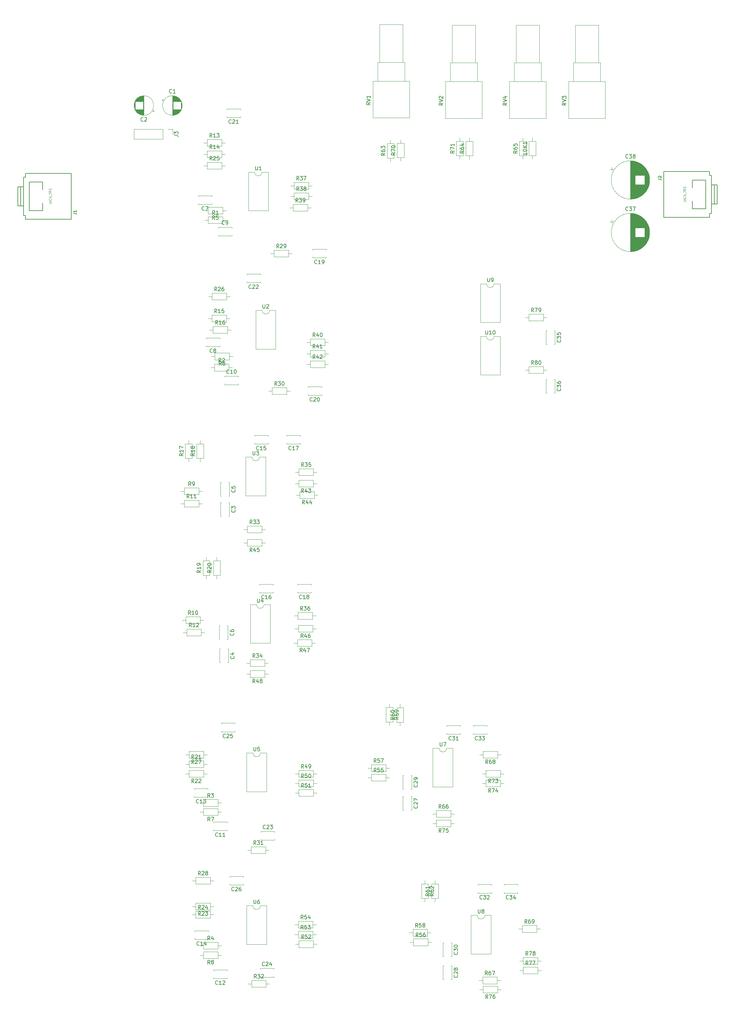
<source format=gbr>
G04 #@! TF.GenerationSoftware,KiCad,Pcbnew,5.0.0-rc3-6a2723a~65~ubuntu16.04.1*
G04 #@! TF.CreationDate,2018-07-19T21:14:32+03:00*
G04 #@! TF.ProjectId,test5,74657374352E6B696361645F70636200,rev?*
G04 #@! TF.SameCoordinates,Original*
G04 #@! TF.FileFunction,Legend,Top*
G04 #@! TF.FilePolarity,Positive*
%FSLAX46Y46*%
G04 Gerber Fmt 4.6, Leading zero omitted, Abs format (unit mm)*
G04 Created by KiCad (PCBNEW 5.0.0-rc3-6a2723a~65~ubuntu16.04.1) date Thu Jul 19 21:14:32 2018*
%MOMM*%
%LPD*%
G01*
G04 APERTURE LIST*
%ADD10C,0.120000*%
%ADD11C,0.150000*%
%ADD12C,0.100000*%
G04 APERTURE END LIST*
D10*
G04 #@! TO.C,U6*
X85645500Y-229429000D02*
G75*
G02X83645500Y-229429000I-1000000J0D01*
G01*
X83645500Y-229429000D02*
X81995500Y-229429000D01*
X81995500Y-229429000D02*
X81995500Y-239709000D01*
X81995500Y-239709000D02*
X87295500Y-239709000D01*
X87295500Y-239709000D02*
X87295500Y-229429000D01*
X87295500Y-229429000D02*
X85645500Y-229429000D01*
G04 #@! TO.C,C19*
X103146000Y-57050000D02*
X99506000Y-57050000D01*
X103146000Y-54710000D02*
X99506000Y-54710000D01*
X103146000Y-57050000D02*
X103146000Y-56805000D01*
X103146000Y-54955000D02*
X103146000Y-54710000D01*
X99506000Y-57050000D02*
X99506000Y-56805000D01*
X99506000Y-54955000D02*
X99506000Y-54710000D01*
G04 #@! TO.C,C21*
X80326000Y-19712000D02*
X76686000Y-19712000D01*
X80326000Y-17372000D02*
X76686000Y-17372000D01*
X80326000Y-19712000D02*
X80326000Y-19467000D01*
X80326000Y-17617000D02*
X80326000Y-17372000D01*
X76686000Y-19712000D02*
X76686000Y-19467000D01*
X76686000Y-17617000D02*
X76686000Y-17372000D01*
G04 #@! TO.C,R14*
X71486000Y-28544000D02*
X71486000Y-30384000D01*
X71486000Y-30384000D02*
X75326000Y-30384000D01*
X75326000Y-30384000D02*
X75326000Y-28544000D01*
X75326000Y-28544000D02*
X71486000Y-28544000D01*
X70536000Y-29464000D02*
X71486000Y-29464000D01*
X76276000Y-29464000D02*
X75326000Y-29464000D01*
G04 #@! TO.C,R13*
X71486000Y-25496000D02*
X71486000Y-27336000D01*
X71486000Y-27336000D02*
X75326000Y-27336000D01*
X75326000Y-27336000D02*
X75326000Y-25496000D01*
X75326000Y-25496000D02*
X71486000Y-25496000D01*
X70536000Y-26416000D02*
X71486000Y-26416000D01*
X76276000Y-26416000D02*
X75326000Y-26416000D01*
G04 #@! TO.C,R25*
X71486000Y-31592000D02*
X71486000Y-33432000D01*
X71486000Y-33432000D02*
X75326000Y-33432000D01*
X75326000Y-33432000D02*
X75326000Y-31592000D01*
X75326000Y-31592000D02*
X71486000Y-31592000D01*
X70536000Y-32512000D02*
X71486000Y-32512000D01*
X76276000Y-32512000D02*
X75326000Y-32512000D01*
G04 #@! TO.C,J3*
X52010000Y-22800000D02*
X52010000Y-25460000D01*
X59690000Y-22800000D02*
X52010000Y-22800000D01*
X59690000Y-25460000D02*
X52010000Y-25460000D01*
X59690000Y-22800000D02*
X59690000Y-25460000D01*
X60960000Y-22800000D02*
X62290000Y-22800000D01*
X62290000Y-22800000D02*
X62290000Y-24130000D01*
G04 #@! TO.C,10K1*
X157068000Y-29860000D02*
X158908000Y-29860000D01*
X158908000Y-29860000D02*
X158908000Y-26020000D01*
X158908000Y-26020000D02*
X157068000Y-26020000D01*
X157068000Y-26020000D02*
X157068000Y-29860000D01*
X157988000Y-30810000D02*
X157988000Y-29860000D01*
X157988000Y-25070000D02*
X157988000Y-26020000D01*
G04 #@! TO.C,C1*
X64830000Y-16510000D02*
G75*
G03X64830000Y-16510000I-2620000J0D01*
G01*
X62210000Y-13930000D02*
X62210000Y-19090000D01*
X62250000Y-13930000D02*
X62250000Y-19090000D01*
X62290000Y-13931000D02*
X62290000Y-19089000D01*
X62330000Y-13932000D02*
X62330000Y-19088000D01*
X62370000Y-13934000D02*
X62370000Y-19086000D01*
X62410000Y-13937000D02*
X62410000Y-19083000D01*
X62450000Y-13941000D02*
X62450000Y-15470000D01*
X62450000Y-17550000D02*
X62450000Y-19079000D01*
X62490000Y-13945000D02*
X62490000Y-15470000D01*
X62490000Y-17550000D02*
X62490000Y-19075000D01*
X62530000Y-13949000D02*
X62530000Y-15470000D01*
X62530000Y-17550000D02*
X62530000Y-19071000D01*
X62570000Y-13954000D02*
X62570000Y-15470000D01*
X62570000Y-17550000D02*
X62570000Y-19066000D01*
X62610000Y-13960000D02*
X62610000Y-15470000D01*
X62610000Y-17550000D02*
X62610000Y-19060000D01*
X62650000Y-13967000D02*
X62650000Y-15470000D01*
X62650000Y-17550000D02*
X62650000Y-19053000D01*
X62690000Y-13974000D02*
X62690000Y-15470000D01*
X62690000Y-17550000D02*
X62690000Y-19046000D01*
X62730000Y-13982000D02*
X62730000Y-15470000D01*
X62730000Y-17550000D02*
X62730000Y-19038000D01*
X62770000Y-13990000D02*
X62770000Y-15470000D01*
X62770000Y-17550000D02*
X62770000Y-19030000D01*
X62810000Y-13999000D02*
X62810000Y-15470000D01*
X62810000Y-17550000D02*
X62810000Y-19021000D01*
X62850000Y-14009000D02*
X62850000Y-15470000D01*
X62850000Y-17550000D02*
X62850000Y-19011000D01*
X62890000Y-14019000D02*
X62890000Y-15470000D01*
X62890000Y-17550000D02*
X62890000Y-19001000D01*
X62931000Y-14030000D02*
X62931000Y-15470000D01*
X62931000Y-17550000D02*
X62931000Y-18990000D01*
X62971000Y-14042000D02*
X62971000Y-15470000D01*
X62971000Y-17550000D02*
X62971000Y-18978000D01*
X63011000Y-14055000D02*
X63011000Y-15470000D01*
X63011000Y-17550000D02*
X63011000Y-18965000D01*
X63051000Y-14068000D02*
X63051000Y-15470000D01*
X63051000Y-17550000D02*
X63051000Y-18952000D01*
X63091000Y-14082000D02*
X63091000Y-15470000D01*
X63091000Y-17550000D02*
X63091000Y-18938000D01*
X63131000Y-14096000D02*
X63131000Y-15470000D01*
X63131000Y-17550000D02*
X63131000Y-18924000D01*
X63171000Y-14112000D02*
X63171000Y-15470000D01*
X63171000Y-17550000D02*
X63171000Y-18908000D01*
X63211000Y-14128000D02*
X63211000Y-15470000D01*
X63211000Y-17550000D02*
X63211000Y-18892000D01*
X63251000Y-14145000D02*
X63251000Y-15470000D01*
X63251000Y-17550000D02*
X63251000Y-18875000D01*
X63291000Y-14162000D02*
X63291000Y-15470000D01*
X63291000Y-17550000D02*
X63291000Y-18858000D01*
X63331000Y-14181000D02*
X63331000Y-15470000D01*
X63331000Y-17550000D02*
X63331000Y-18839000D01*
X63371000Y-14200000D02*
X63371000Y-15470000D01*
X63371000Y-17550000D02*
X63371000Y-18820000D01*
X63411000Y-14220000D02*
X63411000Y-15470000D01*
X63411000Y-17550000D02*
X63411000Y-18800000D01*
X63451000Y-14242000D02*
X63451000Y-15470000D01*
X63451000Y-17550000D02*
X63451000Y-18778000D01*
X63491000Y-14263000D02*
X63491000Y-15470000D01*
X63491000Y-17550000D02*
X63491000Y-18757000D01*
X63531000Y-14286000D02*
X63531000Y-15470000D01*
X63531000Y-17550000D02*
X63531000Y-18734000D01*
X63571000Y-14310000D02*
X63571000Y-15470000D01*
X63571000Y-17550000D02*
X63571000Y-18710000D01*
X63611000Y-14335000D02*
X63611000Y-15470000D01*
X63611000Y-17550000D02*
X63611000Y-18685000D01*
X63651000Y-14361000D02*
X63651000Y-15470000D01*
X63651000Y-17550000D02*
X63651000Y-18659000D01*
X63691000Y-14388000D02*
X63691000Y-15470000D01*
X63691000Y-17550000D02*
X63691000Y-18632000D01*
X63731000Y-14415000D02*
X63731000Y-15470000D01*
X63731000Y-17550000D02*
X63731000Y-18605000D01*
X63771000Y-14445000D02*
X63771000Y-15470000D01*
X63771000Y-17550000D02*
X63771000Y-18575000D01*
X63811000Y-14475000D02*
X63811000Y-15470000D01*
X63811000Y-17550000D02*
X63811000Y-18545000D01*
X63851000Y-14506000D02*
X63851000Y-15470000D01*
X63851000Y-17550000D02*
X63851000Y-18514000D01*
X63891000Y-14539000D02*
X63891000Y-15470000D01*
X63891000Y-17550000D02*
X63891000Y-18481000D01*
X63931000Y-14573000D02*
X63931000Y-15470000D01*
X63931000Y-17550000D02*
X63931000Y-18447000D01*
X63971000Y-14609000D02*
X63971000Y-15470000D01*
X63971000Y-17550000D02*
X63971000Y-18411000D01*
X64011000Y-14646000D02*
X64011000Y-15470000D01*
X64011000Y-17550000D02*
X64011000Y-18374000D01*
X64051000Y-14684000D02*
X64051000Y-15470000D01*
X64051000Y-17550000D02*
X64051000Y-18336000D01*
X64091000Y-14725000D02*
X64091000Y-15470000D01*
X64091000Y-17550000D02*
X64091000Y-18295000D01*
X64131000Y-14767000D02*
X64131000Y-15470000D01*
X64131000Y-17550000D02*
X64131000Y-18253000D01*
X64171000Y-14811000D02*
X64171000Y-15470000D01*
X64171000Y-17550000D02*
X64171000Y-18209000D01*
X64211000Y-14857000D02*
X64211000Y-15470000D01*
X64211000Y-17550000D02*
X64211000Y-18163000D01*
X64251000Y-14905000D02*
X64251000Y-15470000D01*
X64251000Y-17550000D02*
X64251000Y-18115000D01*
X64291000Y-14956000D02*
X64291000Y-15470000D01*
X64291000Y-17550000D02*
X64291000Y-18064000D01*
X64331000Y-15010000D02*
X64331000Y-15470000D01*
X64331000Y-17550000D02*
X64331000Y-18010000D01*
X64371000Y-15067000D02*
X64371000Y-15470000D01*
X64371000Y-17550000D02*
X64371000Y-17953000D01*
X64411000Y-15127000D02*
X64411000Y-15470000D01*
X64411000Y-17550000D02*
X64411000Y-17893000D01*
X64451000Y-15191000D02*
X64451000Y-15470000D01*
X64451000Y-17550000D02*
X64451000Y-17829000D01*
X64491000Y-15259000D02*
X64491000Y-15470000D01*
X64491000Y-17550000D02*
X64491000Y-17761000D01*
X64531000Y-15332000D02*
X64531000Y-17688000D01*
X64571000Y-15412000D02*
X64571000Y-17608000D01*
X64611000Y-15499000D02*
X64611000Y-17521000D01*
X64651000Y-15595000D02*
X64651000Y-17425000D01*
X64691000Y-15705000D02*
X64691000Y-17315000D01*
X64731000Y-15833000D02*
X64731000Y-17187000D01*
X64771000Y-15992000D02*
X64771000Y-17028000D01*
X64811000Y-16226000D02*
X64811000Y-16794000D01*
X59405225Y-15035000D02*
X59905225Y-15035000D01*
X59655225Y-14785000D02*
X59655225Y-15285000D01*
G04 #@! TO.C,C2*
X57184775Y-18235000D02*
X57184775Y-17735000D01*
X57434775Y-17985000D02*
X56934775Y-17985000D01*
X52029000Y-16794000D02*
X52029000Y-16226000D01*
X52069000Y-17028000D02*
X52069000Y-15992000D01*
X52109000Y-17187000D02*
X52109000Y-15833000D01*
X52149000Y-17315000D02*
X52149000Y-15705000D01*
X52189000Y-17425000D02*
X52189000Y-15595000D01*
X52229000Y-17521000D02*
X52229000Y-15499000D01*
X52269000Y-17608000D02*
X52269000Y-15412000D01*
X52309000Y-17688000D02*
X52309000Y-15332000D01*
X52349000Y-15470000D02*
X52349000Y-15259000D01*
X52349000Y-17761000D02*
X52349000Y-17550000D01*
X52389000Y-15470000D02*
X52389000Y-15191000D01*
X52389000Y-17829000D02*
X52389000Y-17550000D01*
X52429000Y-15470000D02*
X52429000Y-15127000D01*
X52429000Y-17893000D02*
X52429000Y-17550000D01*
X52469000Y-15470000D02*
X52469000Y-15067000D01*
X52469000Y-17953000D02*
X52469000Y-17550000D01*
X52509000Y-15470000D02*
X52509000Y-15010000D01*
X52509000Y-18010000D02*
X52509000Y-17550000D01*
X52549000Y-15470000D02*
X52549000Y-14956000D01*
X52549000Y-18064000D02*
X52549000Y-17550000D01*
X52589000Y-15470000D02*
X52589000Y-14905000D01*
X52589000Y-18115000D02*
X52589000Y-17550000D01*
X52629000Y-15470000D02*
X52629000Y-14857000D01*
X52629000Y-18163000D02*
X52629000Y-17550000D01*
X52669000Y-15470000D02*
X52669000Y-14811000D01*
X52669000Y-18209000D02*
X52669000Y-17550000D01*
X52709000Y-15470000D02*
X52709000Y-14767000D01*
X52709000Y-18253000D02*
X52709000Y-17550000D01*
X52749000Y-15470000D02*
X52749000Y-14725000D01*
X52749000Y-18295000D02*
X52749000Y-17550000D01*
X52789000Y-15470000D02*
X52789000Y-14684000D01*
X52789000Y-18336000D02*
X52789000Y-17550000D01*
X52829000Y-15470000D02*
X52829000Y-14646000D01*
X52829000Y-18374000D02*
X52829000Y-17550000D01*
X52869000Y-15470000D02*
X52869000Y-14609000D01*
X52869000Y-18411000D02*
X52869000Y-17550000D01*
X52909000Y-15470000D02*
X52909000Y-14573000D01*
X52909000Y-18447000D02*
X52909000Y-17550000D01*
X52949000Y-15470000D02*
X52949000Y-14539000D01*
X52949000Y-18481000D02*
X52949000Y-17550000D01*
X52989000Y-15470000D02*
X52989000Y-14506000D01*
X52989000Y-18514000D02*
X52989000Y-17550000D01*
X53029000Y-15470000D02*
X53029000Y-14475000D01*
X53029000Y-18545000D02*
X53029000Y-17550000D01*
X53069000Y-15470000D02*
X53069000Y-14445000D01*
X53069000Y-18575000D02*
X53069000Y-17550000D01*
X53109000Y-15470000D02*
X53109000Y-14415000D01*
X53109000Y-18605000D02*
X53109000Y-17550000D01*
X53149000Y-15470000D02*
X53149000Y-14388000D01*
X53149000Y-18632000D02*
X53149000Y-17550000D01*
X53189000Y-15470000D02*
X53189000Y-14361000D01*
X53189000Y-18659000D02*
X53189000Y-17550000D01*
X53229000Y-15470000D02*
X53229000Y-14335000D01*
X53229000Y-18685000D02*
X53229000Y-17550000D01*
X53269000Y-15470000D02*
X53269000Y-14310000D01*
X53269000Y-18710000D02*
X53269000Y-17550000D01*
X53309000Y-15470000D02*
X53309000Y-14286000D01*
X53309000Y-18734000D02*
X53309000Y-17550000D01*
X53349000Y-15470000D02*
X53349000Y-14263000D01*
X53349000Y-18757000D02*
X53349000Y-17550000D01*
X53389000Y-15470000D02*
X53389000Y-14242000D01*
X53389000Y-18778000D02*
X53389000Y-17550000D01*
X53429000Y-15470000D02*
X53429000Y-14220000D01*
X53429000Y-18800000D02*
X53429000Y-17550000D01*
X53469000Y-15470000D02*
X53469000Y-14200000D01*
X53469000Y-18820000D02*
X53469000Y-17550000D01*
X53509000Y-15470000D02*
X53509000Y-14181000D01*
X53509000Y-18839000D02*
X53509000Y-17550000D01*
X53549000Y-15470000D02*
X53549000Y-14162000D01*
X53549000Y-18858000D02*
X53549000Y-17550000D01*
X53589000Y-15470000D02*
X53589000Y-14145000D01*
X53589000Y-18875000D02*
X53589000Y-17550000D01*
X53629000Y-15470000D02*
X53629000Y-14128000D01*
X53629000Y-18892000D02*
X53629000Y-17550000D01*
X53669000Y-15470000D02*
X53669000Y-14112000D01*
X53669000Y-18908000D02*
X53669000Y-17550000D01*
X53709000Y-15470000D02*
X53709000Y-14096000D01*
X53709000Y-18924000D02*
X53709000Y-17550000D01*
X53749000Y-15470000D02*
X53749000Y-14082000D01*
X53749000Y-18938000D02*
X53749000Y-17550000D01*
X53789000Y-15470000D02*
X53789000Y-14068000D01*
X53789000Y-18952000D02*
X53789000Y-17550000D01*
X53829000Y-15470000D02*
X53829000Y-14055000D01*
X53829000Y-18965000D02*
X53829000Y-17550000D01*
X53869000Y-15470000D02*
X53869000Y-14042000D01*
X53869000Y-18978000D02*
X53869000Y-17550000D01*
X53909000Y-15470000D02*
X53909000Y-14030000D01*
X53909000Y-18990000D02*
X53909000Y-17550000D01*
X53950000Y-15470000D02*
X53950000Y-14019000D01*
X53950000Y-19001000D02*
X53950000Y-17550000D01*
X53990000Y-15470000D02*
X53990000Y-14009000D01*
X53990000Y-19011000D02*
X53990000Y-17550000D01*
X54030000Y-15470000D02*
X54030000Y-13999000D01*
X54030000Y-19021000D02*
X54030000Y-17550000D01*
X54070000Y-15470000D02*
X54070000Y-13990000D01*
X54070000Y-19030000D02*
X54070000Y-17550000D01*
X54110000Y-15470000D02*
X54110000Y-13982000D01*
X54110000Y-19038000D02*
X54110000Y-17550000D01*
X54150000Y-15470000D02*
X54150000Y-13974000D01*
X54150000Y-19046000D02*
X54150000Y-17550000D01*
X54190000Y-15470000D02*
X54190000Y-13967000D01*
X54190000Y-19053000D02*
X54190000Y-17550000D01*
X54230000Y-15470000D02*
X54230000Y-13960000D01*
X54230000Y-19060000D02*
X54230000Y-17550000D01*
X54270000Y-15470000D02*
X54270000Y-13954000D01*
X54270000Y-19066000D02*
X54270000Y-17550000D01*
X54310000Y-15470000D02*
X54310000Y-13949000D01*
X54310000Y-19071000D02*
X54310000Y-17550000D01*
X54350000Y-15470000D02*
X54350000Y-13945000D01*
X54350000Y-19075000D02*
X54350000Y-17550000D01*
X54390000Y-15470000D02*
X54390000Y-13941000D01*
X54390000Y-19079000D02*
X54390000Y-17550000D01*
X54430000Y-19083000D02*
X54430000Y-13937000D01*
X54470000Y-19086000D02*
X54470000Y-13934000D01*
X54510000Y-19088000D02*
X54510000Y-13932000D01*
X54550000Y-19089000D02*
X54550000Y-13931000D01*
X54590000Y-19090000D02*
X54590000Y-13930000D01*
X54630000Y-19090000D02*
X54630000Y-13930000D01*
X57250000Y-16510000D02*
G75*
G03X57250000Y-16510000I-2620000J0D01*
G01*
G04 #@! TO.C,C3*
X75275000Y-125792000D02*
X75030000Y-125792000D01*
X77370000Y-125792000D02*
X77125000Y-125792000D01*
X75275000Y-122152000D02*
X75030000Y-122152000D01*
X77370000Y-122152000D02*
X77125000Y-122152000D01*
X75030000Y-122152000D02*
X75030000Y-125792000D01*
X77370000Y-122152000D02*
X77370000Y-125792000D01*
G04 #@! TO.C,C4*
X77116000Y-161101000D02*
X77116000Y-164741000D01*
X74776000Y-161101000D02*
X74776000Y-164741000D01*
X77116000Y-161101000D02*
X76871000Y-161101000D01*
X75021000Y-161101000D02*
X74776000Y-161101000D01*
X77116000Y-164741000D02*
X76871000Y-164741000D01*
X75021000Y-164741000D02*
X74776000Y-164741000D01*
G04 #@! TO.C,C5*
X77370000Y-116778000D02*
X77370000Y-120418000D01*
X75030000Y-116778000D02*
X75030000Y-120418000D01*
X77370000Y-116778000D02*
X77125000Y-116778000D01*
X75275000Y-116778000D02*
X75030000Y-116778000D01*
X77370000Y-120418000D02*
X77125000Y-120418000D01*
X75275000Y-120418000D02*
X75030000Y-120418000D01*
G04 #@! TO.C,C6*
X74894000Y-158558000D02*
X74649000Y-158558000D01*
X76989000Y-158558000D02*
X76744000Y-158558000D01*
X74894000Y-154918000D02*
X74649000Y-154918000D01*
X76989000Y-154918000D02*
X76744000Y-154918000D01*
X74649000Y-154918000D02*
X74649000Y-158558000D01*
X76989000Y-154918000D02*
X76989000Y-158558000D01*
G04 #@! TO.C,C7*
X69066000Y-40731000D02*
X69066000Y-40486000D01*
X69066000Y-42826000D02*
X69066000Y-42581000D01*
X72706000Y-40731000D02*
X72706000Y-40486000D01*
X72706000Y-42826000D02*
X72706000Y-42581000D01*
X72706000Y-40486000D02*
X69066000Y-40486000D01*
X72706000Y-42826000D02*
X69066000Y-42826000D01*
G04 #@! TO.C,C8*
X74820000Y-80670000D02*
X71180000Y-80670000D01*
X74820000Y-78330000D02*
X71180000Y-78330000D01*
X74820000Y-80670000D02*
X74820000Y-80425000D01*
X74820000Y-78575000D02*
X74820000Y-78330000D01*
X71180000Y-80670000D02*
X71180000Y-80425000D01*
X71180000Y-78575000D02*
X71180000Y-78330000D01*
G04 #@! TO.C,C9*
X78040000Y-50963000D02*
X78040000Y-51208000D01*
X78040000Y-48868000D02*
X78040000Y-49113000D01*
X74400000Y-50963000D02*
X74400000Y-51208000D01*
X74400000Y-48868000D02*
X74400000Y-49113000D01*
X74400000Y-51208000D02*
X78040000Y-51208000D01*
X74400000Y-48868000D02*
X78040000Y-48868000D01*
G04 #@! TO.C,C10*
X79778000Y-90587000D02*
X79778000Y-90832000D01*
X79778000Y-88492000D02*
X79778000Y-88737000D01*
X76138000Y-90587000D02*
X76138000Y-90832000D01*
X76138000Y-88492000D02*
X76138000Y-88737000D01*
X76138000Y-90832000D02*
X79778000Y-90832000D01*
X76138000Y-88492000D02*
X79778000Y-88492000D01*
G04 #@! TO.C,C11*
X73130000Y-207355000D02*
X73130000Y-207110000D01*
X73130000Y-209450000D02*
X73130000Y-209205000D01*
X76770000Y-207355000D02*
X76770000Y-207110000D01*
X76770000Y-209450000D02*
X76770000Y-209205000D01*
X76770000Y-207110000D02*
X73130000Y-207110000D01*
X76770000Y-209450000D02*
X73130000Y-209450000D01*
G04 #@! TO.C,C12*
X76770000Y-248820000D02*
X73130000Y-248820000D01*
X76770000Y-246480000D02*
X73130000Y-246480000D01*
X76770000Y-248820000D02*
X76770000Y-248575000D01*
X76770000Y-246725000D02*
X76770000Y-246480000D01*
X73130000Y-248820000D02*
X73130000Y-248575000D01*
X73130000Y-246725000D02*
X73130000Y-246480000D01*
G04 #@! TO.C,C13*
X71650000Y-200560000D02*
X68010000Y-200560000D01*
X71650000Y-198220000D02*
X68010000Y-198220000D01*
X71650000Y-200560000D02*
X71650000Y-200315000D01*
X71650000Y-198465000D02*
X71650000Y-198220000D01*
X68010000Y-200560000D02*
X68010000Y-200315000D01*
X68010000Y-198465000D02*
X68010000Y-198220000D01*
G04 #@! TO.C,C14*
X68177000Y-236311000D02*
X68177000Y-236066000D01*
X68177000Y-238406000D02*
X68177000Y-238161000D01*
X71817000Y-236311000D02*
X71817000Y-236066000D01*
X71817000Y-238406000D02*
X71817000Y-238161000D01*
X71817000Y-236066000D02*
X68177000Y-236066000D01*
X71817000Y-238406000D02*
X68177000Y-238406000D01*
G04 #@! TO.C,C15*
X87692000Y-106580000D02*
X84052000Y-106580000D01*
X87692000Y-104240000D02*
X84052000Y-104240000D01*
X87692000Y-106580000D02*
X87692000Y-106335000D01*
X87692000Y-104485000D02*
X87692000Y-104240000D01*
X84052000Y-106580000D02*
X84052000Y-106335000D01*
X84052000Y-104485000D02*
X84052000Y-104240000D01*
G04 #@! TO.C,C16*
X89049000Y-146204000D02*
X85409000Y-146204000D01*
X89049000Y-143864000D02*
X85409000Y-143864000D01*
X89049000Y-146204000D02*
X89049000Y-145959000D01*
X89049000Y-144109000D02*
X89049000Y-143864000D01*
X85409000Y-146204000D02*
X85409000Y-145959000D01*
X85409000Y-144109000D02*
X85409000Y-143864000D01*
G04 #@! TO.C,C17*
X96288000Y-106580000D02*
X92648000Y-106580000D01*
X96288000Y-104240000D02*
X92648000Y-104240000D01*
X96288000Y-106580000D02*
X96288000Y-106335000D01*
X96288000Y-104485000D02*
X96288000Y-104240000D01*
X92648000Y-106580000D02*
X92648000Y-106335000D01*
X92648000Y-104485000D02*
X92648000Y-104240000D01*
G04 #@! TO.C,C18*
X95482000Y-144109000D02*
X95482000Y-143864000D01*
X95482000Y-146204000D02*
X95482000Y-145959000D01*
X99122000Y-144109000D02*
X99122000Y-143864000D01*
X99122000Y-146204000D02*
X99122000Y-145959000D01*
X99122000Y-143864000D02*
X95482000Y-143864000D01*
X99122000Y-146204000D02*
X95482000Y-146204000D01*
G04 #@! TO.C,C20*
X101916000Y-93626000D02*
X98276000Y-93626000D01*
X101916000Y-91286000D02*
X98276000Y-91286000D01*
X101916000Y-93626000D02*
X101916000Y-93381000D01*
X101916000Y-91531000D02*
X101916000Y-91286000D01*
X98276000Y-93626000D02*
X98276000Y-93381000D01*
X98276000Y-91531000D02*
X98276000Y-91286000D01*
G04 #@! TO.C,C22*
X82020000Y-61559000D02*
X82020000Y-61314000D01*
X82020000Y-63654000D02*
X82020000Y-63409000D01*
X85660000Y-61559000D02*
X85660000Y-61314000D01*
X85660000Y-63654000D02*
X85660000Y-63409000D01*
X85660000Y-61314000D02*
X82020000Y-61314000D01*
X85660000Y-63654000D02*
X82020000Y-63654000D01*
G04 #@! TO.C,C23*
X85790000Y-209650000D02*
X89430000Y-209650000D01*
X85790000Y-211990000D02*
X89430000Y-211990000D01*
X85790000Y-209650000D02*
X85790000Y-209895000D01*
X85790000Y-211745000D02*
X85790000Y-211990000D01*
X89430000Y-209650000D02*
X89430000Y-209895000D01*
X89430000Y-211745000D02*
X89430000Y-211990000D01*
G04 #@! TO.C,C24*
X89216000Y-248194000D02*
X89216000Y-248439000D01*
X89216000Y-246099000D02*
X89216000Y-246344000D01*
X85576000Y-248194000D02*
X85576000Y-248439000D01*
X85576000Y-246099000D02*
X85576000Y-246344000D01*
X85576000Y-248439000D02*
X89216000Y-248439000D01*
X85576000Y-246099000D02*
X89216000Y-246099000D01*
G04 #@! TO.C,C25*
X75162000Y-181066000D02*
X75162000Y-180821000D01*
X75162000Y-183161000D02*
X75162000Y-182916000D01*
X78802000Y-181066000D02*
X78802000Y-180821000D01*
X78802000Y-183161000D02*
X78802000Y-182916000D01*
X78802000Y-180821000D02*
X75162000Y-180821000D01*
X78802000Y-183161000D02*
X75162000Y-183161000D01*
G04 #@! TO.C,C26*
X77448000Y-221833000D02*
X77448000Y-221588000D01*
X77448000Y-223928000D02*
X77448000Y-223683000D01*
X81088000Y-221833000D02*
X81088000Y-221588000D01*
X81088000Y-223928000D02*
X81088000Y-223683000D01*
X81088000Y-221588000D02*
X77448000Y-221588000D01*
X81088000Y-223928000D02*
X77448000Y-223928000D01*
G04 #@! TO.C,C27*
X125884000Y-200384000D02*
X125884000Y-204024000D01*
X123544000Y-200384000D02*
X123544000Y-204024000D01*
X125884000Y-200384000D02*
X125639000Y-200384000D01*
X123789000Y-200384000D02*
X123544000Y-200384000D01*
X125884000Y-204024000D02*
X125639000Y-204024000D01*
X123789000Y-204024000D02*
X123544000Y-204024000D01*
G04 #@! TO.C,C28*
X136552000Y-245429000D02*
X136552000Y-249069000D01*
X134212000Y-245429000D02*
X134212000Y-249069000D01*
X136552000Y-245429000D02*
X136307000Y-245429000D01*
X134457000Y-245429000D02*
X134212000Y-245429000D01*
X136552000Y-249069000D02*
X136307000Y-249069000D01*
X134457000Y-249069000D02*
X134212000Y-249069000D01*
G04 #@! TO.C,C29*
X123789000Y-198396000D02*
X123544000Y-198396000D01*
X125884000Y-198396000D02*
X125639000Y-198396000D01*
X123789000Y-194756000D02*
X123544000Y-194756000D01*
X125884000Y-194756000D02*
X125639000Y-194756000D01*
X123544000Y-194756000D02*
X123544000Y-198396000D01*
X125884000Y-194756000D02*
X125884000Y-198396000D01*
G04 #@! TO.C,C30*
X136552000Y-239333000D02*
X136552000Y-242973000D01*
X134212000Y-239333000D02*
X134212000Y-242973000D01*
X136552000Y-239333000D02*
X136307000Y-239333000D01*
X134457000Y-239333000D02*
X134212000Y-239333000D01*
X136552000Y-242973000D02*
X136307000Y-242973000D01*
X134457000Y-242973000D02*
X134212000Y-242973000D01*
G04 #@! TO.C,C31*
X135233000Y-181701000D02*
X135233000Y-181456000D01*
X135233000Y-183796000D02*
X135233000Y-183551000D01*
X138873000Y-181701000D02*
X138873000Y-181456000D01*
X138873000Y-183796000D02*
X138873000Y-183551000D01*
X138873000Y-181456000D02*
X135233000Y-181456000D01*
X138873000Y-183796000D02*
X135233000Y-183796000D01*
G04 #@! TO.C,C32*
X143488000Y-223992000D02*
X143488000Y-223747000D01*
X143488000Y-226087000D02*
X143488000Y-225842000D01*
X147128000Y-223992000D02*
X147128000Y-223747000D01*
X147128000Y-226087000D02*
X147128000Y-225842000D01*
X147128000Y-223747000D02*
X143488000Y-223747000D01*
X147128000Y-226087000D02*
X143488000Y-226087000D01*
G04 #@! TO.C,C33*
X142218000Y-181701000D02*
X142218000Y-181456000D01*
X142218000Y-183796000D02*
X142218000Y-183551000D01*
X145858000Y-181701000D02*
X145858000Y-181456000D01*
X145858000Y-183796000D02*
X145858000Y-183551000D01*
X145858000Y-181456000D02*
X142218000Y-181456000D01*
X145858000Y-183796000D02*
X142218000Y-183796000D01*
G04 #@! TO.C,C34*
X154113000Y-226087000D02*
X150473000Y-226087000D01*
X154113000Y-223747000D02*
X150473000Y-223747000D01*
X154113000Y-226087000D02*
X154113000Y-225842000D01*
X154113000Y-223992000D02*
X154113000Y-223747000D01*
X150473000Y-226087000D02*
X150473000Y-225842000D01*
X150473000Y-223992000D02*
X150473000Y-223747000D01*
G04 #@! TO.C,C35*
X163984000Y-76392000D02*
X163984000Y-80032000D01*
X161644000Y-76392000D02*
X161644000Y-80032000D01*
X163984000Y-76392000D02*
X163739000Y-76392000D01*
X161889000Y-76392000D02*
X161644000Y-76392000D01*
X163984000Y-80032000D02*
X163739000Y-80032000D01*
X161889000Y-80032000D02*
X161644000Y-80032000D01*
G04 #@! TO.C,C36*
X163984000Y-89346000D02*
X163984000Y-92986000D01*
X161644000Y-89346000D02*
X161644000Y-92986000D01*
X163984000Y-89346000D02*
X163739000Y-89346000D01*
X161889000Y-89346000D02*
X161644000Y-89346000D01*
X163984000Y-92986000D02*
X163739000Y-92986000D01*
X161889000Y-92986000D02*
X161644000Y-92986000D01*
G04 #@! TO.C,C37*
X189230000Y-50292000D02*
G75*
G03X189230000Y-50292000I-5120000J0D01*
G01*
X184110000Y-45212000D02*
X184110000Y-55372000D01*
X184150000Y-45212000D02*
X184150000Y-55372000D01*
X184190000Y-45212000D02*
X184190000Y-55372000D01*
X184230000Y-45213000D02*
X184230000Y-55371000D01*
X184270000Y-45214000D02*
X184270000Y-55370000D01*
X184310000Y-45215000D02*
X184310000Y-55369000D01*
X184350000Y-45217000D02*
X184350000Y-55367000D01*
X184390000Y-45219000D02*
X184390000Y-55365000D01*
X184430000Y-45222000D02*
X184430000Y-55362000D01*
X184470000Y-45224000D02*
X184470000Y-55360000D01*
X184510000Y-45227000D02*
X184510000Y-55357000D01*
X184550000Y-45230000D02*
X184550000Y-55354000D01*
X184590000Y-45234000D02*
X184590000Y-55350000D01*
X184630000Y-45238000D02*
X184630000Y-55346000D01*
X184670000Y-45242000D02*
X184670000Y-55342000D01*
X184710000Y-45247000D02*
X184710000Y-55337000D01*
X184750000Y-45252000D02*
X184750000Y-55332000D01*
X184790000Y-45257000D02*
X184790000Y-55327000D01*
X184831000Y-45262000D02*
X184831000Y-55322000D01*
X184871000Y-45268000D02*
X184871000Y-55316000D01*
X184911000Y-45274000D02*
X184911000Y-55310000D01*
X184951000Y-45281000D02*
X184951000Y-55303000D01*
X184991000Y-45288000D02*
X184991000Y-55296000D01*
X185031000Y-45295000D02*
X185031000Y-55289000D01*
X185071000Y-45302000D02*
X185071000Y-55282000D01*
X185111000Y-45310000D02*
X185111000Y-55274000D01*
X185151000Y-45318000D02*
X185151000Y-55266000D01*
X185191000Y-45327000D02*
X185191000Y-55257000D01*
X185231000Y-45336000D02*
X185231000Y-55248000D01*
X185271000Y-45345000D02*
X185271000Y-55239000D01*
X185311000Y-45354000D02*
X185311000Y-55230000D01*
X185351000Y-45364000D02*
X185351000Y-55220000D01*
X185391000Y-45374000D02*
X185391000Y-49051000D01*
X185391000Y-51533000D02*
X185391000Y-55210000D01*
X185431000Y-45385000D02*
X185431000Y-49051000D01*
X185431000Y-51533000D02*
X185431000Y-55199000D01*
X185471000Y-45395000D02*
X185471000Y-49051000D01*
X185471000Y-51533000D02*
X185471000Y-55189000D01*
X185511000Y-45407000D02*
X185511000Y-49051000D01*
X185511000Y-51533000D02*
X185511000Y-55177000D01*
X185551000Y-45418000D02*
X185551000Y-49051000D01*
X185551000Y-51533000D02*
X185551000Y-55166000D01*
X185591000Y-45430000D02*
X185591000Y-49051000D01*
X185591000Y-51533000D02*
X185591000Y-55154000D01*
X185631000Y-45442000D02*
X185631000Y-49051000D01*
X185631000Y-51533000D02*
X185631000Y-55142000D01*
X185671000Y-45455000D02*
X185671000Y-49051000D01*
X185671000Y-51533000D02*
X185671000Y-55129000D01*
X185711000Y-45468000D02*
X185711000Y-49051000D01*
X185711000Y-51533000D02*
X185711000Y-55116000D01*
X185751000Y-45481000D02*
X185751000Y-49051000D01*
X185751000Y-51533000D02*
X185751000Y-55103000D01*
X185791000Y-45495000D02*
X185791000Y-49051000D01*
X185791000Y-51533000D02*
X185791000Y-55089000D01*
X185831000Y-45509000D02*
X185831000Y-49051000D01*
X185831000Y-51533000D02*
X185831000Y-55075000D01*
X185871000Y-45524000D02*
X185871000Y-49051000D01*
X185871000Y-51533000D02*
X185871000Y-55060000D01*
X185911000Y-45538000D02*
X185911000Y-49051000D01*
X185911000Y-51533000D02*
X185911000Y-55046000D01*
X185951000Y-45554000D02*
X185951000Y-49051000D01*
X185951000Y-51533000D02*
X185951000Y-55030000D01*
X185991000Y-45569000D02*
X185991000Y-49051000D01*
X185991000Y-51533000D02*
X185991000Y-55015000D01*
X186031000Y-45585000D02*
X186031000Y-49051000D01*
X186031000Y-51533000D02*
X186031000Y-54999000D01*
X186071000Y-45602000D02*
X186071000Y-49051000D01*
X186071000Y-51533000D02*
X186071000Y-54982000D01*
X186111000Y-45618000D02*
X186111000Y-49051000D01*
X186111000Y-51533000D02*
X186111000Y-54966000D01*
X186151000Y-45635000D02*
X186151000Y-49051000D01*
X186151000Y-51533000D02*
X186151000Y-54949000D01*
X186191000Y-45653000D02*
X186191000Y-49051000D01*
X186191000Y-51533000D02*
X186191000Y-54931000D01*
X186231000Y-45671000D02*
X186231000Y-49051000D01*
X186231000Y-51533000D02*
X186231000Y-54913000D01*
X186271000Y-45689000D02*
X186271000Y-49051000D01*
X186271000Y-51533000D02*
X186271000Y-54895000D01*
X186311000Y-45708000D02*
X186311000Y-49051000D01*
X186311000Y-51533000D02*
X186311000Y-54876000D01*
X186351000Y-45728000D02*
X186351000Y-49051000D01*
X186351000Y-51533000D02*
X186351000Y-54856000D01*
X186391000Y-45747000D02*
X186391000Y-49051000D01*
X186391000Y-51533000D02*
X186391000Y-54837000D01*
X186431000Y-45767000D02*
X186431000Y-49051000D01*
X186431000Y-51533000D02*
X186431000Y-54817000D01*
X186471000Y-45788000D02*
X186471000Y-49051000D01*
X186471000Y-51533000D02*
X186471000Y-54796000D01*
X186511000Y-45809000D02*
X186511000Y-49051000D01*
X186511000Y-51533000D02*
X186511000Y-54775000D01*
X186551000Y-45830000D02*
X186551000Y-49051000D01*
X186551000Y-51533000D02*
X186551000Y-54754000D01*
X186591000Y-45852000D02*
X186591000Y-49051000D01*
X186591000Y-51533000D02*
X186591000Y-54732000D01*
X186631000Y-45875000D02*
X186631000Y-49051000D01*
X186631000Y-51533000D02*
X186631000Y-54709000D01*
X186671000Y-45897000D02*
X186671000Y-49051000D01*
X186671000Y-51533000D02*
X186671000Y-54687000D01*
X186711000Y-45921000D02*
X186711000Y-49051000D01*
X186711000Y-51533000D02*
X186711000Y-54663000D01*
X186751000Y-45945000D02*
X186751000Y-49051000D01*
X186751000Y-51533000D02*
X186751000Y-54639000D01*
X186791000Y-45969000D02*
X186791000Y-49051000D01*
X186791000Y-51533000D02*
X186791000Y-54615000D01*
X186831000Y-45994000D02*
X186831000Y-49051000D01*
X186831000Y-51533000D02*
X186831000Y-54590000D01*
X186871000Y-46019000D02*
X186871000Y-49051000D01*
X186871000Y-51533000D02*
X186871000Y-54565000D01*
X186911000Y-46045000D02*
X186911000Y-49051000D01*
X186911000Y-51533000D02*
X186911000Y-54539000D01*
X186951000Y-46071000D02*
X186951000Y-49051000D01*
X186951000Y-51533000D02*
X186951000Y-54513000D01*
X186991000Y-46098000D02*
X186991000Y-49051000D01*
X186991000Y-51533000D02*
X186991000Y-54486000D01*
X187031000Y-46126000D02*
X187031000Y-49051000D01*
X187031000Y-51533000D02*
X187031000Y-54458000D01*
X187071000Y-46154000D02*
X187071000Y-49051000D01*
X187071000Y-51533000D02*
X187071000Y-54430000D01*
X187111000Y-46182000D02*
X187111000Y-49051000D01*
X187111000Y-51533000D02*
X187111000Y-54402000D01*
X187151000Y-46212000D02*
X187151000Y-49051000D01*
X187151000Y-51533000D02*
X187151000Y-54372000D01*
X187191000Y-46242000D02*
X187191000Y-49051000D01*
X187191000Y-51533000D02*
X187191000Y-54342000D01*
X187231000Y-46272000D02*
X187231000Y-49051000D01*
X187231000Y-51533000D02*
X187231000Y-54312000D01*
X187271000Y-46303000D02*
X187271000Y-49051000D01*
X187271000Y-51533000D02*
X187271000Y-54281000D01*
X187311000Y-46335000D02*
X187311000Y-49051000D01*
X187311000Y-51533000D02*
X187311000Y-54249000D01*
X187351000Y-46367000D02*
X187351000Y-49051000D01*
X187351000Y-51533000D02*
X187351000Y-54217000D01*
X187391000Y-46400000D02*
X187391000Y-49051000D01*
X187391000Y-51533000D02*
X187391000Y-54184000D01*
X187431000Y-46434000D02*
X187431000Y-49051000D01*
X187431000Y-51533000D02*
X187431000Y-54150000D01*
X187471000Y-46468000D02*
X187471000Y-49051000D01*
X187471000Y-51533000D02*
X187471000Y-54116000D01*
X187511000Y-46503000D02*
X187511000Y-49051000D01*
X187511000Y-51533000D02*
X187511000Y-54081000D01*
X187551000Y-46539000D02*
X187551000Y-49051000D01*
X187551000Y-51533000D02*
X187551000Y-54045000D01*
X187591000Y-46576000D02*
X187591000Y-49051000D01*
X187591000Y-51533000D02*
X187591000Y-54008000D01*
X187631000Y-46613000D02*
X187631000Y-49051000D01*
X187631000Y-51533000D02*
X187631000Y-53971000D01*
X187671000Y-46652000D02*
X187671000Y-49051000D01*
X187671000Y-51533000D02*
X187671000Y-53932000D01*
X187711000Y-46691000D02*
X187711000Y-49051000D01*
X187711000Y-51533000D02*
X187711000Y-53893000D01*
X187751000Y-46731000D02*
X187751000Y-49051000D01*
X187751000Y-51533000D02*
X187751000Y-53853000D01*
X187791000Y-46772000D02*
X187791000Y-49051000D01*
X187791000Y-51533000D02*
X187791000Y-53812000D01*
X187831000Y-46814000D02*
X187831000Y-49051000D01*
X187831000Y-51533000D02*
X187831000Y-53770000D01*
X187871000Y-46856000D02*
X187871000Y-53728000D01*
X187911000Y-46900000D02*
X187911000Y-53684000D01*
X187951000Y-46945000D02*
X187951000Y-53639000D01*
X187991000Y-46991000D02*
X187991000Y-53593000D01*
X188031000Y-47038000D02*
X188031000Y-53546000D01*
X188071000Y-47086000D02*
X188071000Y-53498000D01*
X188111000Y-47136000D02*
X188111000Y-53448000D01*
X188151000Y-47186000D02*
X188151000Y-53398000D01*
X188191000Y-47238000D02*
X188191000Y-53346000D01*
X188231000Y-47292000D02*
X188231000Y-53292000D01*
X188271000Y-47347000D02*
X188271000Y-53237000D01*
X188311000Y-47403000D02*
X188311000Y-53181000D01*
X188351000Y-47462000D02*
X188351000Y-53122000D01*
X188391000Y-47522000D02*
X188391000Y-53062000D01*
X188431000Y-47583000D02*
X188431000Y-53001000D01*
X188471000Y-47647000D02*
X188471000Y-52937000D01*
X188511000Y-47713000D02*
X188511000Y-52871000D01*
X188551000Y-47782000D02*
X188551000Y-52802000D01*
X188591000Y-47853000D02*
X188591000Y-52731000D01*
X188631000Y-47927000D02*
X188631000Y-52657000D01*
X188671000Y-48003000D02*
X188671000Y-52581000D01*
X188711000Y-48083000D02*
X188711000Y-52501000D01*
X188751000Y-48167000D02*
X188751000Y-52417000D01*
X188791000Y-48255000D02*
X188791000Y-52329000D01*
X188831000Y-48348000D02*
X188831000Y-52236000D01*
X188871000Y-48446000D02*
X188871000Y-52138000D01*
X188911000Y-48550000D02*
X188911000Y-52034000D01*
X188951000Y-48662000D02*
X188951000Y-51922000D01*
X188991000Y-48782000D02*
X188991000Y-51802000D01*
X189031000Y-48914000D02*
X189031000Y-51670000D01*
X189071000Y-49062000D02*
X189071000Y-51522000D01*
X189111000Y-49230000D02*
X189111000Y-51354000D01*
X189151000Y-49430000D02*
X189151000Y-51154000D01*
X189191000Y-49693000D02*
X189191000Y-50891000D01*
X178630354Y-47417000D02*
X179630354Y-47417000D01*
X179130354Y-46917000D02*
X179130354Y-47917000D01*
G04 #@! TO.C,C38*
X179130354Y-32947000D02*
X179130354Y-33947000D01*
X178630354Y-33447000D02*
X179630354Y-33447000D01*
X189191000Y-35723000D02*
X189191000Y-36921000D01*
X189151000Y-35460000D02*
X189151000Y-37184000D01*
X189111000Y-35260000D02*
X189111000Y-37384000D01*
X189071000Y-35092000D02*
X189071000Y-37552000D01*
X189031000Y-34944000D02*
X189031000Y-37700000D01*
X188991000Y-34812000D02*
X188991000Y-37832000D01*
X188951000Y-34692000D02*
X188951000Y-37952000D01*
X188911000Y-34580000D02*
X188911000Y-38064000D01*
X188871000Y-34476000D02*
X188871000Y-38168000D01*
X188831000Y-34378000D02*
X188831000Y-38266000D01*
X188791000Y-34285000D02*
X188791000Y-38359000D01*
X188751000Y-34197000D02*
X188751000Y-38447000D01*
X188711000Y-34113000D02*
X188711000Y-38531000D01*
X188671000Y-34033000D02*
X188671000Y-38611000D01*
X188631000Y-33957000D02*
X188631000Y-38687000D01*
X188591000Y-33883000D02*
X188591000Y-38761000D01*
X188551000Y-33812000D02*
X188551000Y-38832000D01*
X188511000Y-33743000D02*
X188511000Y-38901000D01*
X188471000Y-33677000D02*
X188471000Y-38967000D01*
X188431000Y-33613000D02*
X188431000Y-39031000D01*
X188391000Y-33552000D02*
X188391000Y-39092000D01*
X188351000Y-33492000D02*
X188351000Y-39152000D01*
X188311000Y-33433000D02*
X188311000Y-39211000D01*
X188271000Y-33377000D02*
X188271000Y-39267000D01*
X188231000Y-33322000D02*
X188231000Y-39322000D01*
X188191000Y-33268000D02*
X188191000Y-39376000D01*
X188151000Y-33216000D02*
X188151000Y-39428000D01*
X188111000Y-33166000D02*
X188111000Y-39478000D01*
X188071000Y-33116000D02*
X188071000Y-39528000D01*
X188031000Y-33068000D02*
X188031000Y-39576000D01*
X187991000Y-33021000D02*
X187991000Y-39623000D01*
X187951000Y-32975000D02*
X187951000Y-39669000D01*
X187911000Y-32930000D02*
X187911000Y-39714000D01*
X187871000Y-32886000D02*
X187871000Y-39758000D01*
X187831000Y-37563000D02*
X187831000Y-39800000D01*
X187831000Y-32844000D02*
X187831000Y-35081000D01*
X187791000Y-37563000D02*
X187791000Y-39842000D01*
X187791000Y-32802000D02*
X187791000Y-35081000D01*
X187751000Y-37563000D02*
X187751000Y-39883000D01*
X187751000Y-32761000D02*
X187751000Y-35081000D01*
X187711000Y-37563000D02*
X187711000Y-39923000D01*
X187711000Y-32721000D02*
X187711000Y-35081000D01*
X187671000Y-37563000D02*
X187671000Y-39962000D01*
X187671000Y-32682000D02*
X187671000Y-35081000D01*
X187631000Y-37563000D02*
X187631000Y-40001000D01*
X187631000Y-32643000D02*
X187631000Y-35081000D01*
X187591000Y-37563000D02*
X187591000Y-40038000D01*
X187591000Y-32606000D02*
X187591000Y-35081000D01*
X187551000Y-37563000D02*
X187551000Y-40075000D01*
X187551000Y-32569000D02*
X187551000Y-35081000D01*
X187511000Y-37563000D02*
X187511000Y-40111000D01*
X187511000Y-32533000D02*
X187511000Y-35081000D01*
X187471000Y-37563000D02*
X187471000Y-40146000D01*
X187471000Y-32498000D02*
X187471000Y-35081000D01*
X187431000Y-37563000D02*
X187431000Y-40180000D01*
X187431000Y-32464000D02*
X187431000Y-35081000D01*
X187391000Y-37563000D02*
X187391000Y-40214000D01*
X187391000Y-32430000D02*
X187391000Y-35081000D01*
X187351000Y-37563000D02*
X187351000Y-40247000D01*
X187351000Y-32397000D02*
X187351000Y-35081000D01*
X187311000Y-37563000D02*
X187311000Y-40279000D01*
X187311000Y-32365000D02*
X187311000Y-35081000D01*
X187271000Y-37563000D02*
X187271000Y-40311000D01*
X187271000Y-32333000D02*
X187271000Y-35081000D01*
X187231000Y-37563000D02*
X187231000Y-40342000D01*
X187231000Y-32302000D02*
X187231000Y-35081000D01*
X187191000Y-37563000D02*
X187191000Y-40372000D01*
X187191000Y-32272000D02*
X187191000Y-35081000D01*
X187151000Y-37563000D02*
X187151000Y-40402000D01*
X187151000Y-32242000D02*
X187151000Y-35081000D01*
X187111000Y-37563000D02*
X187111000Y-40432000D01*
X187111000Y-32212000D02*
X187111000Y-35081000D01*
X187071000Y-37563000D02*
X187071000Y-40460000D01*
X187071000Y-32184000D02*
X187071000Y-35081000D01*
X187031000Y-37563000D02*
X187031000Y-40488000D01*
X187031000Y-32156000D02*
X187031000Y-35081000D01*
X186991000Y-37563000D02*
X186991000Y-40516000D01*
X186991000Y-32128000D02*
X186991000Y-35081000D01*
X186951000Y-37563000D02*
X186951000Y-40543000D01*
X186951000Y-32101000D02*
X186951000Y-35081000D01*
X186911000Y-37563000D02*
X186911000Y-40569000D01*
X186911000Y-32075000D02*
X186911000Y-35081000D01*
X186871000Y-37563000D02*
X186871000Y-40595000D01*
X186871000Y-32049000D02*
X186871000Y-35081000D01*
X186831000Y-37563000D02*
X186831000Y-40620000D01*
X186831000Y-32024000D02*
X186831000Y-35081000D01*
X186791000Y-37563000D02*
X186791000Y-40645000D01*
X186791000Y-31999000D02*
X186791000Y-35081000D01*
X186751000Y-37563000D02*
X186751000Y-40669000D01*
X186751000Y-31975000D02*
X186751000Y-35081000D01*
X186711000Y-37563000D02*
X186711000Y-40693000D01*
X186711000Y-31951000D02*
X186711000Y-35081000D01*
X186671000Y-37563000D02*
X186671000Y-40717000D01*
X186671000Y-31927000D02*
X186671000Y-35081000D01*
X186631000Y-37563000D02*
X186631000Y-40739000D01*
X186631000Y-31905000D02*
X186631000Y-35081000D01*
X186591000Y-37563000D02*
X186591000Y-40762000D01*
X186591000Y-31882000D02*
X186591000Y-35081000D01*
X186551000Y-37563000D02*
X186551000Y-40784000D01*
X186551000Y-31860000D02*
X186551000Y-35081000D01*
X186511000Y-37563000D02*
X186511000Y-40805000D01*
X186511000Y-31839000D02*
X186511000Y-35081000D01*
X186471000Y-37563000D02*
X186471000Y-40826000D01*
X186471000Y-31818000D02*
X186471000Y-35081000D01*
X186431000Y-37563000D02*
X186431000Y-40847000D01*
X186431000Y-31797000D02*
X186431000Y-35081000D01*
X186391000Y-37563000D02*
X186391000Y-40867000D01*
X186391000Y-31777000D02*
X186391000Y-35081000D01*
X186351000Y-37563000D02*
X186351000Y-40886000D01*
X186351000Y-31758000D02*
X186351000Y-35081000D01*
X186311000Y-37563000D02*
X186311000Y-40906000D01*
X186311000Y-31738000D02*
X186311000Y-35081000D01*
X186271000Y-37563000D02*
X186271000Y-40925000D01*
X186271000Y-31719000D02*
X186271000Y-35081000D01*
X186231000Y-37563000D02*
X186231000Y-40943000D01*
X186231000Y-31701000D02*
X186231000Y-35081000D01*
X186191000Y-37563000D02*
X186191000Y-40961000D01*
X186191000Y-31683000D02*
X186191000Y-35081000D01*
X186151000Y-37563000D02*
X186151000Y-40979000D01*
X186151000Y-31665000D02*
X186151000Y-35081000D01*
X186111000Y-37563000D02*
X186111000Y-40996000D01*
X186111000Y-31648000D02*
X186111000Y-35081000D01*
X186071000Y-37563000D02*
X186071000Y-41012000D01*
X186071000Y-31632000D02*
X186071000Y-35081000D01*
X186031000Y-37563000D02*
X186031000Y-41029000D01*
X186031000Y-31615000D02*
X186031000Y-35081000D01*
X185991000Y-37563000D02*
X185991000Y-41045000D01*
X185991000Y-31599000D02*
X185991000Y-35081000D01*
X185951000Y-37563000D02*
X185951000Y-41060000D01*
X185951000Y-31584000D02*
X185951000Y-35081000D01*
X185911000Y-37563000D02*
X185911000Y-41076000D01*
X185911000Y-31568000D02*
X185911000Y-35081000D01*
X185871000Y-37563000D02*
X185871000Y-41090000D01*
X185871000Y-31554000D02*
X185871000Y-35081000D01*
X185831000Y-37563000D02*
X185831000Y-41105000D01*
X185831000Y-31539000D02*
X185831000Y-35081000D01*
X185791000Y-37563000D02*
X185791000Y-41119000D01*
X185791000Y-31525000D02*
X185791000Y-35081000D01*
X185751000Y-37563000D02*
X185751000Y-41133000D01*
X185751000Y-31511000D02*
X185751000Y-35081000D01*
X185711000Y-37563000D02*
X185711000Y-41146000D01*
X185711000Y-31498000D02*
X185711000Y-35081000D01*
X185671000Y-37563000D02*
X185671000Y-41159000D01*
X185671000Y-31485000D02*
X185671000Y-35081000D01*
X185631000Y-37563000D02*
X185631000Y-41172000D01*
X185631000Y-31472000D02*
X185631000Y-35081000D01*
X185591000Y-37563000D02*
X185591000Y-41184000D01*
X185591000Y-31460000D02*
X185591000Y-35081000D01*
X185551000Y-37563000D02*
X185551000Y-41196000D01*
X185551000Y-31448000D02*
X185551000Y-35081000D01*
X185511000Y-37563000D02*
X185511000Y-41207000D01*
X185511000Y-31437000D02*
X185511000Y-35081000D01*
X185471000Y-37563000D02*
X185471000Y-41219000D01*
X185471000Y-31425000D02*
X185471000Y-35081000D01*
X185431000Y-37563000D02*
X185431000Y-41229000D01*
X185431000Y-31415000D02*
X185431000Y-35081000D01*
X185391000Y-37563000D02*
X185391000Y-41240000D01*
X185391000Y-31404000D02*
X185391000Y-35081000D01*
X185351000Y-31394000D02*
X185351000Y-41250000D01*
X185311000Y-31384000D02*
X185311000Y-41260000D01*
X185271000Y-31375000D02*
X185271000Y-41269000D01*
X185231000Y-31366000D02*
X185231000Y-41278000D01*
X185191000Y-31357000D02*
X185191000Y-41287000D01*
X185151000Y-31348000D02*
X185151000Y-41296000D01*
X185111000Y-31340000D02*
X185111000Y-41304000D01*
X185071000Y-31332000D02*
X185071000Y-41312000D01*
X185031000Y-31325000D02*
X185031000Y-41319000D01*
X184991000Y-31318000D02*
X184991000Y-41326000D01*
X184951000Y-31311000D02*
X184951000Y-41333000D01*
X184911000Y-31304000D02*
X184911000Y-41340000D01*
X184871000Y-31298000D02*
X184871000Y-41346000D01*
X184831000Y-31292000D02*
X184831000Y-41352000D01*
X184790000Y-31287000D02*
X184790000Y-41357000D01*
X184750000Y-31282000D02*
X184750000Y-41362000D01*
X184710000Y-31277000D02*
X184710000Y-41367000D01*
X184670000Y-31272000D02*
X184670000Y-41372000D01*
X184630000Y-31268000D02*
X184630000Y-41376000D01*
X184590000Y-31264000D02*
X184590000Y-41380000D01*
X184550000Y-31260000D02*
X184550000Y-41384000D01*
X184510000Y-31257000D02*
X184510000Y-41387000D01*
X184470000Y-31254000D02*
X184470000Y-41390000D01*
X184430000Y-31252000D02*
X184430000Y-41392000D01*
X184390000Y-31249000D02*
X184390000Y-41395000D01*
X184350000Y-31247000D02*
X184350000Y-41397000D01*
X184310000Y-31245000D02*
X184310000Y-41399000D01*
X184270000Y-31244000D02*
X184270000Y-41400000D01*
X184230000Y-31243000D02*
X184230000Y-41401000D01*
X184190000Y-31242000D02*
X184190000Y-41402000D01*
X184150000Y-31242000D02*
X184150000Y-41402000D01*
X184110000Y-31242000D02*
X184110000Y-41402000D01*
X189230000Y-36322000D02*
G75*
G03X189230000Y-36322000I-5120000J0D01*
G01*
D11*
G04 #@! TO.C,J1*
X27686000Y-42418000D02*
X27686000Y-44450000D01*
X27686000Y-44450000D02*
X24130000Y-44450000D01*
X24130000Y-44450000D02*
X24130000Y-36830000D01*
X24130000Y-36830000D02*
X27686000Y-36830000D01*
X27686000Y-36830000D02*
X27686000Y-38862000D01*
X23114000Y-45720000D02*
X23114000Y-46736000D01*
X23114000Y-34544000D02*
X23114000Y-35560000D01*
X21082000Y-43180000D02*
X22606000Y-43180000D01*
X22606000Y-38100000D02*
X21082000Y-38100000D01*
X21844000Y-43180000D02*
X21844000Y-38100000D01*
X23114000Y-45720000D02*
X22860000Y-45720000D01*
X22860000Y-45720000D02*
X22606000Y-45720000D01*
X22606000Y-45720000D02*
X22606000Y-35560000D01*
X22606000Y-35560000D02*
X23114000Y-35560000D01*
X21082000Y-43180000D02*
X21082000Y-38100000D01*
X35306000Y-46736000D02*
X23114000Y-46736000D01*
X23114000Y-34544000D02*
X35306000Y-34544000D01*
X35306000Y-34544000D02*
X35306000Y-46736000D01*
G04 #@! TO.C,J2*
X192968000Y-46228000D02*
X192968000Y-34036000D01*
X205160000Y-46228000D02*
X192968000Y-46228000D01*
X192968000Y-34036000D02*
X205160000Y-34036000D01*
X207192000Y-37592000D02*
X207192000Y-42672000D01*
X205668000Y-45212000D02*
X205160000Y-45212000D01*
X205668000Y-35052000D02*
X205668000Y-45212000D01*
X205414000Y-35052000D02*
X205668000Y-35052000D01*
X205160000Y-35052000D02*
X205414000Y-35052000D01*
X206430000Y-37592000D02*
X206430000Y-42672000D01*
X205668000Y-42672000D02*
X207192000Y-42672000D01*
X207192000Y-37592000D02*
X205668000Y-37592000D01*
X205160000Y-46228000D02*
X205160000Y-45212000D01*
X205160000Y-35052000D02*
X205160000Y-34036000D01*
X200588000Y-43942000D02*
X200588000Y-41910000D01*
X204144000Y-43942000D02*
X200588000Y-43942000D01*
X204144000Y-36322000D02*
X204144000Y-43942000D01*
X200588000Y-36322000D02*
X204144000Y-36322000D01*
X200588000Y-38354000D02*
X200588000Y-36322000D01*
D10*
G04 #@! TO.C,R1*
X71740000Y-46070000D02*
X71740000Y-47910000D01*
X71740000Y-47910000D02*
X75580000Y-47910000D01*
X75580000Y-47910000D02*
X75580000Y-46070000D01*
X75580000Y-46070000D02*
X71740000Y-46070000D01*
X70790000Y-46990000D02*
X71740000Y-46990000D01*
X76530000Y-46990000D02*
X75580000Y-46990000D01*
G04 #@! TO.C,R2*
X73390000Y-85330000D02*
X73390000Y-87170000D01*
X73390000Y-87170000D02*
X77230000Y-87170000D01*
X77230000Y-87170000D02*
X77230000Y-85330000D01*
X77230000Y-85330000D02*
X73390000Y-85330000D01*
X72440000Y-86250000D02*
X73390000Y-86250000D01*
X78180000Y-86250000D02*
X77230000Y-86250000D01*
G04 #@! TO.C,R3*
X70470000Y-201137000D02*
X70470000Y-202977000D01*
X70470000Y-202977000D02*
X74310000Y-202977000D01*
X74310000Y-202977000D02*
X74310000Y-201137000D01*
X74310000Y-201137000D02*
X70470000Y-201137000D01*
X69520000Y-202057000D02*
X70470000Y-202057000D01*
X75260000Y-202057000D02*
X74310000Y-202057000D01*
G04 #@! TO.C,R4*
X75260000Y-240030000D02*
X74310000Y-240030000D01*
X69520000Y-240030000D02*
X70470000Y-240030000D01*
X74310000Y-239110000D02*
X70470000Y-239110000D01*
X74310000Y-240950000D02*
X74310000Y-239110000D01*
X70470000Y-240950000D02*
X74310000Y-240950000D01*
X70470000Y-239110000D02*
X70470000Y-240950000D01*
G04 #@! TO.C,R5*
X75580000Y-45370000D02*
X75580000Y-43530000D01*
X75580000Y-43530000D02*
X71740000Y-43530000D01*
X71740000Y-43530000D02*
X71740000Y-45370000D01*
X71740000Y-45370000D02*
X75580000Y-45370000D01*
X76530000Y-44450000D02*
X75580000Y-44450000D01*
X70790000Y-44450000D02*
X71740000Y-44450000D01*
G04 #@! TO.C,R6*
X77360000Y-84170000D02*
X77360000Y-82330000D01*
X77360000Y-82330000D02*
X73520000Y-82330000D01*
X73520000Y-82330000D02*
X73520000Y-84170000D01*
X73520000Y-84170000D02*
X77360000Y-84170000D01*
X78310000Y-83250000D02*
X77360000Y-83250000D01*
X72570000Y-83250000D02*
X73520000Y-83250000D01*
G04 #@! TO.C,R7*
X69520000Y-204470000D02*
X70470000Y-204470000D01*
X75260000Y-204470000D02*
X74310000Y-204470000D01*
X70470000Y-205390000D02*
X74310000Y-205390000D01*
X70470000Y-203550000D02*
X70470000Y-205390000D01*
X74310000Y-203550000D02*
X70470000Y-203550000D01*
X74310000Y-205390000D02*
X74310000Y-203550000D01*
G04 #@! TO.C,R8*
X74310000Y-243490000D02*
X74310000Y-241650000D01*
X74310000Y-241650000D02*
X70470000Y-241650000D01*
X70470000Y-241650000D02*
X70470000Y-243490000D01*
X70470000Y-243490000D02*
X74310000Y-243490000D01*
X75260000Y-242570000D02*
X74310000Y-242570000D01*
X69520000Y-242570000D02*
X70470000Y-242570000D01*
G04 #@! TO.C,R9*
X70180000Y-119126000D02*
X69230000Y-119126000D01*
X64440000Y-119126000D02*
X65390000Y-119126000D01*
X69230000Y-118206000D02*
X65390000Y-118206000D01*
X69230000Y-120046000D02*
X69230000Y-118206000D01*
X65390000Y-120046000D02*
X69230000Y-120046000D01*
X65390000Y-118206000D02*
X65390000Y-120046000D01*
G04 #@! TO.C,R10*
X70561000Y-153416000D02*
X69611000Y-153416000D01*
X64821000Y-153416000D02*
X65771000Y-153416000D01*
X69611000Y-152496000D02*
X65771000Y-152496000D01*
X69611000Y-154336000D02*
X69611000Y-152496000D01*
X65771000Y-154336000D02*
X69611000Y-154336000D01*
X65771000Y-152496000D02*
X65771000Y-154336000D01*
G04 #@! TO.C,R11*
X70180000Y-122428000D02*
X69230000Y-122428000D01*
X64440000Y-122428000D02*
X65390000Y-122428000D01*
X69230000Y-121508000D02*
X65390000Y-121508000D01*
X69230000Y-123348000D02*
X69230000Y-121508000D01*
X65390000Y-123348000D02*
X69230000Y-123348000D01*
X65390000Y-121508000D02*
X65390000Y-123348000D01*
G04 #@! TO.C,R12*
X70815000Y-156718000D02*
X69865000Y-156718000D01*
X65075000Y-156718000D02*
X66025000Y-156718000D01*
X69865000Y-155798000D02*
X66025000Y-155798000D01*
X69865000Y-157638000D02*
X69865000Y-155798000D01*
X66025000Y-157638000D02*
X69865000Y-157638000D01*
X66025000Y-155798000D02*
X66025000Y-157638000D01*
G04 #@! TO.C,R15*
X72756000Y-72232000D02*
X72756000Y-74072000D01*
X72756000Y-74072000D02*
X76596000Y-74072000D01*
X76596000Y-74072000D02*
X76596000Y-72232000D01*
X76596000Y-72232000D02*
X72756000Y-72232000D01*
X71806000Y-73152000D02*
X72756000Y-73152000D01*
X77546000Y-73152000D02*
X76596000Y-73152000D01*
G04 #@! TO.C,R16*
X77800000Y-76200000D02*
X76850000Y-76200000D01*
X72060000Y-76200000D02*
X73010000Y-76200000D01*
X76850000Y-75280000D02*
X73010000Y-75280000D01*
X76850000Y-77120000D02*
X76850000Y-75280000D01*
X73010000Y-77120000D02*
X76850000Y-77120000D01*
X73010000Y-75280000D02*
X73010000Y-77120000D01*
G04 #@! TO.C,R17*
X66548000Y-105588000D02*
X66548000Y-106538000D01*
X66548000Y-111328000D02*
X66548000Y-110378000D01*
X65628000Y-106538000D02*
X65628000Y-110378000D01*
X67468000Y-106538000D02*
X65628000Y-106538000D01*
X67468000Y-110378000D02*
X67468000Y-106538000D01*
X65628000Y-110378000D02*
X67468000Y-110378000D01*
G04 #@! TO.C,R18*
X68676000Y-110378000D02*
X70516000Y-110378000D01*
X70516000Y-110378000D02*
X70516000Y-106538000D01*
X70516000Y-106538000D02*
X68676000Y-106538000D01*
X68676000Y-106538000D02*
X68676000Y-110378000D01*
X69596000Y-111328000D02*
X69596000Y-110378000D01*
X69596000Y-105588000D02*
X69596000Y-106538000D01*
G04 #@! TO.C,R19*
X71247000Y-136703000D02*
X71247000Y-137653000D01*
X71247000Y-142443000D02*
X71247000Y-141493000D01*
X70327000Y-137653000D02*
X70327000Y-141493000D01*
X72167000Y-137653000D02*
X70327000Y-137653000D01*
X72167000Y-141493000D02*
X72167000Y-137653000D01*
X70327000Y-141493000D02*
X72167000Y-141493000D01*
G04 #@! TO.C,R20*
X73121000Y-141493000D02*
X74961000Y-141493000D01*
X74961000Y-141493000D02*
X74961000Y-137653000D01*
X74961000Y-137653000D02*
X73121000Y-137653000D01*
X73121000Y-137653000D02*
X73121000Y-141493000D01*
X74041000Y-142443000D02*
X74041000Y-141493000D01*
X74041000Y-136703000D02*
X74041000Y-137653000D01*
G04 #@! TO.C,R21*
X71450000Y-191770000D02*
X70500000Y-191770000D01*
X65710000Y-191770000D02*
X66660000Y-191770000D01*
X70500000Y-190850000D02*
X66660000Y-190850000D01*
X70500000Y-192690000D02*
X70500000Y-190850000D01*
X66660000Y-192690000D02*
X70500000Y-192690000D01*
X66660000Y-190850000D02*
X66660000Y-192690000D01*
G04 #@! TO.C,R22*
X70500000Y-195230000D02*
X70500000Y-193390000D01*
X70500000Y-193390000D02*
X66660000Y-193390000D01*
X66660000Y-193390000D02*
X66660000Y-195230000D01*
X66660000Y-195230000D02*
X70500000Y-195230000D01*
X71450000Y-194310000D02*
X70500000Y-194310000D01*
X65710000Y-194310000D02*
X66660000Y-194310000D01*
G04 #@! TO.C,R23*
X72278000Y-230536000D02*
X72278000Y-228696000D01*
X72278000Y-228696000D02*
X68438000Y-228696000D01*
X68438000Y-228696000D02*
X68438000Y-230536000D01*
X68438000Y-230536000D02*
X72278000Y-230536000D01*
X73228000Y-229616000D02*
X72278000Y-229616000D01*
X67488000Y-229616000D02*
X68438000Y-229616000D01*
G04 #@! TO.C,R24*
X73228000Y-231775000D02*
X72278000Y-231775000D01*
X67488000Y-231775000D02*
X68438000Y-231775000D01*
X72278000Y-230855000D02*
X68438000Y-230855000D01*
X72278000Y-232695000D02*
X72278000Y-230855000D01*
X68438000Y-232695000D02*
X72278000Y-232695000D01*
X68438000Y-230855000D02*
X68438000Y-232695000D01*
G04 #@! TO.C,R26*
X77546000Y-67310000D02*
X76596000Y-67310000D01*
X71806000Y-67310000D02*
X72756000Y-67310000D01*
X76596000Y-66390000D02*
X72756000Y-66390000D01*
X76596000Y-68230000D02*
X76596000Y-66390000D01*
X72756000Y-68230000D02*
X76596000Y-68230000D01*
X72756000Y-66390000D02*
X72756000Y-68230000D01*
G04 #@! TO.C,R27*
X70500000Y-190150000D02*
X70500000Y-188310000D01*
X70500000Y-188310000D02*
X66660000Y-188310000D01*
X66660000Y-188310000D02*
X66660000Y-190150000D01*
X66660000Y-190150000D02*
X70500000Y-190150000D01*
X71450000Y-189230000D02*
X70500000Y-189230000D01*
X65710000Y-189230000D02*
X66660000Y-189230000D01*
G04 #@! TO.C,R28*
X73228000Y-222758000D02*
X72278000Y-222758000D01*
X67488000Y-222758000D02*
X68438000Y-222758000D01*
X72278000Y-221838000D02*
X68438000Y-221838000D01*
X72278000Y-223678000D02*
X72278000Y-221838000D01*
X68438000Y-223678000D02*
X72278000Y-223678000D01*
X68438000Y-221838000D02*
X68438000Y-223678000D01*
G04 #@! TO.C,R29*
X89266000Y-54960000D02*
X89266000Y-56800000D01*
X89266000Y-56800000D02*
X93106000Y-56800000D01*
X93106000Y-56800000D02*
X93106000Y-54960000D01*
X93106000Y-54960000D02*
X89266000Y-54960000D01*
X88316000Y-55880000D02*
X89266000Y-55880000D01*
X94056000Y-55880000D02*
X93106000Y-55880000D01*
G04 #@! TO.C,R30*
X88758000Y-91536000D02*
X88758000Y-93376000D01*
X88758000Y-93376000D02*
X92598000Y-93376000D01*
X92598000Y-93376000D02*
X92598000Y-91536000D01*
X92598000Y-91536000D02*
X88758000Y-91536000D01*
X87808000Y-92456000D02*
X88758000Y-92456000D01*
X93548000Y-92456000D02*
X92598000Y-92456000D01*
G04 #@! TO.C,R31*
X87960000Y-214630000D02*
X87010000Y-214630000D01*
X82220000Y-214630000D02*
X83170000Y-214630000D01*
X87010000Y-213710000D02*
X83170000Y-213710000D01*
X87010000Y-215550000D02*
X87010000Y-213710000D01*
X83170000Y-215550000D02*
X87010000Y-215550000D01*
X83170000Y-213710000D02*
X83170000Y-215550000D01*
G04 #@! TO.C,R32*
X83297000Y-249270000D02*
X83297000Y-251110000D01*
X83297000Y-251110000D02*
X87137000Y-251110000D01*
X87137000Y-251110000D02*
X87137000Y-249270000D01*
X87137000Y-249270000D02*
X83297000Y-249270000D01*
X82347000Y-250190000D02*
X83297000Y-250190000D01*
X88087000Y-250190000D02*
X87137000Y-250190000D01*
G04 #@! TO.C,R33*
X82154000Y-128366000D02*
X82154000Y-130206000D01*
X82154000Y-130206000D02*
X85994000Y-130206000D01*
X85994000Y-130206000D02*
X85994000Y-128366000D01*
X85994000Y-128366000D02*
X82154000Y-128366000D01*
X81204000Y-129286000D02*
X82154000Y-129286000D01*
X86944000Y-129286000D02*
X85994000Y-129286000D01*
G04 #@! TO.C,R34*
X87706000Y-164846000D02*
X86756000Y-164846000D01*
X81966000Y-164846000D02*
X82916000Y-164846000D01*
X86756000Y-163926000D02*
X82916000Y-163926000D01*
X86756000Y-165766000D02*
X86756000Y-163926000D01*
X82916000Y-165766000D02*
X86756000Y-165766000D01*
X82916000Y-163926000D02*
X82916000Y-165766000D01*
G04 #@! TO.C,R35*
X95870000Y-113126000D02*
X95870000Y-114966000D01*
X95870000Y-114966000D02*
X99710000Y-114966000D01*
X99710000Y-114966000D02*
X99710000Y-113126000D01*
X99710000Y-113126000D02*
X95870000Y-113126000D01*
X94920000Y-114046000D02*
X95870000Y-114046000D01*
X100660000Y-114046000D02*
X99710000Y-114046000D01*
G04 #@! TO.C,R36*
X95616000Y-151353000D02*
X95616000Y-153193000D01*
X95616000Y-153193000D02*
X99456000Y-153193000D01*
X99456000Y-153193000D02*
X99456000Y-151353000D01*
X99456000Y-151353000D02*
X95616000Y-151353000D01*
X94666000Y-152273000D02*
X95616000Y-152273000D01*
X100406000Y-152273000D02*
X99456000Y-152273000D01*
G04 #@! TO.C,R37*
X99390000Y-37846000D02*
X98440000Y-37846000D01*
X93650000Y-37846000D02*
X94600000Y-37846000D01*
X98440000Y-36926000D02*
X94600000Y-36926000D01*
X98440000Y-38766000D02*
X98440000Y-36926000D01*
X94600000Y-38766000D02*
X98440000Y-38766000D01*
X94600000Y-36926000D02*
X94600000Y-38766000D01*
G04 #@! TO.C,R38*
X94600000Y-39720000D02*
X94600000Y-41560000D01*
X94600000Y-41560000D02*
X98440000Y-41560000D01*
X98440000Y-41560000D02*
X98440000Y-39720000D01*
X98440000Y-39720000D02*
X94600000Y-39720000D01*
X93650000Y-40640000D02*
X94600000Y-40640000D01*
X99390000Y-40640000D02*
X98440000Y-40640000D01*
G04 #@! TO.C,R39*
X99136000Y-43688000D02*
X98186000Y-43688000D01*
X93396000Y-43688000D02*
X94346000Y-43688000D01*
X98186000Y-42768000D02*
X94346000Y-42768000D01*
X98186000Y-44608000D02*
X98186000Y-42768000D01*
X94346000Y-44608000D02*
X98186000Y-44608000D01*
X94346000Y-42768000D02*
X94346000Y-44608000D01*
G04 #@! TO.C,R40*
X98918000Y-78582000D02*
X98918000Y-80422000D01*
X98918000Y-80422000D02*
X102758000Y-80422000D01*
X102758000Y-80422000D02*
X102758000Y-78582000D01*
X102758000Y-78582000D02*
X98918000Y-78582000D01*
X97968000Y-79502000D02*
X98918000Y-79502000D01*
X103708000Y-79502000D02*
X102758000Y-79502000D01*
G04 #@! TO.C,R41*
X103708000Y-82550000D02*
X102758000Y-82550000D01*
X97968000Y-82550000D02*
X98918000Y-82550000D01*
X102758000Y-81630000D02*
X98918000Y-81630000D01*
X102758000Y-83470000D02*
X102758000Y-81630000D01*
X98918000Y-83470000D02*
X102758000Y-83470000D01*
X98918000Y-81630000D02*
X98918000Y-83470000D01*
G04 #@! TO.C,R42*
X98918000Y-84424000D02*
X98918000Y-86264000D01*
X98918000Y-86264000D02*
X102758000Y-86264000D01*
X102758000Y-86264000D02*
X102758000Y-84424000D01*
X102758000Y-84424000D02*
X98918000Y-84424000D01*
X97968000Y-85344000D02*
X98918000Y-85344000D01*
X103708000Y-85344000D02*
X102758000Y-85344000D01*
G04 #@! TO.C,R43*
X94920000Y-117094000D02*
X95870000Y-117094000D01*
X100660000Y-117094000D02*
X99710000Y-117094000D01*
X95870000Y-118014000D02*
X99710000Y-118014000D01*
X95870000Y-116174000D02*
X95870000Y-118014000D01*
X99710000Y-116174000D02*
X95870000Y-116174000D01*
X99710000Y-118014000D02*
X99710000Y-116174000D01*
G04 #@! TO.C,R44*
X95174000Y-120142000D02*
X96124000Y-120142000D01*
X100914000Y-120142000D02*
X99964000Y-120142000D01*
X96124000Y-121062000D02*
X99964000Y-121062000D01*
X96124000Y-119222000D02*
X96124000Y-121062000D01*
X99964000Y-119222000D02*
X96124000Y-119222000D01*
X99964000Y-121062000D02*
X99964000Y-119222000D01*
G04 #@! TO.C,R45*
X81204000Y-132842000D02*
X82154000Y-132842000D01*
X86944000Y-132842000D02*
X85994000Y-132842000D01*
X82154000Y-133762000D02*
X85994000Y-133762000D01*
X82154000Y-131922000D02*
X82154000Y-133762000D01*
X85994000Y-131922000D02*
X82154000Y-131922000D01*
X85994000Y-133762000D02*
X85994000Y-131922000D01*
G04 #@! TO.C,R46*
X94793000Y-155702000D02*
X95743000Y-155702000D01*
X100533000Y-155702000D02*
X99583000Y-155702000D01*
X95743000Y-156622000D02*
X99583000Y-156622000D01*
X95743000Y-154782000D02*
X95743000Y-156622000D01*
X99583000Y-154782000D02*
X95743000Y-154782000D01*
X99583000Y-156622000D02*
X99583000Y-154782000D01*
G04 #@! TO.C,R47*
X94539000Y-159512000D02*
X95489000Y-159512000D01*
X100279000Y-159512000D02*
X99329000Y-159512000D01*
X95489000Y-160432000D02*
X99329000Y-160432000D01*
X95489000Y-158592000D02*
X95489000Y-160432000D01*
X99329000Y-158592000D02*
X95489000Y-158592000D01*
X99329000Y-160432000D02*
X99329000Y-158592000D01*
G04 #@! TO.C,R48*
X86756000Y-168687000D02*
X86756000Y-166847000D01*
X86756000Y-166847000D02*
X82916000Y-166847000D01*
X82916000Y-166847000D02*
X82916000Y-168687000D01*
X82916000Y-168687000D02*
X86756000Y-168687000D01*
X87706000Y-167767000D02*
X86756000Y-167767000D01*
X81966000Y-167767000D02*
X82916000Y-167767000D01*
G04 #@! TO.C,R49*
X100660000Y-194310000D02*
X99710000Y-194310000D01*
X94920000Y-194310000D02*
X95870000Y-194310000D01*
X99710000Y-193390000D02*
X95870000Y-193390000D01*
X99710000Y-195230000D02*
X99710000Y-193390000D01*
X95870000Y-195230000D02*
X99710000Y-195230000D01*
X95870000Y-193390000D02*
X95870000Y-195230000D01*
G04 #@! TO.C,R50*
X95870000Y-195930000D02*
X95870000Y-197770000D01*
X95870000Y-197770000D02*
X99710000Y-197770000D01*
X99710000Y-197770000D02*
X99710000Y-195930000D01*
X99710000Y-195930000D02*
X95870000Y-195930000D01*
X94920000Y-196850000D02*
X95870000Y-196850000D01*
X100660000Y-196850000D02*
X99710000Y-196850000D01*
G04 #@! TO.C,R51*
X100660000Y-199390000D02*
X99710000Y-199390000D01*
X94920000Y-199390000D02*
X95870000Y-199390000D01*
X99710000Y-198470000D02*
X95870000Y-198470000D01*
X99710000Y-200310000D02*
X99710000Y-198470000D01*
X95870000Y-200310000D02*
X99710000Y-200310000D01*
X95870000Y-198470000D02*
X95870000Y-200310000D01*
G04 #@! TO.C,R52*
X95870000Y-238729000D02*
X95870000Y-240569000D01*
X95870000Y-240569000D02*
X99710000Y-240569000D01*
X99710000Y-240569000D02*
X99710000Y-238729000D01*
X99710000Y-238729000D02*
X95870000Y-238729000D01*
X94920000Y-239649000D02*
X95870000Y-239649000D01*
X100660000Y-239649000D02*
X99710000Y-239649000D01*
G04 #@! TO.C,R53*
X100533000Y-237109000D02*
X99583000Y-237109000D01*
X94793000Y-237109000D02*
X95743000Y-237109000D01*
X99583000Y-236189000D02*
X95743000Y-236189000D01*
X99583000Y-238029000D02*
X99583000Y-236189000D01*
X95743000Y-238029000D02*
X99583000Y-238029000D01*
X95743000Y-236189000D02*
X95743000Y-238029000D01*
G04 #@! TO.C,R54*
X95743000Y-233522000D02*
X95743000Y-235362000D01*
X95743000Y-235362000D02*
X99583000Y-235362000D01*
X99583000Y-235362000D02*
X99583000Y-233522000D01*
X99583000Y-233522000D02*
X95743000Y-233522000D01*
X94793000Y-234442000D02*
X95743000Y-234442000D01*
X100533000Y-234442000D02*
X99583000Y-234442000D01*
G04 #@! TO.C,R55*
X115174000Y-194406000D02*
X115174000Y-196246000D01*
X115174000Y-196246000D02*
X119014000Y-196246000D01*
X119014000Y-196246000D02*
X119014000Y-194406000D01*
X119014000Y-194406000D02*
X115174000Y-194406000D01*
X114224000Y-195326000D02*
X115174000Y-195326000D01*
X119964000Y-195326000D02*
X119014000Y-195326000D01*
G04 #@! TO.C,R56*
X131140000Y-239141000D02*
X130190000Y-239141000D01*
X125400000Y-239141000D02*
X126350000Y-239141000D01*
X130190000Y-238221000D02*
X126350000Y-238221000D01*
X130190000Y-240061000D02*
X130190000Y-238221000D01*
X126350000Y-240061000D02*
X130190000Y-240061000D01*
X126350000Y-238221000D02*
X126350000Y-240061000D01*
G04 #@! TO.C,R57*
X115174000Y-191866000D02*
X115174000Y-193706000D01*
X115174000Y-193706000D02*
X119014000Y-193706000D01*
X119014000Y-193706000D02*
X119014000Y-191866000D01*
X119014000Y-191866000D02*
X115174000Y-191866000D01*
X114224000Y-192786000D02*
X115174000Y-192786000D01*
X119964000Y-192786000D02*
X119014000Y-192786000D01*
G04 #@! TO.C,R58*
X131013000Y-236601000D02*
X130063000Y-236601000D01*
X125273000Y-236601000D02*
X126223000Y-236601000D01*
X130063000Y-235681000D02*
X126223000Y-235681000D01*
X130063000Y-237521000D02*
X130063000Y-235681000D01*
X126223000Y-237521000D02*
X130063000Y-237521000D01*
X126223000Y-235681000D02*
X126223000Y-237521000D01*
G04 #@! TO.C,R59*
X120006335Y-181466726D02*
X120006335Y-180516726D01*
X120006335Y-175726726D02*
X120006335Y-176676726D01*
X120926335Y-180516726D02*
X120926335Y-176676726D01*
X119086335Y-180516726D02*
X120926335Y-180516726D01*
X119086335Y-176676726D02*
X119086335Y-180516726D01*
X120926335Y-176676726D02*
X119086335Y-176676726D01*
G04 #@! TO.C,R60*
X121889000Y-180609000D02*
X123729000Y-180609000D01*
X123729000Y-180609000D02*
X123729000Y-176769000D01*
X123729000Y-176769000D02*
X121889000Y-176769000D01*
X121889000Y-176769000D02*
X121889000Y-180609000D01*
X122809000Y-181559000D02*
X122809000Y-180609000D01*
X122809000Y-175819000D02*
X122809000Y-176769000D01*
G04 #@! TO.C,R61*
X132080000Y-222682000D02*
X132080000Y-223632000D01*
X132080000Y-228422000D02*
X132080000Y-227472000D01*
X131160000Y-223632000D02*
X131160000Y-227472000D01*
X133000000Y-223632000D02*
X131160000Y-223632000D01*
X133000000Y-227472000D02*
X133000000Y-223632000D01*
X131160000Y-227472000D02*
X133000000Y-227472000D01*
G04 #@! TO.C,R62*
X130333000Y-223632000D02*
X128493000Y-223632000D01*
X128493000Y-223632000D02*
X128493000Y-227472000D01*
X128493000Y-227472000D02*
X130333000Y-227472000D01*
X130333000Y-227472000D02*
X130333000Y-223632000D01*
X129413000Y-222682000D02*
X129413000Y-223632000D01*
X129413000Y-228422000D02*
X129413000Y-227472000D01*
G04 #@! TO.C,R63*
X120269000Y-25705000D02*
X120269000Y-26655000D01*
X120269000Y-31445000D02*
X120269000Y-30495000D01*
X119349000Y-26655000D02*
X119349000Y-30495000D01*
X121189000Y-26655000D02*
X119349000Y-26655000D01*
X121189000Y-30495000D02*
X121189000Y-26655000D01*
X119349000Y-30495000D02*
X121189000Y-30495000D01*
G04 #@! TO.C,R64*
X140304000Y-29860000D02*
X142144000Y-29860000D01*
X142144000Y-29860000D02*
X142144000Y-26020000D01*
X142144000Y-26020000D02*
X140304000Y-26020000D01*
X140304000Y-26020000D02*
X140304000Y-29860000D01*
X141224000Y-30810000D02*
X141224000Y-29860000D01*
X141224000Y-25070000D02*
X141224000Y-26020000D01*
G04 #@! TO.C,R65*
X155448000Y-25070000D02*
X155448000Y-26020000D01*
X155448000Y-30810000D02*
X155448000Y-29860000D01*
X154528000Y-26020000D02*
X154528000Y-29860000D01*
X156368000Y-26020000D02*
X154528000Y-26020000D01*
X156368000Y-29860000D02*
X156368000Y-26020000D01*
X154528000Y-29860000D02*
X156368000Y-29860000D01*
G04 #@! TO.C,R66*
X137236000Y-204978000D02*
X136286000Y-204978000D01*
X131496000Y-204978000D02*
X132446000Y-204978000D01*
X136286000Y-204058000D02*
X132446000Y-204058000D01*
X136286000Y-205898000D02*
X136286000Y-204058000D01*
X132446000Y-205898000D02*
X136286000Y-205898000D01*
X132446000Y-204058000D02*
X132446000Y-205898000D01*
G04 #@! TO.C,R67*
X144765000Y-248381000D02*
X144765000Y-250221000D01*
X144765000Y-250221000D02*
X148605000Y-250221000D01*
X148605000Y-250221000D02*
X148605000Y-248381000D01*
X148605000Y-248381000D02*
X144765000Y-248381000D01*
X143815000Y-249301000D02*
X144765000Y-249301000D01*
X149555000Y-249301000D02*
X148605000Y-249301000D01*
G04 #@! TO.C,R68*
X143942000Y-189230000D02*
X144892000Y-189230000D01*
X149682000Y-189230000D02*
X148732000Y-189230000D01*
X144892000Y-190150000D02*
X148732000Y-190150000D01*
X144892000Y-188310000D02*
X144892000Y-190150000D01*
X148732000Y-188310000D02*
X144892000Y-188310000D01*
X148732000Y-190150000D02*
X148732000Y-188310000D01*
G04 #@! TO.C,R69*
X155306000Y-234665000D02*
X155306000Y-236505000D01*
X155306000Y-236505000D02*
X159146000Y-236505000D01*
X159146000Y-236505000D02*
X159146000Y-234665000D01*
X159146000Y-234665000D02*
X155306000Y-234665000D01*
X154356000Y-235585000D02*
X155306000Y-235585000D01*
X160096000Y-235585000D02*
X159146000Y-235585000D01*
G04 #@! TO.C,R70*
X122016000Y-30368000D02*
X123856000Y-30368000D01*
X123856000Y-30368000D02*
X123856000Y-26528000D01*
X123856000Y-26528000D02*
X122016000Y-26528000D01*
X122016000Y-26528000D02*
X122016000Y-30368000D01*
X122936000Y-31318000D02*
X122936000Y-30368000D01*
X122936000Y-25578000D02*
X122936000Y-26528000D01*
G04 #@! TO.C,R71*
X138684000Y-25070000D02*
X138684000Y-26020000D01*
X138684000Y-30810000D02*
X138684000Y-29860000D01*
X137764000Y-26020000D02*
X137764000Y-29860000D01*
X139604000Y-26020000D02*
X137764000Y-26020000D01*
X139604000Y-29860000D02*
X139604000Y-26020000D01*
X137764000Y-29860000D02*
X139604000Y-29860000D01*
G04 #@! TO.C,R73*
X149494000Y-195230000D02*
X149494000Y-193390000D01*
X149494000Y-193390000D02*
X145654000Y-193390000D01*
X145654000Y-193390000D02*
X145654000Y-195230000D01*
X145654000Y-195230000D02*
X149494000Y-195230000D01*
X150444000Y-194310000D02*
X149494000Y-194310000D01*
X144704000Y-194310000D02*
X145654000Y-194310000D01*
G04 #@! TO.C,R74*
X144704000Y-196850000D02*
X145654000Y-196850000D01*
X150444000Y-196850000D02*
X149494000Y-196850000D01*
X145654000Y-197770000D02*
X149494000Y-197770000D01*
X145654000Y-195930000D02*
X145654000Y-197770000D01*
X149494000Y-195930000D02*
X145654000Y-195930000D01*
X149494000Y-197770000D02*
X149494000Y-195930000D01*
G04 #@! TO.C,R75*
X136286000Y-208438000D02*
X136286000Y-206598000D01*
X136286000Y-206598000D02*
X132446000Y-206598000D01*
X132446000Y-206598000D02*
X132446000Y-208438000D01*
X132446000Y-208438000D02*
X136286000Y-208438000D01*
X137236000Y-207518000D02*
X136286000Y-207518000D01*
X131496000Y-207518000D02*
X132446000Y-207518000D01*
G04 #@! TO.C,R76*
X143942000Y-251714000D02*
X144892000Y-251714000D01*
X149682000Y-251714000D02*
X148732000Y-251714000D01*
X144892000Y-252634000D02*
X148732000Y-252634000D01*
X144892000Y-250794000D02*
X144892000Y-252634000D01*
X148732000Y-250794000D02*
X144892000Y-250794000D01*
X148732000Y-252634000D02*
X148732000Y-250794000D01*
G04 #@! TO.C,R77*
X155560000Y-245714000D02*
X155560000Y-247554000D01*
X155560000Y-247554000D02*
X159400000Y-247554000D01*
X159400000Y-247554000D02*
X159400000Y-245714000D01*
X159400000Y-245714000D02*
X155560000Y-245714000D01*
X154610000Y-246634000D02*
X155560000Y-246634000D01*
X160350000Y-246634000D02*
X159400000Y-246634000D01*
G04 #@! TO.C,R78*
X160350000Y-244094000D02*
X159400000Y-244094000D01*
X154610000Y-244094000D02*
X155560000Y-244094000D01*
X159400000Y-243174000D02*
X155560000Y-243174000D01*
X159400000Y-245014000D02*
X159400000Y-243174000D01*
X155560000Y-245014000D02*
X159400000Y-245014000D01*
X155560000Y-243174000D02*
X155560000Y-245014000D01*
G04 #@! TO.C,R79*
X161874000Y-72898000D02*
X160924000Y-72898000D01*
X156134000Y-72898000D02*
X157084000Y-72898000D01*
X160924000Y-71978000D02*
X157084000Y-71978000D01*
X160924000Y-73818000D02*
X160924000Y-71978000D01*
X157084000Y-73818000D02*
X160924000Y-73818000D01*
X157084000Y-71978000D02*
X157084000Y-73818000D01*
G04 #@! TO.C,R80*
X161874000Y-86868000D02*
X160924000Y-86868000D01*
X156134000Y-86868000D02*
X157084000Y-86868000D01*
X160924000Y-85948000D02*
X157084000Y-85948000D01*
X160924000Y-87788000D02*
X160924000Y-85948000D01*
X157084000Y-87788000D02*
X160924000Y-87788000D01*
X157084000Y-85948000D02*
X157084000Y-87788000D01*
G04 #@! TO.C,RV1*
X115566000Y-19784000D02*
X115566000Y-9993000D01*
X125306000Y-19784000D02*
X125306000Y-9993000D01*
X115566000Y-19784000D02*
X125306000Y-19784000D01*
X115566000Y-9993000D02*
X125306000Y-9993000D01*
X116816000Y-9993000D02*
X116816000Y-4993000D01*
X124056000Y-9993000D02*
X124056000Y-4993000D01*
X116816000Y-9993000D02*
X124056000Y-9993000D01*
X116816000Y-4993000D02*
X124056000Y-4993000D01*
X117316000Y-4993000D02*
X117316000Y5007000D01*
X123556000Y-4993000D02*
X123556000Y5007000D01*
X117316000Y-4993000D02*
X123556000Y-4993000D01*
X117316000Y5007000D02*
X123556000Y5007000D01*
G04 #@! TO.C,RV2*
X136620000Y4880000D02*
X142860000Y4880000D01*
X136620000Y-5120000D02*
X142860000Y-5120000D01*
X142860000Y-5120000D02*
X142860000Y4880000D01*
X136620000Y-5120000D02*
X136620000Y4880000D01*
X136120000Y-5120000D02*
X143360000Y-5120000D01*
X136120000Y-10120000D02*
X143360000Y-10120000D01*
X143360000Y-10120000D02*
X143360000Y-5120000D01*
X136120000Y-10120000D02*
X136120000Y-5120000D01*
X134870000Y-10120000D02*
X144610000Y-10120000D01*
X134870000Y-19911000D02*
X144610000Y-19911000D01*
X144610000Y-19911000D02*
X144610000Y-10120000D01*
X134870000Y-19911000D02*
X134870000Y-10120000D01*
G04 #@! TO.C,RV3*
X169386000Y4880000D02*
X175626000Y4880000D01*
X169386000Y-5120000D02*
X175626000Y-5120000D01*
X175626000Y-5120000D02*
X175626000Y4880000D01*
X169386000Y-5120000D02*
X169386000Y4880000D01*
X168886000Y-5120000D02*
X176126000Y-5120000D01*
X168886000Y-10120000D02*
X176126000Y-10120000D01*
X176126000Y-10120000D02*
X176126000Y-5120000D01*
X168886000Y-10120000D02*
X168886000Y-5120000D01*
X167636000Y-10120000D02*
X177376000Y-10120000D01*
X167636000Y-19911000D02*
X177376000Y-19911000D01*
X177376000Y-19911000D02*
X177376000Y-10120000D01*
X167636000Y-19911000D02*
X167636000Y-10120000D01*
G04 #@! TO.C,RV4*
X151888000Y-19911000D02*
X151888000Y-10120000D01*
X161628000Y-19911000D02*
X161628000Y-10120000D01*
X151888000Y-19911000D02*
X161628000Y-19911000D01*
X151888000Y-10120000D02*
X161628000Y-10120000D01*
X153138000Y-10120000D02*
X153138000Y-5120000D01*
X160378000Y-10120000D02*
X160378000Y-5120000D01*
X153138000Y-10120000D02*
X160378000Y-10120000D01*
X153138000Y-5120000D02*
X160378000Y-5120000D01*
X153638000Y-5120000D02*
X153638000Y4880000D01*
X159878000Y-5120000D02*
X159878000Y4880000D01*
X153638000Y-5120000D02*
X159878000Y-5120000D01*
X153638000Y4880000D02*
X159878000Y4880000D01*
G04 #@! TO.C,U1*
X86090000Y-34230000D02*
G75*
G02X84090000Y-34230000I-1000000J0D01*
G01*
X84090000Y-34230000D02*
X82440000Y-34230000D01*
X82440000Y-34230000D02*
X82440000Y-44510000D01*
X82440000Y-44510000D02*
X87740000Y-44510000D01*
X87740000Y-44510000D02*
X87740000Y-34230000D01*
X87740000Y-34230000D02*
X86090000Y-34230000D01*
G04 #@! TO.C,U2*
X88058500Y-70996500D02*
G75*
G02X86058500Y-70996500I-1000000J0D01*
G01*
X86058500Y-70996500D02*
X84408500Y-70996500D01*
X84408500Y-70996500D02*
X84408500Y-81276500D01*
X84408500Y-81276500D02*
X89708500Y-81276500D01*
X89708500Y-81276500D02*
X89708500Y-70996500D01*
X89708500Y-70996500D02*
X88058500Y-70996500D01*
G04 #@! TO.C,U3*
X87041500Y-110049000D02*
X85391500Y-110049000D01*
X87041500Y-120329000D02*
X87041500Y-110049000D01*
X81741500Y-120329000D02*
X87041500Y-120329000D01*
X81741500Y-110049000D02*
X81741500Y-120329000D01*
X83391500Y-110049000D02*
X81741500Y-110049000D01*
X85391500Y-110049000D02*
G75*
G02X83391500Y-110049000I-1000000J0D01*
G01*
G04 #@! TO.C,U4*
X86598000Y-149292000D02*
G75*
G02X84598000Y-149292000I-1000000J0D01*
G01*
X84598000Y-149292000D02*
X82948000Y-149292000D01*
X82948000Y-149292000D02*
X82948000Y-159572000D01*
X82948000Y-159572000D02*
X88248000Y-159572000D01*
X88248000Y-159572000D02*
X88248000Y-149292000D01*
X88248000Y-149292000D02*
X86598000Y-149292000D01*
G04 #@! TO.C,U5*
X87295500Y-188789000D02*
X85645500Y-188789000D01*
X87295500Y-199069000D02*
X87295500Y-188789000D01*
X81995500Y-199069000D02*
X87295500Y-199069000D01*
X81995500Y-188789000D02*
X81995500Y-199069000D01*
X83645500Y-188789000D02*
X81995500Y-188789000D01*
X85645500Y-188789000D02*
G75*
G02X83645500Y-188789000I-1000000J0D01*
G01*
G04 #@! TO.C,U7*
X136825500Y-187519000D02*
X135175500Y-187519000D01*
X136825500Y-197799000D02*
X136825500Y-187519000D01*
X131525500Y-197799000D02*
X136825500Y-197799000D01*
X131525500Y-187519000D02*
X131525500Y-197799000D01*
X133175500Y-187519000D02*
X131525500Y-187519000D01*
X135175500Y-187519000D02*
G75*
G02X133175500Y-187519000I-1000000J0D01*
G01*
G04 #@! TO.C,U8*
X146985500Y-231969000D02*
X145335500Y-231969000D01*
X146985500Y-242249000D02*
X146985500Y-231969000D01*
X141685500Y-242249000D02*
X146985500Y-242249000D01*
X141685500Y-231969000D02*
X141685500Y-242249000D01*
X143335500Y-231969000D02*
X141685500Y-231969000D01*
X145335500Y-231969000D02*
G75*
G02X143335500Y-231969000I-1000000J0D01*
G01*
G04 #@! TO.C,U9*
X147812000Y-63948000D02*
G75*
G02X145812000Y-63948000I-1000000J0D01*
G01*
X145812000Y-63948000D02*
X144162000Y-63948000D01*
X144162000Y-63948000D02*
X144162000Y-74228000D01*
X144162000Y-74228000D02*
X149462000Y-74228000D01*
X149462000Y-74228000D02*
X149462000Y-63948000D01*
X149462000Y-63948000D02*
X147812000Y-63948000D01*
G04 #@! TO.C,U10*
X149462000Y-77918000D02*
X147812000Y-77918000D01*
X149462000Y-88198000D02*
X149462000Y-77918000D01*
X144162000Y-88198000D02*
X149462000Y-88198000D01*
X144162000Y-77918000D02*
X144162000Y-88198000D01*
X145812000Y-77918000D02*
X144162000Y-77918000D01*
X147812000Y-77918000D02*
G75*
G02X145812000Y-77918000I-1000000J0D01*
G01*
G04 #@! TO.C,U6*
D11*
X83883595Y-227881380D02*
X83883595Y-228690904D01*
X83931214Y-228786142D01*
X83978833Y-228833761D01*
X84074071Y-228881380D01*
X84264547Y-228881380D01*
X84359785Y-228833761D01*
X84407404Y-228786142D01*
X84455023Y-228690904D01*
X84455023Y-227881380D01*
X85359785Y-227881380D02*
X85169309Y-227881380D01*
X85074071Y-227929000D01*
X85026452Y-227976619D01*
X84931214Y-228119476D01*
X84883595Y-228309952D01*
X84883595Y-228690904D01*
X84931214Y-228786142D01*
X84978833Y-228833761D01*
X85074071Y-228881380D01*
X85264547Y-228881380D01*
X85359785Y-228833761D01*
X85407404Y-228786142D01*
X85455023Y-228690904D01*
X85455023Y-228452809D01*
X85407404Y-228357571D01*
X85359785Y-228309952D01*
X85264547Y-228262333D01*
X85074071Y-228262333D01*
X84978833Y-228309952D01*
X84931214Y-228357571D01*
X84883595Y-228452809D01*
G04 #@! TO.C,C19*
X100683142Y-58537142D02*
X100635523Y-58584761D01*
X100492666Y-58632380D01*
X100397428Y-58632380D01*
X100254571Y-58584761D01*
X100159333Y-58489523D01*
X100111714Y-58394285D01*
X100064095Y-58203809D01*
X100064095Y-58060952D01*
X100111714Y-57870476D01*
X100159333Y-57775238D01*
X100254571Y-57680000D01*
X100397428Y-57632380D01*
X100492666Y-57632380D01*
X100635523Y-57680000D01*
X100683142Y-57727619D01*
X101635523Y-58632380D02*
X101064095Y-58632380D01*
X101349809Y-58632380D02*
X101349809Y-57632380D01*
X101254571Y-57775238D01*
X101159333Y-57870476D01*
X101064095Y-57918095D01*
X102111714Y-58632380D02*
X102302190Y-58632380D01*
X102397428Y-58584761D01*
X102445047Y-58537142D01*
X102540285Y-58394285D01*
X102587904Y-58203809D01*
X102587904Y-57822857D01*
X102540285Y-57727619D01*
X102492666Y-57680000D01*
X102397428Y-57632380D01*
X102206952Y-57632380D01*
X102111714Y-57680000D01*
X102064095Y-57727619D01*
X102016476Y-57822857D01*
X102016476Y-58060952D01*
X102064095Y-58156190D01*
X102111714Y-58203809D01*
X102206952Y-58251428D01*
X102397428Y-58251428D01*
X102492666Y-58203809D01*
X102540285Y-58156190D01*
X102587904Y-58060952D01*
G04 #@! TO.C,C21*
X77863142Y-21199142D02*
X77815523Y-21246761D01*
X77672666Y-21294380D01*
X77577428Y-21294380D01*
X77434571Y-21246761D01*
X77339333Y-21151523D01*
X77291714Y-21056285D01*
X77244095Y-20865809D01*
X77244095Y-20722952D01*
X77291714Y-20532476D01*
X77339333Y-20437238D01*
X77434571Y-20342000D01*
X77577428Y-20294380D01*
X77672666Y-20294380D01*
X77815523Y-20342000D01*
X77863142Y-20389619D01*
X78244095Y-20389619D02*
X78291714Y-20342000D01*
X78386952Y-20294380D01*
X78625047Y-20294380D01*
X78720285Y-20342000D01*
X78767904Y-20389619D01*
X78815523Y-20484857D01*
X78815523Y-20580095D01*
X78767904Y-20722952D01*
X78196476Y-21294380D01*
X78815523Y-21294380D01*
X79767904Y-21294380D02*
X79196476Y-21294380D01*
X79482190Y-21294380D02*
X79482190Y-20294380D01*
X79386952Y-20437238D01*
X79291714Y-20532476D01*
X79196476Y-20580095D01*
G04 #@! TO.C,R14*
X72763142Y-27996380D02*
X72429809Y-27520190D01*
X72191714Y-27996380D02*
X72191714Y-26996380D01*
X72572666Y-26996380D01*
X72667904Y-27044000D01*
X72715523Y-27091619D01*
X72763142Y-27186857D01*
X72763142Y-27329714D01*
X72715523Y-27424952D01*
X72667904Y-27472571D01*
X72572666Y-27520190D01*
X72191714Y-27520190D01*
X73715523Y-27996380D02*
X73144095Y-27996380D01*
X73429809Y-27996380D02*
X73429809Y-26996380D01*
X73334571Y-27139238D01*
X73239333Y-27234476D01*
X73144095Y-27282095D01*
X74572666Y-27329714D02*
X74572666Y-27996380D01*
X74334571Y-26948761D02*
X74096476Y-27663047D01*
X74715523Y-27663047D01*
G04 #@! TO.C,R13*
X72763142Y-24948380D02*
X72429809Y-24472190D01*
X72191714Y-24948380D02*
X72191714Y-23948380D01*
X72572666Y-23948380D01*
X72667904Y-23996000D01*
X72715523Y-24043619D01*
X72763142Y-24138857D01*
X72763142Y-24281714D01*
X72715523Y-24376952D01*
X72667904Y-24424571D01*
X72572666Y-24472190D01*
X72191714Y-24472190D01*
X73715523Y-24948380D02*
X73144095Y-24948380D01*
X73429809Y-24948380D02*
X73429809Y-23948380D01*
X73334571Y-24091238D01*
X73239333Y-24186476D01*
X73144095Y-24234095D01*
X74048857Y-23948380D02*
X74667904Y-23948380D01*
X74334571Y-24329333D01*
X74477428Y-24329333D01*
X74572666Y-24376952D01*
X74620285Y-24424571D01*
X74667904Y-24519809D01*
X74667904Y-24757904D01*
X74620285Y-24853142D01*
X74572666Y-24900761D01*
X74477428Y-24948380D01*
X74191714Y-24948380D01*
X74096476Y-24900761D01*
X74048857Y-24853142D01*
G04 #@! TO.C,R25*
X72763142Y-31044380D02*
X72429809Y-30568190D01*
X72191714Y-31044380D02*
X72191714Y-30044380D01*
X72572666Y-30044380D01*
X72667904Y-30092000D01*
X72715523Y-30139619D01*
X72763142Y-30234857D01*
X72763142Y-30377714D01*
X72715523Y-30472952D01*
X72667904Y-30520571D01*
X72572666Y-30568190D01*
X72191714Y-30568190D01*
X73144095Y-30139619D02*
X73191714Y-30092000D01*
X73286952Y-30044380D01*
X73525047Y-30044380D01*
X73620285Y-30092000D01*
X73667904Y-30139619D01*
X73715523Y-30234857D01*
X73715523Y-30330095D01*
X73667904Y-30472952D01*
X73096476Y-31044380D01*
X73715523Y-31044380D01*
X74620285Y-30044380D02*
X74144095Y-30044380D01*
X74096476Y-30520571D01*
X74144095Y-30472952D01*
X74239333Y-30425333D01*
X74477428Y-30425333D01*
X74572666Y-30472952D01*
X74620285Y-30520571D01*
X74667904Y-30615809D01*
X74667904Y-30853904D01*
X74620285Y-30949142D01*
X74572666Y-30996761D01*
X74477428Y-31044380D01*
X74239333Y-31044380D01*
X74144095Y-30996761D01*
X74096476Y-30949142D01*
G04 #@! TO.C,J3*
X62742380Y-24463333D02*
X63456666Y-24463333D01*
X63599523Y-24510952D01*
X63694761Y-24606190D01*
X63742380Y-24749047D01*
X63742380Y-24844285D01*
X62742380Y-24082380D02*
X62742380Y-23463333D01*
X63123333Y-23796666D01*
X63123333Y-23653809D01*
X63170952Y-23558571D01*
X63218571Y-23510952D01*
X63313809Y-23463333D01*
X63551904Y-23463333D01*
X63647142Y-23510952D01*
X63694761Y-23558571D01*
X63742380Y-23653809D01*
X63742380Y-23939523D01*
X63694761Y-24034761D01*
X63647142Y-24082380D01*
G04 #@! TO.C,10K1*
X156520380Y-29106666D02*
X156520380Y-29678095D01*
X156520380Y-29392380D02*
X155520380Y-29392380D01*
X155663238Y-29487619D01*
X155758476Y-29582857D01*
X155806095Y-29678095D01*
X155520380Y-28487619D02*
X155520380Y-28392380D01*
X155568000Y-28297142D01*
X155615619Y-28249523D01*
X155710857Y-28201904D01*
X155901333Y-28154285D01*
X156139428Y-28154285D01*
X156329904Y-28201904D01*
X156425142Y-28249523D01*
X156472761Y-28297142D01*
X156520380Y-28392380D01*
X156520380Y-28487619D01*
X156472761Y-28582857D01*
X156425142Y-28630476D01*
X156329904Y-28678095D01*
X156139428Y-28725714D01*
X155901333Y-28725714D01*
X155710857Y-28678095D01*
X155615619Y-28630476D01*
X155568000Y-28582857D01*
X155520380Y-28487619D01*
X156520380Y-27725714D02*
X155520380Y-27725714D01*
X156520380Y-27154285D02*
X155948952Y-27582857D01*
X155520380Y-27154285D02*
X156091809Y-27725714D01*
X156520380Y-26201904D02*
X156520380Y-26773333D01*
X156520380Y-26487619D02*
X155520380Y-26487619D01*
X155663238Y-26582857D01*
X155758476Y-26678095D01*
X155806095Y-26773333D01*
G04 #@! TO.C,C1*
X62043333Y-13117142D02*
X61995714Y-13164761D01*
X61852857Y-13212380D01*
X61757619Y-13212380D01*
X61614761Y-13164761D01*
X61519523Y-13069523D01*
X61471904Y-12974285D01*
X61424285Y-12783809D01*
X61424285Y-12640952D01*
X61471904Y-12450476D01*
X61519523Y-12355238D01*
X61614761Y-12260000D01*
X61757619Y-12212380D01*
X61852857Y-12212380D01*
X61995714Y-12260000D01*
X62043333Y-12307619D01*
X62995714Y-13212380D02*
X62424285Y-13212380D01*
X62710000Y-13212380D02*
X62710000Y-12212380D01*
X62614761Y-12355238D01*
X62519523Y-12450476D01*
X62424285Y-12498095D01*
G04 #@! TO.C,C2*
X54463333Y-20617142D02*
X54415714Y-20664761D01*
X54272857Y-20712380D01*
X54177619Y-20712380D01*
X54034761Y-20664761D01*
X53939523Y-20569523D01*
X53891904Y-20474285D01*
X53844285Y-20283809D01*
X53844285Y-20140952D01*
X53891904Y-19950476D01*
X53939523Y-19855238D01*
X54034761Y-19760000D01*
X54177619Y-19712380D01*
X54272857Y-19712380D01*
X54415714Y-19760000D01*
X54463333Y-19807619D01*
X54844285Y-19807619D02*
X54891904Y-19760000D01*
X54987142Y-19712380D01*
X55225238Y-19712380D01*
X55320476Y-19760000D01*
X55368095Y-19807619D01*
X55415714Y-19902857D01*
X55415714Y-19998095D01*
X55368095Y-20140952D01*
X54796666Y-20712380D01*
X55415714Y-20712380D01*
G04 #@! TO.C,C3*
X78857142Y-124138666D02*
X78904761Y-124186285D01*
X78952380Y-124329142D01*
X78952380Y-124424380D01*
X78904761Y-124567238D01*
X78809523Y-124662476D01*
X78714285Y-124710095D01*
X78523809Y-124757714D01*
X78380952Y-124757714D01*
X78190476Y-124710095D01*
X78095238Y-124662476D01*
X78000000Y-124567238D01*
X77952380Y-124424380D01*
X77952380Y-124329142D01*
X78000000Y-124186285D01*
X78047619Y-124138666D01*
X77952380Y-123805333D02*
X77952380Y-123186285D01*
X78333333Y-123519619D01*
X78333333Y-123376761D01*
X78380952Y-123281523D01*
X78428571Y-123233904D01*
X78523809Y-123186285D01*
X78761904Y-123186285D01*
X78857142Y-123233904D01*
X78904761Y-123281523D01*
X78952380Y-123376761D01*
X78952380Y-123662476D01*
X78904761Y-123757714D01*
X78857142Y-123805333D01*
G04 #@! TO.C,C4*
X78603142Y-163087666D02*
X78650761Y-163135285D01*
X78698380Y-163278142D01*
X78698380Y-163373380D01*
X78650761Y-163516238D01*
X78555523Y-163611476D01*
X78460285Y-163659095D01*
X78269809Y-163706714D01*
X78126952Y-163706714D01*
X77936476Y-163659095D01*
X77841238Y-163611476D01*
X77746000Y-163516238D01*
X77698380Y-163373380D01*
X77698380Y-163278142D01*
X77746000Y-163135285D01*
X77793619Y-163087666D01*
X78031714Y-162230523D02*
X78698380Y-162230523D01*
X77650761Y-162468619D02*
X78365047Y-162706714D01*
X78365047Y-162087666D01*
G04 #@! TO.C,C5*
X78857142Y-118764666D02*
X78904761Y-118812285D01*
X78952380Y-118955142D01*
X78952380Y-119050380D01*
X78904761Y-119193238D01*
X78809523Y-119288476D01*
X78714285Y-119336095D01*
X78523809Y-119383714D01*
X78380952Y-119383714D01*
X78190476Y-119336095D01*
X78095238Y-119288476D01*
X78000000Y-119193238D01*
X77952380Y-119050380D01*
X77952380Y-118955142D01*
X78000000Y-118812285D01*
X78047619Y-118764666D01*
X77952380Y-117859904D02*
X77952380Y-118336095D01*
X78428571Y-118383714D01*
X78380952Y-118336095D01*
X78333333Y-118240857D01*
X78333333Y-118002761D01*
X78380952Y-117907523D01*
X78428571Y-117859904D01*
X78523809Y-117812285D01*
X78761904Y-117812285D01*
X78857142Y-117859904D01*
X78904761Y-117907523D01*
X78952380Y-118002761D01*
X78952380Y-118240857D01*
X78904761Y-118336095D01*
X78857142Y-118383714D01*
G04 #@! TO.C,C6*
X78476142Y-156904666D02*
X78523761Y-156952285D01*
X78571380Y-157095142D01*
X78571380Y-157190380D01*
X78523761Y-157333238D01*
X78428523Y-157428476D01*
X78333285Y-157476095D01*
X78142809Y-157523714D01*
X77999952Y-157523714D01*
X77809476Y-157476095D01*
X77714238Y-157428476D01*
X77619000Y-157333238D01*
X77571380Y-157190380D01*
X77571380Y-157095142D01*
X77619000Y-156952285D01*
X77666619Y-156904666D01*
X77571380Y-156047523D02*
X77571380Y-156238000D01*
X77619000Y-156333238D01*
X77666619Y-156380857D01*
X77809476Y-156476095D01*
X77999952Y-156523714D01*
X78380904Y-156523714D01*
X78476142Y-156476095D01*
X78523761Y-156428476D01*
X78571380Y-156333238D01*
X78571380Y-156142761D01*
X78523761Y-156047523D01*
X78476142Y-155999904D01*
X78380904Y-155952285D01*
X78142809Y-155952285D01*
X78047571Y-155999904D01*
X77999952Y-156047523D01*
X77952333Y-156142761D01*
X77952333Y-156333238D01*
X77999952Y-156428476D01*
X78047571Y-156476095D01*
X78142809Y-156523714D01*
G04 #@! TO.C,C7*
X70719333Y-44313142D02*
X70671714Y-44360761D01*
X70528857Y-44408380D01*
X70433619Y-44408380D01*
X70290761Y-44360761D01*
X70195523Y-44265523D01*
X70147904Y-44170285D01*
X70100285Y-43979809D01*
X70100285Y-43836952D01*
X70147904Y-43646476D01*
X70195523Y-43551238D01*
X70290761Y-43456000D01*
X70433619Y-43408380D01*
X70528857Y-43408380D01*
X70671714Y-43456000D01*
X70719333Y-43503619D01*
X71052666Y-43408380D02*
X71719333Y-43408380D01*
X71290761Y-44408380D01*
G04 #@! TO.C,C8*
X72833333Y-82157142D02*
X72785714Y-82204761D01*
X72642857Y-82252380D01*
X72547619Y-82252380D01*
X72404761Y-82204761D01*
X72309523Y-82109523D01*
X72261904Y-82014285D01*
X72214285Y-81823809D01*
X72214285Y-81680952D01*
X72261904Y-81490476D01*
X72309523Y-81395238D01*
X72404761Y-81300000D01*
X72547619Y-81252380D01*
X72642857Y-81252380D01*
X72785714Y-81300000D01*
X72833333Y-81347619D01*
X73404761Y-81680952D02*
X73309523Y-81633333D01*
X73261904Y-81585714D01*
X73214285Y-81490476D01*
X73214285Y-81442857D01*
X73261904Y-81347619D01*
X73309523Y-81300000D01*
X73404761Y-81252380D01*
X73595238Y-81252380D01*
X73690476Y-81300000D01*
X73738095Y-81347619D01*
X73785714Y-81442857D01*
X73785714Y-81490476D01*
X73738095Y-81585714D01*
X73690476Y-81633333D01*
X73595238Y-81680952D01*
X73404761Y-81680952D01*
X73309523Y-81728571D01*
X73261904Y-81776190D01*
X73214285Y-81871428D01*
X73214285Y-82061904D01*
X73261904Y-82157142D01*
X73309523Y-82204761D01*
X73404761Y-82252380D01*
X73595238Y-82252380D01*
X73690476Y-82204761D01*
X73738095Y-82157142D01*
X73785714Y-82061904D01*
X73785714Y-81871428D01*
X73738095Y-81776190D01*
X73690476Y-81728571D01*
X73595238Y-81680952D01*
G04 #@! TO.C,C9*
X76053333Y-48095142D02*
X76005714Y-48142761D01*
X75862857Y-48190380D01*
X75767619Y-48190380D01*
X75624761Y-48142761D01*
X75529523Y-48047523D01*
X75481904Y-47952285D01*
X75434285Y-47761809D01*
X75434285Y-47618952D01*
X75481904Y-47428476D01*
X75529523Y-47333238D01*
X75624761Y-47238000D01*
X75767619Y-47190380D01*
X75862857Y-47190380D01*
X76005714Y-47238000D01*
X76053333Y-47285619D01*
X76529523Y-48190380D02*
X76720000Y-48190380D01*
X76815238Y-48142761D01*
X76862857Y-48095142D01*
X76958095Y-47952285D01*
X77005714Y-47761809D01*
X77005714Y-47380857D01*
X76958095Y-47285619D01*
X76910476Y-47238000D01*
X76815238Y-47190380D01*
X76624761Y-47190380D01*
X76529523Y-47238000D01*
X76481904Y-47285619D01*
X76434285Y-47380857D01*
X76434285Y-47618952D01*
X76481904Y-47714190D01*
X76529523Y-47761809D01*
X76624761Y-47809428D01*
X76815238Y-47809428D01*
X76910476Y-47761809D01*
X76958095Y-47714190D01*
X77005714Y-47618952D01*
G04 #@! TO.C,C10*
X77315142Y-87719142D02*
X77267523Y-87766761D01*
X77124666Y-87814380D01*
X77029428Y-87814380D01*
X76886571Y-87766761D01*
X76791333Y-87671523D01*
X76743714Y-87576285D01*
X76696095Y-87385809D01*
X76696095Y-87242952D01*
X76743714Y-87052476D01*
X76791333Y-86957238D01*
X76886571Y-86862000D01*
X77029428Y-86814380D01*
X77124666Y-86814380D01*
X77267523Y-86862000D01*
X77315142Y-86909619D01*
X78267523Y-87814380D02*
X77696095Y-87814380D01*
X77981809Y-87814380D02*
X77981809Y-86814380D01*
X77886571Y-86957238D01*
X77791333Y-87052476D01*
X77696095Y-87100095D01*
X78886571Y-86814380D02*
X78981809Y-86814380D01*
X79077047Y-86862000D01*
X79124666Y-86909619D01*
X79172285Y-87004857D01*
X79219904Y-87195333D01*
X79219904Y-87433428D01*
X79172285Y-87623904D01*
X79124666Y-87719142D01*
X79077047Y-87766761D01*
X78981809Y-87814380D01*
X78886571Y-87814380D01*
X78791333Y-87766761D01*
X78743714Y-87719142D01*
X78696095Y-87623904D01*
X78648476Y-87433428D01*
X78648476Y-87195333D01*
X78696095Y-87004857D01*
X78743714Y-86909619D01*
X78791333Y-86862000D01*
X78886571Y-86814380D01*
G04 #@! TO.C,C11*
X74307142Y-210937142D02*
X74259523Y-210984761D01*
X74116666Y-211032380D01*
X74021428Y-211032380D01*
X73878571Y-210984761D01*
X73783333Y-210889523D01*
X73735714Y-210794285D01*
X73688095Y-210603809D01*
X73688095Y-210460952D01*
X73735714Y-210270476D01*
X73783333Y-210175238D01*
X73878571Y-210080000D01*
X74021428Y-210032380D01*
X74116666Y-210032380D01*
X74259523Y-210080000D01*
X74307142Y-210127619D01*
X75259523Y-211032380D02*
X74688095Y-211032380D01*
X74973809Y-211032380D02*
X74973809Y-210032380D01*
X74878571Y-210175238D01*
X74783333Y-210270476D01*
X74688095Y-210318095D01*
X76211904Y-211032380D02*
X75640476Y-211032380D01*
X75926190Y-211032380D02*
X75926190Y-210032380D01*
X75830952Y-210175238D01*
X75735714Y-210270476D01*
X75640476Y-210318095D01*
G04 #@! TO.C,C12*
X74307142Y-250307142D02*
X74259523Y-250354761D01*
X74116666Y-250402380D01*
X74021428Y-250402380D01*
X73878571Y-250354761D01*
X73783333Y-250259523D01*
X73735714Y-250164285D01*
X73688095Y-249973809D01*
X73688095Y-249830952D01*
X73735714Y-249640476D01*
X73783333Y-249545238D01*
X73878571Y-249450000D01*
X74021428Y-249402380D01*
X74116666Y-249402380D01*
X74259523Y-249450000D01*
X74307142Y-249497619D01*
X75259523Y-250402380D02*
X74688095Y-250402380D01*
X74973809Y-250402380D02*
X74973809Y-249402380D01*
X74878571Y-249545238D01*
X74783333Y-249640476D01*
X74688095Y-249688095D01*
X75640476Y-249497619D02*
X75688095Y-249450000D01*
X75783333Y-249402380D01*
X76021428Y-249402380D01*
X76116666Y-249450000D01*
X76164285Y-249497619D01*
X76211904Y-249592857D01*
X76211904Y-249688095D01*
X76164285Y-249830952D01*
X75592857Y-250402380D01*
X76211904Y-250402380D01*
G04 #@! TO.C,C13*
X69187142Y-202047142D02*
X69139523Y-202094761D01*
X68996666Y-202142380D01*
X68901428Y-202142380D01*
X68758571Y-202094761D01*
X68663333Y-201999523D01*
X68615714Y-201904285D01*
X68568095Y-201713809D01*
X68568095Y-201570952D01*
X68615714Y-201380476D01*
X68663333Y-201285238D01*
X68758571Y-201190000D01*
X68901428Y-201142380D01*
X68996666Y-201142380D01*
X69139523Y-201190000D01*
X69187142Y-201237619D01*
X70139523Y-202142380D02*
X69568095Y-202142380D01*
X69853809Y-202142380D02*
X69853809Y-201142380D01*
X69758571Y-201285238D01*
X69663333Y-201380476D01*
X69568095Y-201428095D01*
X70472857Y-201142380D02*
X71091904Y-201142380D01*
X70758571Y-201523333D01*
X70901428Y-201523333D01*
X70996666Y-201570952D01*
X71044285Y-201618571D01*
X71091904Y-201713809D01*
X71091904Y-201951904D01*
X71044285Y-202047142D01*
X70996666Y-202094761D01*
X70901428Y-202142380D01*
X70615714Y-202142380D01*
X70520476Y-202094761D01*
X70472857Y-202047142D01*
G04 #@! TO.C,C14*
X69354142Y-239893142D02*
X69306523Y-239940761D01*
X69163666Y-239988380D01*
X69068428Y-239988380D01*
X68925571Y-239940761D01*
X68830333Y-239845523D01*
X68782714Y-239750285D01*
X68735095Y-239559809D01*
X68735095Y-239416952D01*
X68782714Y-239226476D01*
X68830333Y-239131238D01*
X68925571Y-239036000D01*
X69068428Y-238988380D01*
X69163666Y-238988380D01*
X69306523Y-239036000D01*
X69354142Y-239083619D01*
X70306523Y-239988380D02*
X69735095Y-239988380D01*
X70020809Y-239988380D02*
X70020809Y-238988380D01*
X69925571Y-239131238D01*
X69830333Y-239226476D01*
X69735095Y-239274095D01*
X71163666Y-239321714D02*
X71163666Y-239988380D01*
X70925571Y-238940761D02*
X70687476Y-239655047D01*
X71306523Y-239655047D01*
G04 #@! TO.C,C15*
X85229142Y-108067142D02*
X85181523Y-108114761D01*
X85038666Y-108162380D01*
X84943428Y-108162380D01*
X84800571Y-108114761D01*
X84705333Y-108019523D01*
X84657714Y-107924285D01*
X84610095Y-107733809D01*
X84610095Y-107590952D01*
X84657714Y-107400476D01*
X84705333Y-107305238D01*
X84800571Y-107210000D01*
X84943428Y-107162380D01*
X85038666Y-107162380D01*
X85181523Y-107210000D01*
X85229142Y-107257619D01*
X86181523Y-108162380D02*
X85610095Y-108162380D01*
X85895809Y-108162380D02*
X85895809Y-107162380D01*
X85800571Y-107305238D01*
X85705333Y-107400476D01*
X85610095Y-107448095D01*
X87086285Y-107162380D02*
X86610095Y-107162380D01*
X86562476Y-107638571D01*
X86610095Y-107590952D01*
X86705333Y-107543333D01*
X86943428Y-107543333D01*
X87038666Y-107590952D01*
X87086285Y-107638571D01*
X87133904Y-107733809D01*
X87133904Y-107971904D01*
X87086285Y-108067142D01*
X87038666Y-108114761D01*
X86943428Y-108162380D01*
X86705333Y-108162380D01*
X86610095Y-108114761D01*
X86562476Y-108067142D01*
G04 #@! TO.C,C16*
X86586142Y-147691142D02*
X86538523Y-147738761D01*
X86395666Y-147786380D01*
X86300428Y-147786380D01*
X86157571Y-147738761D01*
X86062333Y-147643523D01*
X86014714Y-147548285D01*
X85967095Y-147357809D01*
X85967095Y-147214952D01*
X86014714Y-147024476D01*
X86062333Y-146929238D01*
X86157571Y-146834000D01*
X86300428Y-146786380D01*
X86395666Y-146786380D01*
X86538523Y-146834000D01*
X86586142Y-146881619D01*
X87538523Y-147786380D02*
X86967095Y-147786380D01*
X87252809Y-147786380D02*
X87252809Y-146786380D01*
X87157571Y-146929238D01*
X87062333Y-147024476D01*
X86967095Y-147072095D01*
X88395666Y-146786380D02*
X88205190Y-146786380D01*
X88109952Y-146834000D01*
X88062333Y-146881619D01*
X87967095Y-147024476D01*
X87919476Y-147214952D01*
X87919476Y-147595904D01*
X87967095Y-147691142D01*
X88014714Y-147738761D01*
X88109952Y-147786380D01*
X88300428Y-147786380D01*
X88395666Y-147738761D01*
X88443285Y-147691142D01*
X88490904Y-147595904D01*
X88490904Y-147357809D01*
X88443285Y-147262571D01*
X88395666Y-147214952D01*
X88300428Y-147167333D01*
X88109952Y-147167333D01*
X88014714Y-147214952D01*
X87967095Y-147262571D01*
X87919476Y-147357809D01*
G04 #@! TO.C,C17*
X93825142Y-108067142D02*
X93777523Y-108114761D01*
X93634666Y-108162380D01*
X93539428Y-108162380D01*
X93396571Y-108114761D01*
X93301333Y-108019523D01*
X93253714Y-107924285D01*
X93206095Y-107733809D01*
X93206095Y-107590952D01*
X93253714Y-107400476D01*
X93301333Y-107305238D01*
X93396571Y-107210000D01*
X93539428Y-107162380D01*
X93634666Y-107162380D01*
X93777523Y-107210000D01*
X93825142Y-107257619D01*
X94777523Y-108162380D02*
X94206095Y-108162380D01*
X94491809Y-108162380D02*
X94491809Y-107162380D01*
X94396571Y-107305238D01*
X94301333Y-107400476D01*
X94206095Y-107448095D01*
X95110857Y-107162380D02*
X95777523Y-107162380D01*
X95348952Y-108162380D01*
G04 #@! TO.C,C18*
X96659142Y-147691142D02*
X96611523Y-147738761D01*
X96468666Y-147786380D01*
X96373428Y-147786380D01*
X96230571Y-147738761D01*
X96135333Y-147643523D01*
X96087714Y-147548285D01*
X96040095Y-147357809D01*
X96040095Y-147214952D01*
X96087714Y-147024476D01*
X96135333Y-146929238D01*
X96230571Y-146834000D01*
X96373428Y-146786380D01*
X96468666Y-146786380D01*
X96611523Y-146834000D01*
X96659142Y-146881619D01*
X97611523Y-147786380D02*
X97040095Y-147786380D01*
X97325809Y-147786380D02*
X97325809Y-146786380D01*
X97230571Y-146929238D01*
X97135333Y-147024476D01*
X97040095Y-147072095D01*
X98182952Y-147214952D02*
X98087714Y-147167333D01*
X98040095Y-147119714D01*
X97992476Y-147024476D01*
X97992476Y-146976857D01*
X98040095Y-146881619D01*
X98087714Y-146834000D01*
X98182952Y-146786380D01*
X98373428Y-146786380D01*
X98468666Y-146834000D01*
X98516285Y-146881619D01*
X98563904Y-146976857D01*
X98563904Y-147024476D01*
X98516285Y-147119714D01*
X98468666Y-147167333D01*
X98373428Y-147214952D01*
X98182952Y-147214952D01*
X98087714Y-147262571D01*
X98040095Y-147310190D01*
X97992476Y-147405428D01*
X97992476Y-147595904D01*
X98040095Y-147691142D01*
X98087714Y-147738761D01*
X98182952Y-147786380D01*
X98373428Y-147786380D01*
X98468666Y-147738761D01*
X98516285Y-147691142D01*
X98563904Y-147595904D01*
X98563904Y-147405428D01*
X98516285Y-147310190D01*
X98468666Y-147262571D01*
X98373428Y-147214952D01*
G04 #@! TO.C,C20*
X99453142Y-95113142D02*
X99405523Y-95160761D01*
X99262666Y-95208380D01*
X99167428Y-95208380D01*
X99024571Y-95160761D01*
X98929333Y-95065523D01*
X98881714Y-94970285D01*
X98834095Y-94779809D01*
X98834095Y-94636952D01*
X98881714Y-94446476D01*
X98929333Y-94351238D01*
X99024571Y-94256000D01*
X99167428Y-94208380D01*
X99262666Y-94208380D01*
X99405523Y-94256000D01*
X99453142Y-94303619D01*
X99834095Y-94303619D02*
X99881714Y-94256000D01*
X99976952Y-94208380D01*
X100215047Y-94208380D01*
X100310285Y-94256000D01*
X100357904Y-94303619D01*
X100405523Y-94398857D01*
X100405523Y-94494095D01*
X100357904Y-94636952D01*
X99786476Y-95208380D01*
X100405523Y-95208380D01*
X101024571Y-94208380D02*
X101119809Y-94208380D01*
X101215047Y-94256000D01*
X101262666Y-94303619D01*
X101310285Y-94398857D01*
X101357904Y-94589333D01*
X101357904Y-94827428D01*
X101310285Y-95017904D01*
X101262666Y-95113142D01*
X101215047Y-95160761D01*
X101119809Y-95208380D01*
X101024571Y-95208380D01*
X100929333Y-95160761D01*
X100881714Y-95113142D01*
X100834095Y-95017904D01*
X100786476Y-94827428D01*
X100786476Y-94589333D01*
X100834095Y-94398857D01*
X100881714Y-94303619D01*
X100929333Y-94256000D01*
X101024571Y-94208380D01*
G04 #@! TO.C,C22*
X83197142Y-65141142D02*
X83149523Y-65188761D01*
X83006666Y-65236380D01*
X82911428Y-65236380D01*
X82768571Y-65188761D01*
X82673333Y-65093523D01*
X82625714Y-64998285D01*
X82578095Y-64807809D01*
X82578095Y-64664952D01*
X82625714Y-64474476D01*
X82673333Y-64379238D01*
X82768571Y-64284000D01*
X82911428Y-64236380D01*
X83006666Y-64236380D01*
X83149523Y-64284000D01*
X83197142Y-64331619D01*
X83578095Y-64331619D02*
X83625714Y-64284000D01*
X83720952Y-64236380D01*
X83959047Y-64236380D01*
X84054285Y-64284000D01*
X84101904Y-64331619D01*
X84149523Y-64426857D01*
X84149523Y-64522095D01*
X84101904Y-64664952D01*
X83530476Y-65236380D01*
X84149523Y-65236380D01*
X84530476Y-64331619D02*
X84578095Y-64284000D01*
X84673333Y-64236380D01*
X84911428Y-64236380D01*
X85006666Y-64284000D01*
X85054285Y-64331619D01*
X85101904Y-64426857D01*
X85101904Y-64522095D01*
X85054285Y-64664952D01*
X84482857Y-65236380D01*
X85101904Y-65236380D01*
G04 #@! TO.C,C23*
X86967142Y-208877142D02*
X86919523Y-208924761D01*
X86776666Y-208972380D01*
X86681428Y-208972380D01*
X86538571Y-208924761D01*
X86443333Y-208829523D01*
X86395714Y-208734285D01*
X86348095Y-208543809D01*
X86348095Y-208400952D01*
X86395714Y-208210476D01*
X86443333Y-208115238D01*
X86538571Y-208020000D01*
X86681428Y-207972380D01*
X86776666Y-207972380D01*
X86919523Y-208020000D01*
X86967142Y-208067619D01*
X87348095Y-208067619D02*
X87395714Y-208020000D01*
X87490952Y-207972380D01*
X87729047Y-207972380D01*
X87824285Y-208020000D01*
X87871904Y-208067619D01*
X87919523Y-208162857D01*
X87919523Y-208258095D01*
X87871904Y-208400952D01*
X87300476Y-208972380D01*
X87919523Y-208972380D01*
X88252857Y-207972380D02*
X88871904Y-207972380D01*
X88538571Y-208353333D01*
X88681428Y-208353333D01*
X88776666Y-208400952D01*
X88824285Y-208448571D01*
X88871904Y-208543809D01*
X88871904Y-208781904D01*
X88824285Y-208877142D01*
X88776666Y-208924761D01*
X88681428Y-208972380D01*
X88395714Y-208972380D01*
X88300476Y-208924761D01*
X88252857Y-208877142D01*
G04 #@! TO.C,C24*
X86753142Y-245326142D02*
X86705523Y-245373761D01*
X86562666Y-245421380D01*
X86467428Y-245421380D01*
X86324571Y-245373761D01*
X86229333Y-245278523D01*
X86181714Y-245183285D01*
X86134095Y-244992809D01*
X86134095Y-244849952D01*
X86181714Y-244659476D01*
X86229333Y-244564238D01*
X86324571Y-244469000D01*
X86467428Y-244421380D01*
X86562666Y-244421380D01*
X86705523Y-244469000D01*
X86753142Y-244516619D01*
X87134095Y-244516619D02*
X87181714Y-244469000D01*
X87276952Y-244421380D01*
X87515047Y-244421380D01*
X87610285Y-244469000D01*
X87657904Y-244516619D01*
X87705523Y-244611857D01*
X87705523Y-244707095D01*
X87657904Y-244849952D01*
X87086476Y-245421380D01*
X87705523Y-245421380D01*
X88562666Y-244754714D02*
X88562666Y-245421380D01*
X88324571Y-244373761D02*
X88086476Y-245088047D01*
X88705523Y-245088047D01*
G04 #@! TO.C,C25*
X76339142Y-184648142D02*
X76291523Y-184695761D01*
X76148666Y-184743380D01*
X76053428Y-184743380D01*
X75910571Y-184695761D01*
X75815333Y-184600523D01*
X75767714Y-184505285D01*
X75720095Y-184314809D01*
X75720095Y-184171952D01*
X75767714Y-183981476D01*
X75815333Y-183886238D01*
X75910571Y-183791000D01*
X76053428Y-183743380D01*
X76148666Y-183743380D01*
X76291523Y-183791000D01*
X76339142Y-183838619D01*
X76720095Y-183838619D02*
X76767714Y-183791000D01*
X76862952Y-183743380D01*
X77101047Y-183743380D01*
X77196285Y-183791000D01*
X77243904Y-183838619D01*
X77291523Y-183933857D01*
X77291523Y-184029095D01*
X77243904Y-184171952D01*
X76672476Y-184743380D01*
X77291523Y-184743380D01*
X78196285Y-183743380D02*
X77720095Y-183743380D01*
X77672476Y-184219571D01*
X77720095Y-184171952D01*
X77815333Y-184124333D01*
X78053428Y-184124333D01*
X78148666Y-184171952D01*
X78196285Y-184219571D01*
X78243904Y-184314809D01*
X78243904Y-184552904D01*
X78196285Y-184648142D01*
X78148666Y-184695761D01*
X78053428Y-184743380D01*
X77815333Y-184743380D01*
X77720095Y-184695761D01*
X77672476Y-184648142D01*
G04 #@! TO.C,C26*
X78625142Y-225415142D02*
X78577523Y-225462761D01*
X78434666Y-225510380D01*
X78339428Y-225510380D01*
X78196571Y-225462761D01*
X78101333Y-225367523D01*
X78053714Y-225272285D01*
X78006095Y-225081809D01*
X78006095Y-224938952D01*
X78053714Y-224748476D01*
X78101333Y-224653238D01*
X78196571Y-224558000D01*
X78339428Y-224510380D01*
X78434666Y-224510380D01*
X78577523Y-224558000D01*
X78625142Y-224605619D01*
X79006095Y-224605619D02*
X79053714Y-224558000D01*
X79148952Y-224510380D01*
X79387047Y-224510380D01*
X79482285Y-224558000D01*
X79529904Y-224605619D01*
X79577523Y-224700857D01*
X79577523Y-224796095D01*
X79529904Y-224938952D01*
X78958476Y-225510380D01*
X79577523Y-225510380D01*
X80434666Y-224510380D02*
X80244190Y-224510380D01*
X80148952Y-224558000D01*
X80101333Y-224605619D01*
X80006095Y-224748476D01*
X79958476Y-224938952D01*
X79958476Y-225319904D01*
X80006095Y-225415142D01*
X80053714Y-225462761D01*
X80148952Y-225510380D01*
X80339428Y-225510380D01*
X80434666Y-225462761D01*
X80482285Y-225415142D01*
X80529904Y-225319904D01*
X80529904Y-225081809D01*
X80482285Y-224986571D01*
X80434666Y-224938952D01*
X80339428Y-224891333D01*
X80148952Y-224891333D01*
X80053714Y-224938952D01*
X80006095Y-224986571D01*
X79958476Y-225081809D01*
G04 #@! TO.C,C27*
X127371142Y-202846857D02*
X127418761Y-202894476D01*
X127466380Y-203037333D01*
X127466380Y-203132571D01*
X127418761Y-203275428D01*
X127323523Y-203370666D01*
X127228285Y-203418285D01*
X127037809Y-203465904D01*
X126894952Y-203465904D01*
X126704476Y-203418285D01*
X126609238Y-203370666D01*
X126514000Y-203275428D01*
X126466380Y-203132571D01*
X126466380Y-203037333D01*
X126514000Y-202894476D01*
X126561619Y-202846857D01*
X126561619Y-202465904D02*
X126514000Y-202418285D01*
X126466380Y-202323047D01*
X126466380Y-202084952D01*
X126514000Y-201989714D01*
X126561619Y-201942095D01*
X126656857Y-201894476D01*
X126752095Y-201894476D01*
X126894952Y-201942095D01*
X127466380Y-202513523D01*
X127466380Y-201894476D01*
X126466380Y-201561142D02*
X126466380Y-200894476D01*
X127466380Y-201323047D01*
G04 #@! TO.C,C28*
X138039142Y-247891857D02*
X138086761Y-247939476D01*
X138134380Y-248082333D01*
X138134380Y-248177571D01*
X138086761Y-248320428D01*
X137991523Y-248415666D01*
X137896285Y-248463285D01*
X137705809Y-248510904D01*
X137562952Y-248510904D01*
X137372476Y-248463285D01*
X137277238Y-248415666D01*
X137182000Y-248320428D01*
X137134380Y-248177571D01*
X137134380Y-248082333D01*
X137182000Y-247939476D01*
X137229619Y-247891857D01*
X137229619Y-247510904D02*
X137182000Y-247463285D01*
X137134380Y-247368047D01*
X137134380Y-247129952D01*
X137182000Y-247034714D01*
X137229619Y-246987095D01*
X137324857Y-246939476D01*
X137420095Y-246939476D01*
X137562952Y-246987095D01*
X138134380Y-247558523D01*
X138134380Y-246939476D01*
X137562952Y-246368047D02*
X137515333Y-246463285D01*
X137467714Y-246510904D01*
X137372476Y-246558523D01*
X137324857Y-246558523D01*
X137229619Y-246510904D01*
X137182000Y-246463285D01*
X137134380Y-246368047D01*
X137134380Y-246177571D01*
X137182000Y-246082333D01*
X137229619Y-246034714D01*
X137324857Y-245987095D01*
X137372476Y-245987095D01*
X137467714Y-246034714D01*
X137515333Y-246082333D01*
X137562952Y-246177571D01*
X137562952Y-246368047D01*
X137610571Y-246463285D01*
X137658190Y-246510904D01*
X137753428Y-246558523D01*
X137943904Y-246558523D01*
X138039142Y-246510904D01*
X138086761Y-246463285D01*
X138134380Y-246368047D01*
X138134380Y-246177571D01*
X138086761Y-246082333D01*
X138039142Y-246034714D01*
X137943904Y-245987095D01*
X137753428Y-245987095D01*
X137658190Y-246034714D01*
X137610571Y-246082333D01*
X137562952Y-246177571D01*
G04 #@! TO.C,C29*
X127371142Y-197218857D02*
X127418761Y-197266476D01*
X127466380Y-197409333D01*
X127466380Y-197504571D01*
X127418761Y-197647428D01*
X127323523Y-197742666D01*
X127228285Y-197790285D01*
X127037809Y-197837904D01*
X126894952Y-197837904D01*
X126704476Y-197790285D01*
X126609238Y-197742666D01*
X126514000Y-197647428D01*
X126466380Y-197504571D01*
X126466380Y-197409333D01*
X126514000Y-197266476D01*
X126561619Y-197218857D01*
X126561619Y-196837904D02*
X126514000Y-196790285D01*
X126466380Y-196695047D01*
X126466380Y-196456952D01*
X126514000Y-196361714D01*
X126561619Y-196314095D01*
X126656857Y-196266476D01*
X126752095Y-196266476D01*
X126894952Y-196314095D01*
X127466380Y-196885523D01*
X127466380Y-196266476D01*
X127466380Y-195790285D02*
X127466380Y-195599809D01*
X127418761Y-195504571D01*
X127371142Y-195456952D01*
X127228285Y-195361714D01*
X127037809Y-195314095D01*
X126656857Y-195314095D01*
X126561619Y-195361714D01*
X126514000Y-195409333D01*
X126466380Y-195504571D01*
X126466380Y-195695047D01*
X126514000Y-195790285D01*
X126561619Y-195837904D01*
X126656857Y-195885523D01*
X126894952Y-195885523D01*
X126990190Y-195837904D01*
X127037809Y-195790285D01*
X127085428Y-195695047D01*
X127085428Y-195504571D01*
X127037809Y-195409333D01*
X126990190Y-195361714D01*
X126894952Y-195314095D01*
G04 #@! TO.C,C30*
X138039142Y-241795857D02*
X138086761Y-241843476D01*
X138134380Y-241986333D01*
X138134380Y-242081571D01*
X138086761Y-242224428D01*
X137991523Y-242319666D01*
X137896285Y-242367285D01*
X137705809Y-242414904D01*
X137562952Y-242414904D01*
X137372476Y-242367285D01*
X137277238Y-242319666D01*
X137182000Y-242224428D01*
X137134380Y-242081571D01*
X137134380Y-241986333D01*
X137182000Y-241843476D01*
X137229619Y-241795857D01*
X137134380Y-241462523D02*
X137134380Y-240843476D01*
X137515333Y-241176809D01*
X137515333Y-241033952D01*
X137562952Y-240938714D01*
X137610571Y-240891095D01*
X137705809Y-240843476D01*
X137943904Y-240843476D01*
X138039142Y-240891095D01*
X138086761Y-240938714D01*
X138134380Y-241033952D01*
X138134380Y-241319666D01*
X138086761Y-241414904D01*
X138039142Y-241462523D01*
X137134380Y-240224428D02*
X137134380Y-240129190D01*
X137182000Y-240033952D01*
X137229619Y-239986333D01*
X137324857Y-239938714D01*
X137515333Y-239891095D01*
X137753428Y-239891095D01*
X137943904Y-239938714D01*
X138039142Y-239986333D01*
X138086761Y-240033952D01*
X138134380Y-240129190D01*
X138134380Y-240224428D01*
X138086761Y-240319666D01*
X138039142Y-240367285D01*
X137943904Y-240414904D01*
X137753428Y-240462523D01*
X137515333Y-240462523D01*
X137324857Y-240414904D01*
X137229619Y-240367285D01*
X137182000Y-240319666D01*
X137134380Y-240224428D01*
G04 #@! TO.C,C31*
X136410142Y-185283142D02*
X136362523Y-185330761D01*
X136219666Y-185378380D01*
X136124428Y-185378380D01*
X135981571Y-185330761D01*
X135886333Y-185235523D01*
X135838714Y-185140285D01*
X135791095Y-184949809D01*
X135791095Y-184806952D01*
X135838714Y-184616476D01*
X135886333Y-184521238D01*
X135981571Y-184426000D01*
X136124428Y-184378380D01*
X136219666Y-184378380D01*
X136362523Y-184426000D01*
X136410142Y-184473619D01*
X136743476Y-184378380D02*
X137362523Y-184378380D01*
X137029190Y-184759333D01*
X137172047Y-184759333D01*
X137267285Y-184806952D01*
X137314904Y-184854571D01*
X137362523Y-184949809D01*
X137362523Y-185187904D01*
X137314904Y-185283142D01*
X137267285Y-185330761D01*
X137172047Y-185378380D01*
X136886333Y-185378380D01*
X136791095Y-185330761D01*
X136743476Y-185283142D01*
X138314904Y-185378380D02*
X137743476Y-185378380D01*
X138029190Y-185378380D02*
X138029190Y-184378380D01*
X137933952Y-184521238D01*
X137838714Y-184616476D01*
X137743476Y-184664095D01*
G04 #@! TO.C,C32*
X144665142Y-227574142D02*
X144617523Y-227621761D01*
X144474666Y-227669380D01*
X144379428Y-227669380D01*
X144236571Y-227621761D01*
X144141333Y-227526523D01*
X144093714Y-227431285D01*
X144046095Y-227240809D01*
X144046095Y-227097952D01*
X144093714Y-226907476D01*
X144141333Y-226812238D01*
X144236571Y-226717000D01*
X144379428Y-226669380D01*
X144474666Y-226669380D01*
X144617523Y-226717000D01*
X144665142Y-226764619D01*
X144998476Y-226669380D02*
X145617523Y-226669380D01*
X145284190Y-227050333D01*
X145427047Y-227050333D01*
X145522285Y-227097952D01*
X145569904Y-227145571D01*
X145617523Y-227240809D01*
X145617523Y-227478904D01*
X145569904Y-227574142D01*
X145522285Y-227621761D01*
X145427047Y-227669380D01*
X145141333Y-227669380D01*
X145046095Y-227621761D01*
X144998476Y-227574142D01*
X145998476Y-226764619D02*
X146046095Y-226717000D01*
X146141333Y-226669380D01*
X146379428Y-226669380D01*
X146474666Y-226717000D01*
X146522285Y-226764619D01*
X146569904Y-226859857D01*
X146569904Y-226955095D01*
X146522285Y-227097952D01*
X145950857Y-227669380D01*
X146569904Y-227669380D01*
G04 #@! TO.C,C33*
X143395142Y-185283142D02*
X143347523Y-185330761D01*
X143204666Y-185378380D01*
X143109428Y-185378380D01*
X142966571Y-185330761D01*
X142871333Y-185235523D01*
X142823714Y-185140285D01*
X142776095Y-184949809D01*
X142776095Y-184806952D01*
X142823714Y-184616476D01*
X142871333Y-184521238D01*
X142966571Y-184426000D01*
X143109428Y-184378380D01*
X143204666Y-184378380D01*
X143347523Y-184426000D01*
X143395142Y-184473619D01*
X143728476Y-184378380D02*
X144347523Y-184378380D01*
X144014190Y-184759333D01*
X144157047Y-184759333D01*
X144252285Y-184806952D01*
X144299904Y-184854571D01*
X144347523Y-184949809D01*
X144347523Y-185187904D01*
X144299904Y-185283142D01*
X144252285Y-185330761D01*
X144157047Y-185378380D01*
X143871333Y-185378380D01*
X143776095Y-185330761D01*
X143728476Y-185283142D01*
X144680857Y-184378380D02*
X145299904Y-184378380D01*
X144966571Y-184759333D01*
X145109428Y-184759333D01*
X145204666Y-184806952D01*
X145252285Y-184854571D01*
X145299904Y-184949809D01*
X145299904Y-185187904D01*
X145252285Y-185283142D01*
X145204666Y-185330761D01*
X145109428Y-185378380D01*
X144823714Y-185378380D01*
X144728476Y-185330761D01*
X144680857Y-185283142D01*
G04 #@! TO.C,C34*
X151650142Y-227574142D02*
X151602523Y-227621761D01*
X151459666Y-227669380D01*
X151364428Y-227669380D01*
X151221571Y-227621761D01*
X151126333Y-227526523D01*
X151078714Y-227431285D01*
X151031095Y-227240809D01*
X151031095Y-227097952D01*
X151078714Y-226907476D01*
X151126333Y-226812238D01*
X151221571Y-226717000D01*
X151364428Y-226669380D01*
X151459666Y-226669380D01*
X151602523Y-226717000D01*
X151650142Y-226764619D01*
X151983476Y-226669380D02*
X152602523Y-226669380D01*
X152269190Y-227050333D01*
X152412047Y-227050333D01*
X152507285Y-227097952D01*
X152554904Y-227145571D01*
X152602523Y-227240809D01*
X152602523Y-227478904D01*
X152554904Y-227574142D01*
X152507285Y-227621761D01*
X152412047Y-227669380D01*
X152126333Y-227669380D01*
X152031095Y-227621761D01*
X151983476Y-227574142D01*
X153459666Y-227002714D02*
X153459666Y-227669380D01*
X153221571Y-226621761D02*
X152983476Y-227336047D01*
X153602523Y-227336047D01*
G04 #@! TO.C,C35*
X165471142Y-78854857D02*
X165518761Y-78902476D01*
X165566380Y-79045333D01*
X165566380Y-79140571D01*
X165518761Y-79283428D01*
X165423523Y-79378666D01*
X165328285Y-79426285D01*
X165137809Y-79473904D01*
X164994952Y-79473904D01*
X164804476Y-79426285D01*
X164709238Y-79378666D01*
X164614000Y-79283428D01*
X164566380Y-79140571D01*
X164566380Y-79045333D01*
X164614000Y-78902476D01*
X164661619Y-78854857D01*
X164566380Y-78521523D02*
X164566380Y-77902476D01*
X164947333Y-78235809D01*
X164947333Y-78092952D01*
X164994952Y-77997714D01*
X165042571Y-77950095D01*
X165137809Y-77902476D01*
X165375904Y-77902476D01*
X165471142Y-77950095D01*
X165518761Y-77997714D01*
X165566380Y-78092952D01*
X165566380Y-78378666D01*
X165518761Y-78473904D01*
X165471142Y-78521523D01*
X164566380Y-76997714D02*
X164566380Y-77473904D01*
X165042571Y-77521523D01*
X164994952Y-77473904D01*
X164947333Y-77378666D01*
X164947333Y-77140571D01*
X164994952Y-77045333D01*
X165042571Y-76997714D01*
X165137809Y-76950095D01*
X165375904Y-76950095D01*
X165471142Y-76997714D01*
X165518761Y-77045333D01*
X165566380Y-77140571D01*
X165566380Y-77378666D01*
X165518761Y-77473904D01*
X165471142Y-77521523D01*
G04 #@! TO.C,C36*
X165471142Y-91808857D02*
X165518761Y-91856476D01*
X165566380Y-91999333D01*
X165566380Y-92094571D01*
X165518761Y-92237428D01*
X165423523Y-92332666D01*
X165328285Y-92380285D01*
X165137809Y-92427904D01*
X164994952Y-92427904D01*
X164804476Y-92380285D01*
X164709238Y-92332666D01*
X164614000Y-92237428D01*
X164566380Y-92094571D01*
X164566380Y-91999333D01*
X164614000Y-91856476D01*
X164661619Y-91808857D01*
X164566380Y-91475523D02*
X164566380Y-90856476D01*
X164947333Y-91189809D01*
X164947333Y-91046952D01*
X164994952Y-90951714D01*
X165042571Y-90904095D01*
X165137809Y-90856476D01*
X165375904Y-90856476D01*
X165471142Y-90904095D01*
X165518761Y-90951714D01*
X165566380Y-91046952D01*
X165566380Y-91332666D01*
X165518761Y-91427904D01*
X165471142Y-91475523D01*
X164566380Y-89999333D02*
X164566380Y-90189809D01*
X164614000Y-90285047D01*
X164661619Y-90332666D01*
X164804476Y-90427904D01*
X164994952Y-90475523D01*
X165375904Y-90475523D01*
X165471142Y-90427904D01*
X165518761Y-90380285D01*
X165566380Y-90285047D01*
X165566380Y-90094571D01*
X165518761Y-89999333D01*
X165471142Y-89951714D01*
X165375904Y-89904095D01*
X165137809Y-89904095D01*
X165042571Y-89951714D01*
X164994952Y-89999333D01*
X164947333Y-90094571D01*
X164947333Y-90285047D01*
X164994952Y-90380285D01*
X165042571Y-90427904D01*
X165137809Y-90475523D01*
G04 #@! TO.C,C37*
X183467142Y-44399142D02*
X183419523Y-44446761D01*
X183276666Y-44494380D01*
X183181428Y-44494380D01*
X183038571Y-44446761D01*
X182943333Y-44351523D01*
X182895714Y-44256285D01*
X182848095Y-44065809D01*
X182848095Y-43922952D01*
X182895714Y-43732476D01*
X182943333Y-43637238D01*
X183038571Y-43542000D01*
X183181428Y-43494380D01*
X183276666Y-43494380D01*
X183419523Y-43542000D01*
X183467142Y-43589619D01*
X183800476Y-43494380D02*
X184419523Y-43494380D01*
X184086190Y-43875333D01*
X184229047Y-43875333D01*
X184324285Y-43922952D01*
X184371904Y-43970571D01*
X184419523Y-44065809D01*
X184419523Y-44303904D01*
X184371904Y-44399142D01*
X184324285Y-44446761D01*
X184229047Y-44494380D01*
X183943333Y-44494380D01*
X183848095Y-44446761D01*
X183800476Y-44399142D01*
X184752857Y-43494380D02*
X185419523Y-43494380D01*
X184990952Y-44494380D01*
G04 #@! TO.C,C38*
X183467142Y-30429142D02*
X183419523Y-30476761D01*
X183276666Y-30524380D01*
X183181428Y-30524380D01*
X183038571Y-30476761D01*
X182943333Y-30381523D01*
X182895714Y-30286285D01*
X182848095Y-30095809D01*
X182848095Y-29952952D01*
X182895714Y-29762476D01*
X182943333Y-29667238D01*
X183038571Y-29572000D01*
X183181428Y-29524380D01*
X183276666Y-29524380D01*
X183419523Y-29572000D01*
X183467142Y-29619619D01*
X183800476Y-29524380D02*
X184419523Y-29524380D01*
X184086190Y-29905333D01*
X184229047Y-29905333D01*
X184324285Y-29952952D01*
X184371904Y-30000571D01*
X184419523Y-30095809D01*
X184419523Y-30333904D01*
X184371904Y-30429142D01*
X184324285Y-30476761D01*
X184229047Y-30524380D01*
X183943333Y-30524380D01*
X183848095Y-30476761D01*
X183800476Y-30429142D01*
X184990952Y-29952952D02*
X184895714Y-29905333D01*
X184848095Y-29857714D01*
X184800476Y-29762476D01*
X184800476Y-29714857D01*
X184848095Y-29619619D01*
X184895714Y-29572000D01*
X184990952Y-29524380D01*
X185181428Y-29524380D01*
X185276666Y-29572000D01*
X185324285Y-29619619D01*
X185371904Y-29714857D01*
X185371904Y-29762476D01*
X185324285Y-29857714D01*
X185276666Y-29905333D01*
X185181428Y-29952952D01*
X184990952Y-29952952D01*
X184895714Y-30000571D01*
X184848095Y-30048190D01*
X184800476Y-30143428D01*
X184800476Y-30333904D01*
X184848095Y-30429142D01*
X184895714Y-30476761D01*
X184990952Y-30524380D01*
X185181428Y-30524380D01*
X185276666Y-30476761D01*
X185324285Y-30429142D01*
X185371904Y-30333904D01*
X185371904Y-30143428D01*
X185324285Y-30048190D01*
X185276666Y-30000571D01*
X185181428Y-29952952D01*
G04 #@! TO.C,J1*
X35883904Y-45224666D02*
X36455333Y-45224666D01*
X36569619Y-45262761D01*
X36645809Y-45338952D01*
X36683904Y-45453238D01*
X36683904Y-45529428D01*
X36683904Y-44424666D02*
X36683904Y-44881809D01*
X36683904Y-44653238D02*
X35883904Y-44653238D01*
X35998190Y-44729428D01*
X36074380Y-44805619D01*
X36112476Y-44881809D01*
D12*
X29389428Y-42454285D02*
X29818000Y-42454285D01*
X29903714Y-42482857D01*
X29960857Y-42540000D01*
X29989428Y-42625714D01*
X29989428Y-42682857D01*
X29818000Y-42197142D02*
X29818000Y-41911428D01*
X29989428Y-42254285D02*
X29389428Y-42054285D01*
X29989428Y-41854285D01*
X29932285Y-41311428D02*
X29960857Y-41340000D01*
X29989428Y-41425714D01*
X29989428Y-41482857D01*
X29960857Y-41568571D01*
X29903714Y-41625714D01*
X29846571Y-41654285D01*
X29732285Y-41682857D01*
X29646571Y-41682857D01*
X29532285Y-41654285D01*
X29475142Y-41625714D01*
X29418000Y-41568571D01*
X29389428Y-41482857D01*
X29389428Y-41425714D01*
X29418000Y-41340000D01*
X29446571Y-41311428D01*
X29989428Y-41054285D02*
X29389428Y-41054285D01*
X29989428Y-40711428D02*
X29646571Y-40968571D01*
X29389428Y-40711428D02*
X29732285Y-41054285D01*
X30046571Y-40597142D02*
X30046571Y-40140000D01*
X29389428Y-40082857D02*
X29389428Y-39740000D01*
X29989428Y-39911428D02*
X29389428Y-39911428D01*
X29989428Y-39197142D02*
X29703714Y-39397142D01*
X29989428Y-39540000D02*
X29389428Y-39540000D01*
X29389428Y-39311428D01*
X29418000Y-39254285D01*
X29446571Y-39225714D01*
X29503714Y-39197142D01*
X29589428Y-39197142D01*
X29646571Y-39225714D01*
X29675142Y-39254285D01*
X29703714Y-39311428D01*
X29703714Y-39540000D01*
X29960857Y-38968571D02*
X29989428Y-38882857D01*
X29989428Y-38740000D01*
X29960857Y-38682857D01*
X29932285Y-38654285D01*
X29875142Y-38625714D01*
X29818000Y-38625714D01*
X29760857Y-38654285D01*
X29732285Y-38682857D01*
X29703714Y-38740000D01*
X29675142Y-38854285D01*
X29646571Y-38911428D01*
X29618000Y-38940000D01*
X29560857Y-38968571D01*
X29503714Y-38968571D01*
X29446571Y-38940000D01*
X29418000Y-38911428D01*
X29389428Y-38854285D01*
X29389428Y-38711428D01*
X29418000Y-38625714D01*
G04 #@! TO.C,J2*
D11*
X191513904Y-36080666D02*
X192085333Y-36080666D01*
X192199619Y-36118761D01*
X192275809Y-36194952D01*
X192313904Y-36309238D01*
X192313904Y-36385428D01*
X191590095Y-35737809D02*
X191552000Y-35699714D01*
X191513904Y-35623523D01*
X191513904Y-35433047D01*
X191552000Y-35356857D01*
X191590095Y-35318761D01*
X191666285Y-35280666D01*
X191742476Y-35280666D01*
X191856761Y-35318761D01*
X192313904Y-35775904D01*
X192313904Y-35280666D01*
D12*
X198227428Y-41946285D02*
X198656000Y-41946285D01*
X198741714Y-41974857D01*
X198798857Y-42032000D01*
X198827428Y-42117714D01*
X198827428Y-42174857D01*
X198656000Y-41689142D02*
X198656000Y-41403428D01*
X198827428Y-41746285D02*
X198227428Y-41546285D01*
X198827428Y-41346285D01*
X198770285Y-40803428D02*
X198798857Y-40832000D01*
X198827428Y-40917714D01*
X198827428Y-40974857D01*
X198798857Y-41060571D01*
X198741714Y-41117714D01*
X198684571Y-41146285D01*
X198570285Y-41174857D01*
X198484571Y-41174857D01*
X198370285Y-41146285D01*
X198313142Y-41117714D01*
X198256000Y-41060571D01*
X198227428Y-40974857D01*
X198227428Y-40917714D01*
X198256000Y-40832000D01*
X198284571Y-40803428D01*
X198827428Y-40546285D02*
X198227428Y-40546285D01*
X198827428Y-40203428D02*
X198484571Y-40460571D01*
X198227428Y-40203428D02*
X198570285Y-40546285D01*
X198884571Y-40089142D02*
X198884571Y-39632000D01*
X198227428Y-39574857D02*
X198227428Y-39232000D01*
X198827428Y-39403428D02*
X198227428Y-39403428D01*
X198827428Y-38689142D02*
X198541714Y-38889142D01*
X198827428Y-39032000D02*
X198227428Y-39032000D01*
X198227428Y-38803428D01*
X198256000Y-38746285D01*
X198284571Y-38717714D01*
X198341714Y-38689142D01*
X198427428Y-38689142D01*
X198484571Y-38717714D01*
X198513142Y-38746285D01*
X198541714Y-38803428D01*
X198541714Y-39032000D01*
X198798857Y-38460571D02*
X198827428Y-38374857D01*
X198827428Y-38232000D01*
X198798857Y-38174857D01*
X198770285Y-38146285D01*
X198713142Y-38117714D01*
X198656000Y-38117714D01*
X198598857Y-38146285D01*
X198570285Y-38174857D01*
X198541714Y-38232000D01*
X198513142Y-38346285D01*
X198484571Y-38403428D01*
X198456000Y-38432000D01*
X198398857Y-38460571D01*
X198341714Y-38460571D01*
X198284571Y-38432000D01*
X198256000Y-38403428D01*
X198227428Y-38346285D01*
X198227428Y-38203428D01*
X198256000Y-38117714D01*
G04 #@! TO.C,R1*
D11*
X73493333Y-45522380D02*
X73160000Y-45046190D01*
X72921904Y-45522380D02*
X72921904Y-44522380D01*
X73302857Y-44522380D01*
X73398095Y-44570000D01*
X73445714Y-44617619D01*
X73493333Y-44712857D01*
X73493333Y-44855714D01*
X73445714Y-44950952D01*
X73398095Y-44998571D01*
X73302857Y-45046190D01*
X72921904Y-45046190D01*
X74445714Y-45522380D02*
X73874285Y-45522380D01*
X74160000Y-45522380D02*
X74160000Y-44522380D01*
X74064761Y-44665238D01*
X73969523Y-44760476D01*
X73874285Y-44808095D01*
G04 #@! TO.C,R2*
X75143333Y-84782380D02*
X74810000Y-84306190D01*
X74571904Y-84782380D02*
X74571904Y-83782380D01*
X74952857Y-83782380D01*
X75048095Y-83830000D01*
X75095714Y-83877619D01*
X75143333Y-83972857D01*
X75143333Y-84115714D01*
X75095714Y-84210952D01*
X75048095Y-84258571D01*
X74952857Y-84306190D01*
X74571904Y-84306190D01*
X75524285Y-83877619D02*
X75571904Y-83830000D01*
X75667142Y-83782380D01*
X75905238Y-83782380D01*
X76000476Y-83830000D01*
X76048095Y-83877619D01*
X76095714Y-83972857D01*
X76095714Y-84068095D01*
X76048095Y-84210952D01*
X75476666Y-84782380D01*
X76095714Y-84782380D01*
G04 #@! TO.C,R3*
X72223333Y-200589380D02*
X71890000Y-200113190D01*
X71651904Y-200589380D02*
X71651904Y-199589380D01*
X72032857Y-199589380D01*
X72128095Y-199637000D01*
X72175714Y-199684619D01*
X72223333Y-199779857D01*
X72223333Y-199922714D01*
X72175714Y-200017952D01*
X72128095Y-200065571D01*
X72032857Y-200113190D01*
X71651904Y-200113190D01*
X72556666Y-199589380D02*
X73175714Y-199589380D01*
X72842380Y-199970333D01*
X72985238Y-199970333D01*
X73080476Y-200017952D01*
X73128095Y-200065571D01*
X73175714Y-200160809D01*
X73175714Y-200398904D01*
X73128095Y-200494142D01*
X73080476Y-200541761D01*
X72985238Y-200589380D01*
X72699523Y-200589380D01*
X72604285Y-200541761D01*
X72556666Y-200494142D01*
G04 #@! TO.C,R4*
X72223333Y-238562380D02*
X71890000Y-238086190D01*
X71651904Y-238562380D02*
X71651904Y-237562380D01*
X72032857Y-237562380D01*
X72128095Y-237610000D01*
X72175714Y-237657619D01*
X72223333Y-237752857D01*
X72223333Y-237895714D01*
X72175714Y-237990952D01*
X72128095Y-238038571D01*
X72032857Y-238086190D01*
X71651904Y-238086190D01*
X73080476Y-237895714D02*
X73080476Y-238562380D01*
X72842380Y-237514761D02*
X72604285Y-238229047D01*
X73223333Y-238229047D01*
G04 #@! TO.C,R5*
X73493333Y-46822380D02*
X73160000Y-46346190D01*
X72921904Y-46822380D02*
X72921904Y-45822380D01*
X73302857Y-45822380D01*
X73398095Y-45870000D01*
X73445714Y-45917619D01*
X73493333Y-46012857D01*
X73493333Y-46155714D01*
X73445714Y-46250952D01*
X73398095Y-46298571D01*
X73302857Y-46346190D01*
X72921904Y-46346190D01*
X74398095Y-45822380D02*
X73921904Y-45822380D01*
X73874285Y-46298571D01*
X73921904Y-46250952D01*
X74017142Y-46203333D01*
X74255238Y-46203333D01*
X74350476Y-46250952D01*
X74398095Y-46298571D01*
X74445714Y-46393809D01*
X74445714Y-46631904D01*
X74398095Y-46727142D01*
X74350476Y-46774761D01*
X74255238Y-46822380D01*
X74017142Y-46822380D01*
X73921904Y-46774761D01*
X73874285Y-46727142D01*
G04 #@! TO.C,R6*
X75273333Y-85622380D02*
X74940000Y-85146190D01*
X74701904Y-85622380D02*
X74701904Y-84622380D01*
X75082857Y-84622380D01*
X75178095Y-84670000D01*
X75225714Y-84717619D01*
X75273333Y-84812857D01*
X75273333Y-84955714D01*
X75225714Y-85050952D01*
X75178095Y-85098571D01*
X75082857Y-85146190D01*
X74701904Y-85146190D01*
X76130476Y-84622380D02*
X75940000Y-84622380D01*
X75844761Y-84670000D01*
X75797142Y-84717619D01*
X75701904Y-84860476D01*
X75654285Y-85050952D01*
X75654285Y-85431904D01*
X75701904Y-85527142D01*
X75749523Y-85574761D01*
X75844761Y-85622380D01*
X76035238Y-85622380D01*
X76130476Y-85574761D01*
X76178095Y-85527142D01*
X76225714Y-85431904D01*
X76225714Y-85193809D01*
X76178095Y-85098571D01*
X76130476Y-85050952D01*
X76035238Y-85003333D01*
X75844761Y-85003333D01*
X75749523Y-85050952D01*
X75701904Y-85098571D01*
X75654285Y-85193809D01*
G04 #@! TO.C,R7*
X72223333Y-206842380D02*
X71890000Y-206366190D01*
X71651904Y-206842380D02*
X71651904Y-205842380D01*
X72032857Y-205842380D01*
X72128095Y-205890000D01*
X72175714Y-205937619D01*
X72223333Y-206032857D01*
X72223333Y-206175714D01*
X72175714Y-206270952D01*
X72128095Y-206318571D01*
X72032857Y-206366190D01*
X71651904Y-206366190D01*
X72556666Y-205842380D02*
X73223333Y-205842380D01*
X72794761Y-206842380D01*
G04 #@! TO.C,R8*
X72223333Y-244942380D02*
X71890000Y-244466190D01*
X71651904Y-244942380D02*
X71651904Y-243942380D01*
X72032857Y-243942380D01*
X72128095Y-243990000D01*
X72175714Y-244037619D01*
X72223333Y-244132857D01*
X72223333Y-244275714D01*
X72175714Y-244370952D01*
X72128095Y-244418571D01*
X72032857Y-244466190D01*
X71651904Y-244466190D01*
X72794761Y-244370952D02*
X72699523Y-244323333D01*
X72651904Y-244275714D01*
X72604285Y-244180476D01*
X72604285Y-244132857D01*
X72651904Y-244037619D01*
X72699523Y-243990000D01*
X72794761Y-243942380D01*
X72985238Y-243942380D01*
X73080476Y-243990000D01*
X73128095Y-244037619D01*
X73175714Y-244132857D01*
X73175714Y-244180476D01*
X73128095Y-244275714D01*
X73080476Y-244323333D01*
X72985238Y-244370952D01*
X72794761Y-244370952D01*
X72699523Y-244418571D01*
X72651904Y-244466190D01*
X72604285Y-244561428D01*
X72604285Y-244751904D01*
X72651904Y-244847142D01*
X72699523Y-244894761D01*
X72794761Y-244942380D01*
X72985238Y-244942380D01*
X73080476Y-244894761D01*
X73128095Y-244847142D01*
X73175714Y-244751904D01*
X73175714Y-244561428D01*
X73128095Y-244466190D01*
X73080476Y-244418571D01*
X72985238Y-244370952D01*
G04 #@! TO.C,R9*
X67143333Y-117658380D02*
X66810000Y-117182190D01*
X66571904Y-117658380D02*
X66571904Y-116658380D01*
X66952857Y-116658380D01*
X67048095Y-116706000D01*
X67095714Y-116753619D01*
X67143333Y-116848857D01*
X67143333Y-116991714D01*
X67095714Y-117086952D01*
X67048095Y-117134571D01*
X66952857Y-117182190D01*
X66571904Y-117182190D01*
X67619523Y-117658380D02*
X67810000Y-117658380D01*
X67905238Y-117610761D01*
X67952857Y-117563142D01*
X68048095Y-117420285D01*
X68095714Y-117229809D01*
X68095714Y-116848857D01*
X68048095Y-116753619D01*
X68000476Y-116706000D01*
X67905238Y-116658380D01*
X67714761Y-116658380D01*
X67619523Y-116706000D01*
X67571904Y-116753619D01*
X67524285Y-116848857D01*
X67524285Y-117086952D01*
X67571904Y-117182190D01*
X67619523Y-117229809D01*
X67714761Y-117277428D01*
X67905238Y-117277428D01*
X68000476Y-117229809D01*
X68048095Y-117182190D01*
X68095714Y-117086952D01*
G04 #@! TO.C,R10*
X67048142Y-151948380D02*
X66714809Y-151472190D01*
X66476714Y-151948380D02*
X66476714Y-150948380D01*
X66857666Y-150948380D01*
X66952904Y-150996000D01*
X67000523Y-151043619D01*
X67048142Y-151138857D01*
X67048142Y-151281714D01*
X67000523Y-151376952D01*
X66952904Y-151424571D01*
X66857666Y-151472190D01*
X66476714Y-151472190D01*
X68000523Y-151948380D02*
X67429095Y-151948380D01*
X67714809Y-151948380D02*
X67714809Y-150948380D01*
X67619571Y-151091238D01*
X67524333Y-151186476D01*
X67429095Y-151234095D01*
X68619571Y-150948380D02*
X68714809Y-150948380D01*
X68810047Y-150996000D01*
X68857666Y-151043619D01*
X68905285Y-151138857D01*
X68952904Y-151329333D01*
X68952904Y-151567428D01*
X68905285Y-151757904D01*
X68857666Y-151853142D01*
X68810047Y-151900761D01*
X68714809Y-151948380D01*
X68619571Y-151948380D01*
X68524333Y-151900761D01*
X68476714Y-151853142D01*
X68429095Y-151757904D01*
X68381476Y-151567428D01*
X68381476Y-151329333D01*
X68429095Y-151138857D01*
X68476714Y-151043619D01*
X68524333Y-150996000D01*
X68619571Y-150948380D01*
G04 #@! TO.C,R11*
X66667142Y-120960380D02*
X66333809Y-120484190D01*
X66095714Y-120960380D02*
X66095714Y-119960380D01*
X66476666Y-119960380D01*
X66571904Y-120008000D01*
X66619523Y-120055619D01*
X66667142Y-120150857D01*
X66667142Y-120293714D01*
X66619523Y-120388952D01*
X66571904Y-120436571D01*
X66476666Y-120484190D01*
X66095714Y-120484190D01*
X67619523Y-120960380D02*
X67048095Y-120960380D01*
X67333809Y-120960380D02*
X67333809Y-119960380D01*
X67238571Y-120103238D01*
X67143333Y-120198476D01*
X67048095Y-120246095D01*
X68571904Y-120960380D02*
X68000476Y-120960380D01*
X68286190Y-120960380D02*
X68286190Y-119960380D01*
X68190952Y-120103238D01*
X68095714Y-120198476D01*
X68000476Y-120246095D01*
G04 #@! TO.C,R12*
X67302142Y-155250380D02*
X66968809Y-154774190D01*
X66730714Y-155250380D02*
X66730714Y-154250380D01*
X67111666Y-154250380D01*
X67206904Y-154298000D01*
X67254523Y-154345619D01*
X67302142Y-154440857D01*
X67302142Y-154583714D01*
X67254523Y-154678952D01*
X67206904Y-154726571D01*
X67111666Y-154774190D01*
X66730714Y-154774190D01*
X68254523Y-155250380D02*
X67683095Y-155250380D01*
X67968809Y-155250380D02*
X67968809Y-154250380D01*
X67873571Y-154393238D01*
X67778333Y-154488476D01*
X67683095Y-154536095D01*
X68635476Y-154345619D02*
X68683095Y-154298000D01*
X68778333Y-154250380D01*
X69016428Y-154250380D01*
X69111666Y-154298000D01*
X69159285Y-154345619D01*
X69206904Y-154440857D01*
X69206904Y-154536095D01*
X69159285Y-154678952D01*
X68587857Y-155250380D01*
X69206904Y-155250380D01*
G04 #@! TO.C,R15*
X74033142Y-71684380D02*
X73699809Y-71208190D01*
X73461714Y-71684380D02*
X73461714Y-70684380D01*
X73842666Y-70684380D01*
X73937904Y-70732000D01*
X73985523Y-70779619D01*
X74033142Y-70874857D01*
X74033142Y-71017714D01*
X73985523Y-71112952D01*
X73937904Y-71160571D01*
X73842666Y-71208190D01*
X73461714Y-71208190D01*
X74985523Y-71684380D02*
X74414095Y-71684380D01*
X74699809Y-71684380D02*
X74699809Y-70684380D01*
X74604571Y-70827238D01*
X74509333Y-70922476D01*
X74414095Y-70970095D01*
X75890285Y-70684380D02*
X75414095Y-70684380D01*
X75366476Y-71160571D01*
X75414095Y-71112952D01*
X75509333Y-71065333D01*
X75747428Y-71065333D01*
X75842666Y-71112952D01*
X75890285Y-71160571D01*
X75937904Y-71255809D01*
X75937904Y-71493904D01*
X75890285Y-71589142D01*
X75842666Y-71636761D01*
X75747428Y-71684380D01*
X75509333Y-71684380D01*
X75414095Y-71636761D01*
X75366476Y-71589142D01*
G04 #@! TO.C,R16*
X74287142Y-74732380D02*
X73953809Y-74256190D01*
X73715714Y-74732380D02*
X73715714Y-73732380D01*
X74096666Y-73732380D01*
X74191904Y-73780000D01*
X74239523Y-73827619D01*
X74287142Y-73922857D01*
X74287142Y-74065714D01*
X74239523Y-74160952D01*
X74191904Y-74208571D01*
X74096666Y-74256190D01*
X73715714Y-74256190D01*
X75239523Y-74732380D02*
X74668095Y-74732380D01*
X74953809Y-74732380D02*
X74953809Y-73732380D01*
X74858571Y-73875238D01*
X74763333Y-73970476D01*
X74668095Y-74018095D01*
X76096666Y-73732380D02*
X75906190Y-73732380D01*
X75810952Y-73780000D01*
X75763333Y-73827619D01*
X75668095Y-73970476D01*
X75620476Y-74160952D01*
X75620476Y-74541904D01*
X75668095Y-74637142D01*
X75715714Y-74684761D01*
X75810952Y-74732380D01*
X76001428Y-74732380D01*
X76096666Y-74684761D01*
X76144285Y-74637142D01*
X76191904Y-74541904D01*
X76191904Y-74303809D01*
X76144285Y-74208571D01*
X76096666Y-74160952D01*
X76001428Y-74113333D01*
X75810952Y-74113333D01*
X75715714Y-74160952D01*
X75668095Y-74208571D01*
X75620476Y-74303809D01*
G04 #@! TO.C,R17*
X65080380Y-109100857D02*
X64604190Y-109434190D01*
X65080380Y-109672285D02*
X64080380Y-109672285D01*
X64080380Y-109291333D01*
X64128000Y-109196095D01*
X64175619Y-109148476D01*
X64270857Y-109100857D01*
X64413714Y-109100857D01*
X64508952Y-109148476D01*
X64556571Y-109196095D01*
X64604190Y-109291333D01*
X64604190Y-109672285D01*
X65080380Y-108148476D02*
X65080380Y-108719904D01*
X65080380Y-108434190D02*
X64080380Y-108434190D01*
X64223238Y-108529428D01*
X64318476Y-108624666D01*
X64366095Y-108719904D01*
X64080380Y-107815142D02*
X64080380Y-107148476D01*
X65080380Y-107577047D01*
G04 #@! TO.C,R18*
X68128380Y-109100857D02*
X67652190Y-109434190D01*
X68128380Y-109672285D02*
X67128380Y-109672285D01*
X67128380Y-109291333D01*
X67176000Y-109196095D01*
X67223619Y-109148476D01*
X67318857Y-109100857D01*
X67461714Y-109100857D01*
X67556952Y-109148476D01*
X67604571Y-109196095D01*
X67652190Y-109291333D01*
X67652190Y-109672285D01*
X68128380Y-108148476D02*
X68128380Y-108719904D01*
X68128380Y-108434190D02*
X67128380Y-108434190D01*
X67271238Y-108529428D01*
X67366476Y-108624666D01*
X67414095Y-108719904D01*
X67556952Y-107577047D02*
X67509333Y-107672285D01*
X67461714Y-107719904D01*
X67366476Y-107767523D01*
X67318857Y-107767523D01*
X67223619Y-107719904D01*
X67176000Y-107672285D01*
X67128380Y-107577047D01*
X67128380Y-107386571D01*
X67176000Y-107291333D01*
X67223619Y-107243714D01*
X67318857Y-107196095D01*
X67366476Y-107196095D01*
X67461714Y-107243714D01*
X67509333Y-107291333D01*
X67556952Y-107386571D01*
X67556952Y-107577047D01*
X67604571Y-107672285D01*
X67652190Y-107719904D01*
X67747428Y-107767523D01*
X67937904Y-107767523D01*
X68033142Y-107719904D01*
X68080761Y-107672285D01*
X68128380Y-107577047D01*
X68128380Y-107386571D01*
X68080761Y-107291333D01*
X68033142Y-107243714D01*
X67937904Y-107196095D01*
X67747428Y-107196095D01*
X67652190Y-107243714D01*
X67604571Y-107291333D01*
X67556952Y-107386571D01*
G04 #@! TO.C,R19*
X69779380Y-140215857D02*
X69303190Y-140549190D01*
X69779380Y-140787285D02*
X68779380Y-140787285D01*
X68779380Y-140406333D01*
X68827000Y-140311095D01*
X68874619Y-140263476D01*
X68969857Y-140215857D01*
X69112714Y-140215857D01*
X69207952Y-140263476D01*
X69255571Y-140311095D01*
X69303190Y-140406333D01*
X69303190Y-140787285D01*
X69779380Y-139263476D02*
X69779380Y-139834904D01*
X69779380Y-139549190D02*
X68779380Y-139549190D01*
X68922238Y-139644428D01*
X69017476Y-139739666D01*
X69065095Y-139834904D01*
X69779380Y-138787285D02*
X69779380Y-138596809D01*
X69731761Y-138501571D01*
X69684142Y-138453952D01*
X69541285Y-138358714D01*
X69350809Y-138311095D01*
X68969857Y-138311095D01*
X68874619Y-138358714D01*
X68827000Y-138406333D01*
X68779380Y-138501571D01*
X68779380Y-138692047D01*
X68827000Y-138787285D01*
X68874619Y-138834904D01*
X68969857Y-138882523D01*
X69207952Y-138882523D01*
X69303190Y-138834904D01*
X69350809Y-138787285D01*
X69398428Y-138692047D01*
X69398428Y-138501571D01*
X69350809Y-138406333D01*
X69303190Y-138358714D01*
X69207952Y-138311095D01*
G04 #@! TO.C,R20*
X72573380Y-140215857D02*
X72097190Y-140549190D01*
X72573380Y-140787285D02*
X71573380Y-140787285D01*
X71573380Y-140406333D01*
X71621000Y-140311095D01*
X71668619Y-140263476D01*
X71763857Y-140215857D01*
X71906714Y-140215857D01*
X72001952Y-140263476D01*
X72049571Y-140311095D01*
X72097190Y-140406333D01*
X72097190Y-140787285D01*
X71668619Y-139834904D02*
X71621000Y-139787285D01*
X71573380Y-139692047D01*
X71573380Y-139453952D01*
X71621000Y-139358714D01*
X71668619Y-139311095D01*
X71763857Y-139263476D01*
X71859095Y-139263476D01*
X72001952Y-139311095D01*
X72573380Y-139882523D01*
X72573380Y-139263476D01*
X71573380Y-138644428D02*
X71573380Y-138549190D01*
X71621000Y-138453952D01*
X71668619Y-138406333D01*
X71763857Y-138358714D01*
X71954333Y-138311095D01*
X72192428Y-138311095D01*
X72382904Y-138358714D01*
X72478142Y-138406333D01*
X72525761Y-138453952D01*
X72573380Y-138549190D01*
X72573380Y-138644428D01*
X72525761Y-138739666D01*
X72478142Y-138787285D01*
X72382904Y-138834904D01*
X72192428Y-138882523D01*
X71954333Y-138882523D01*
X71763857Y-138834904D01*
X71668619Y-138787285D01*
X71621000Y-138739666D01*
X71573380Y-138644428D01*
G04 #@! TO.C,R21*
X67937142Y-190302380D02*
X67603809Y-189826190D01*
X67365714Y-190302380D02*
X67365714Y-189302380D01*
X67746666Y-189302380D01*
X67841904Y-189350000D01*
X67889523Y-189397619D01*
X67937142Y-189492857D01*
X67937142Y-189635714D01*
X67889523Y-189730952D01*
X67841904Y-189778571D01*
X67746666Y-189826190D01*
X67365714Y-189826190D01*
X68318095Y-189397619D02*
X68365714Y-189350000D01*
X68460952Y-189302380D01*
X68699047Y-189302380D01*
X68794285Y-189350000D01*
X68841904Y-189397619D01*
X68889523Y-189492857D01*
X68889523Y-189588095D01*
X68841904Y-189730952D01*
X68270476Y-190302380D01*
X68889523Y-190302380D01*
X69841904Y-190302380D02*
X69270476Y-190302380D01*
X69556190Y-190302380D02*
X69556190Y-189302380D01*
X69460952Y-189445238D01*
X69365714Y-189540476D01*
X69270476Y-189588095D01*
G04 #@! TO.C,R22*
X67937142Y-196682380D02*
X67603809Y-196206190D01*
X67365714Y-196682380D02*
X67365714Y-195682380D01*
X67746666Y-195682380D01*
X67841904Y-195730000D01*
X67889523Y-195777619D01*
X67937142Y-195872857D01*
X67937142Y-196015714D01*
X67889523Y-196110952D01*
X67841904Y-196158571D01*
X67746666Y-196206190D01*
X67365714Y-196206190D01*
X68318095Y-195777619D02*
X68365714Y-195730000D01*
X68460952Y-195682380D01*
X68699047Y-195682380D01*
X68794285Y-195730000D01*
X68841904Y-195777619D01*
X68889523Y-195872857D01*
X68889523Y-195968095D01*
X68841904Y-196110952D01*
X68270476Y-196682380D01*
X68889523Y-196682380D01*
X69270476Y-195777619D02*
X69318095Y-195730000D01*
X69413333Y-195682380D01*
X69651428Y-195682380D01*
X69746666Y-195730000D01*
X69794285Y-195777619D01*
X69841904Y-195872857D01*
X69841904Y-195968095D01*
X69794285Y-196110952D01*
X69222857Y-196682380D01*
X69841904Y-196682380D01*
G04 #@! TO.C,R23*
X69715142Y-231988380D02*
X69381809Y-231512190D01*
X69143714Y-231988380D02*
X69143714Y-230988380D01*
X69524666Y-230988380D01*
X69619904Y-231036000D01*
X69667523Y-231083619D01*
X69715142Y-231178857D01*
X69715142Y-231321714D01*
X69667523Y-231416952D01*
X69619904Y-231464571D01*
X69524666Y-231512190D01*
X69143714Y-231512190D01*
X70096095Y-231083619D02*
X70143714Y-231036000D01*
X70238952Y-230988380D01*
X70477047Y-230988380D01*
X70572285Y-231036000D01*
X70619904Y-231083619D01*
X70667523Y-231178857D01*
X70667523Y-231274095D01*
X70619904Y-231416952D01*
X70048476Y-231988380D01*
X70667523Y-231988380D01*
X71000857Y-230988380D02*
X71619904Y-230988380D01*
X71286571Y-231369333D01*
X71429428Y-231369333D01*
X71524666Y-231416952D01*
X71572285Y-231464571D01*
X71619904Y-231559809D01*
X71619904Y-231797904D01*
X71572285Y-231893142D01*
X71524666Y-231940761D01*
X71429428Y-231988380D01*
X71143714Y-231988380D01*
X71048476Y-231940761D01*
X71000857Y-231893142D01*
G04 #@! TO.C,R24*
X69715142Y-230307380D02*
X69381809Y-229831190D01*
X69143714Y-230307380D02*
X69143714Y-229307380D01*
X69524666Y-229307380D01*
X69619904Y-229355000D01*
X69667523Y-229402619D01*
X69715142Y-229497857D01*
X69715142Y-229640714D01*
X69667523Y-229735952D01*
X69619904Y-229783571D01*
X69524666Y-229831190D01*
X69143714Y-229831190D01*
X70096095Y-229402619D02*
X70143714Y-229355000D01*
X70238952Y-229307380D01*
X70477047Y-229307380D01*
X70572285Y-229355000D01*
X70619904Y-229402619D01*
X70667523Y-229497857D01*
X70667523Y-229593095D01*
X70619904Y-229735952D01*
X70048476Y-230307380D01*
X70667523Y-230307380D01*
X71524666Y-229640714D02*
X71524666Y-230307380D01*
X71286571Y-229259761D02*
X71048476Y-229974047D01*
X71667523Y-229974047D01*
G04 #@! TO.C,R26*
X74033142Y-65842380D02*
X73699809Y-65366190D01*
X73461714Y-65842380D02*
X73461714Y-64842380D01*
X73842666Y-64842380D01*
X73937904Y-64890000D01*
X73985523Y-64937619D01*
X74033142Y-65032857D01*
X74033142Y-65175714D01*
X73985523Y-65270952D01*
X73937904Y-65318571D01*
X73842666Y-65366190D01*
X73461714Y-65366190D01*
X74414095Y-64937619D02*
X74461714Y-64890000D01*
X74556952Y-64842380D01*
X74795047Y-64842380D01*
X74890285Y-64890000D01*
X74937904Y-64937619D01*
X74985523Y-65032857D01*
X74985523Y-65128095D01*
X74937904Y-65270952D01*
X74366476Y-65842380D01*
X74985523Y-65842380D01*
X75842666Y-64842380D02*
X75652190Y-64842380D01*
X75556952Y-64890000D01*
X75509333Y-64937619D01*
X75414095Y-65080476D01*
X75366476Y-65270952D01*
X75366476Y-65651904D01*
X75414095Y-65747142D01*
X75461714Y-65794761D01*
X75556952Y-65842380D01*
X75747428Y-65842380D01*
X75842666Y-65794761D01*
X75890285Y-65747142D01*
X75937904Y-65651904D01*
X75937904Y-65413809D01*
X75890285Y-65318571D01*
X75842666Y-65270952D01*
X75747428Y-65223333D01*
X75556952Y-65223333D01*
X75461714Y-65270952D01*
X75414095Y-65318571D01*
X75366476Y-65413809D01*
G04 #@! TO.C,R27*
X67937142Y-191602380D02*
X67603809Y-191126190D01*
X67365714Y-191602380D02*
X67365714Y-190602380D01*
X67746666Y-190602380D01*
X67841904Y-190650000D01*
X67889523Y-190697619D01*
X67937142Y-190792857D01*
X67937142Y-190935714D01*
X67889523Y-191030952D01*
X67841904Y-191078571D01*
X67746666Y-191126190D01*
X67365714Y-191126190D01*
X68318095Y-190697619D02*
X68365714Y-190650000D01*
X68460952Y-190602380D01*
X68699047Y-190602380D01*
X68794285Y-190650000D01*
X68841904Y-190697619D01*
X68889523Y-190792857D01*
X68889523Y-190888095D01*
X68841904Y-191030952D01*
X68270476Y-191602380D01*
X68889523Y-191602380D01*
X69222857Y-190602380D02*
X69889523Y-190602380D01*
X69460952Y-191602380D01*
G04 #@! TO.C,R28*
X69715142Y-221290380D02*
X69381809Y-220814190D01*
X69143714Y-221290380D02*
X69143714Y-220290380D01*
X69524666Y-220290380D01*
X69619904Y-220338000D01*
X69667523Y-220385619D01*
X69715142Y-220480857D01*
X69715142Y-220623714D01*
X69667523Y-220718952D01*
X69619904Y-220766571D01*
X69524666Y-220814190D01*
X69143714Y-220814190D01*
X70096095Y-220385619D02*
X70143714Y-220338000D01*
X70238952Y-220290380D01*
X70477047Y-220290380D01*
X70572285Y-220338000D01*
X70619904Y-220385619D01*
X70667523Y-220480857D01*
X70667523Y-220576095D01*
X70619904Y-220718952D01*
X70048476Y-221290380D01*
X70667523Y-221290380D01*
X71238952Y-220718952D02*
X71143714Y-220671333D01*
X71096095Y-220623714D01*
X71048476Y-220528476D01*
X71048476Y-220480857D01*
X71096095Y-220385619D01*
X71143714Y-220338000D01*
X71238952Y-220290380D01*
X71429428Y-220290380D01*
X71524666Y-220338000D01*
X71572285Y-220385619D01*
X71619904Y-220480857D01*
X71619904Y-220528476D01*
X71572285Y-220623714D01*
X71524666Y-220671333D01*
X71429428Y-220718952D01*
X71238952Y-220718952D01*
X71143714Y-220766571D01*
X71096095Y-220814190D01*
X71048476Y-220909428D01*
X71048476Y-221099904D01*
X71096095Y-221195142D01*
X71143714Y-221242761D01*
X71238952Y-221290380D01*
X71429428Y-221290380D01*
X71524666Y-221242761D01*
X71572285Y-221195142D01*
X71619904Y-221099904D01*
X71619904Y-220909428D01*
X71572285Y-220814190D01*
X71524666Y-220766571D01*
X71429428Y-220718952D01*
G04 #@! TO.C,R29*
X90543142Y-54412380D02*
X90209809Y-53936190D01*
X89971714Y-54412380D02*
X89971714Y-53412380D01*
X90352666Y-53412380D01*
X90447904Y-53460000D01*
X90495523Y-53507619D01*
X90543142Y-53602857D01*
X90543142Y-53745714D01*
X90495523Y-53840952D01*
X90447904Y-53888571D01*
X90352666Y-53936190D01*
X89971714Y-53936190D01*
X90924095Y-53507619D02*
X90971714Y-53460000D01*
X91066952Y-53412380D01*
X91305047Y-53412380D01*
X91400285Y-53460000D01*
X91447904Y-53507619D01*
X91495523Y-53602857D01*
X91495523Y-53698095D01*
X91447904Y-53840952D01*
X90876476Y-54412380D01*
X91495523Y-54412380D01*
X91971714Y-54412380D02*
X92162190Y-54412380D01*
X92257428Y-54364761D01*
X92305047Y-54317142D01*
X92400285Y-54174285D01*
X92447904Y-53983809D01*
X92447904Y-53602857D01*
X92400285Y-53507619D01*
X92352666Y-53460000D01*
X92257428Y-53412380D01*
X92066952Y-53412380D01*
X91971714Y-53460000D01*
X91924095Y-53507619D01*
X91876476Y-53602857D01*
X91876476Y-53840952D01*
X91924095Y-53936190D01*
X91971714Y-53983809D01*
X92066952Y-54031428D01*
X92257428Y-54031428D01*
X92352666Y-53983809D01*
X92400285Y-53936190D01*
X92447904Y-53840952D01*
G04 #@! TO.C,R30*
X90035142Y-90988380D02*
X89701809Y-90512190D01*
X89463714Y-90988380D02*
X89463714Y-89988380D01*
X89844666Y-89988380D01*
X89939904Y-90036000D01*
X89987523Y-90083619D01*
X90035142Y-90178857D01*
X90035142Y-90321714D01*
X89987523Y-90416952D01*
X89939904Y-90464571D01*
X89844666Y-90512190D01*
X89463714Y-90512190D01*
X90368476Y-89988380D02*
X90987523Y-89988380D01*
X90654190Y-90369333D01*
X90797047Y-90369333D01*
X90892285Y-90416952D01*
X90939904Y-90464571D01*
X90987523Y-90559809D01*
X90987523Y-90797904D01*
X90939904Y-90893142D01*
X90892285Y-90940761D01*
X90797047Y-90988380D01*
X90511333Y-90988380D01*
X90416095Y-90940761D01*
X90368476Y-90893142D01*
X91606571Y-89988380D02*
X91701809Y-89988380D01*
X91797047Y-90036000D01*
X91844666Y-90083619D01*
X91892285Y-90178857D01*
X91939904Y-90369333D01*
X91939904Y-90607428D01*
X91892285Y-90797904D01*
X91844666Y-90893142D01*
X91797047Y-90940761D01*
X91701809Y-90988380D01*
X91606571Y-90988380D01*
X91511333Y-90940761D01*
X91463714Y-90893142D01*
X91416095Y-90797904D01*
X91368476Y-90607428D01*
X91368476Y-90369333D01*
X91416095Y-90178857D01*
X91463714Y-90083619D01*
X91511333Y-90036000D01*
X91606571Y-89988380D01*
G04 #@! TO.C,R31*
X84447142Y-213162380D02*
X84113809Y-212686190D01*
X83875714Y-213162380D02*
X83875714Y-212162380D01*
X84256666Y-212162380D01*
X84351904Y-212210000D01*
X84399523Y-212257619D01*
X84447142Y-212352857D01*
X84447142Y-212495714D01*
X84399523Y-212590952D01*
X84351904Y-212638571D01*
X84256666Y-212686190D01*
X83875714Y-212686190D01*
X84780476Y-212162380D02*
X85399523Y-212162380D01*
X85066190Y-212543333D01*
X85209047Y-212543333D01*
X85304285Y-212590952D01*
X85351904Y-212638571D01*
X85399523Y-212733809D01*
X85399523Y-212971904D01*
X85351904Y-213067142D01*
X85304285Y-213114761D01*
X85209047Y-213162380D01*
X84923333Y-213162380D01*
X84828095Y-213114761D01*
X84780476Y-213067142D01*
X86351904Y-213162380D02*
X85780476Y-213162380D01*
X86066190Y-213162380D02*
X86066190Y-212162380D01*
X85970952Y-212305238D01*
X85875714Y-212400476D01*
X85780476Y-212448095D01*
G04 #@! TO.C,R32*
X84574142Y-248722380D02*
X84240809Y-248246190D01*
X84002714Y-248722380D02*
X84002714Y-247722380D01*
X84383666Y-247722380D01*
X84478904Y-247770000D01*
X84526523Y-247817619D01*
X84574142Y-247912857D01*
X84574142Y-248055714D01*
X84526523Y-248150952D01*
X84478904Y-248198571D01*
X84383666Y-248246190D01*
X84002714Y-248246190D01*
X84907476Y-247722380D02*
X85526523Y-247722380D01*
X85193190Y-248103333D01*
X85336047Y-248103333D01*
X85431285Y-248150952D01*
X85478904Y-248198571D01*
X85526523Y-248293809D01*
X85526523Y-248531904D01*
X85478904Y-248627142D01*
X85431285Y-248674761D01*
X85336047Y-248722380D01*
X85050333Y-248722380D01*
X84955095Y-248674761D01*
X84907476Y-248627142D01*
X85907476Y-247817619D02*
X85955095Y-247770000D01*
X86050333Y-247722380D01*
X86288428Y-247722380D01*
X86383666Y-247770000D01*
X86431285Y-247817619D01*
X86478904Y-247912857D01*
X86478904Y-248008095D01*
X86431285Y-248150952D01*
X85859857Y-248722380D01*
X86478904Y-248722380D01*
G04 #@! TO.C,R33*
X83431142Y-127818380D02*
X83097809Y-127342190D01*
X82859714Y-127818380D02*
X82859714Y-126818380D01*
X83240666Y-126818380D01*
X83335904Y-126866000D01*
X83383523Y-126913619D01*
X83431142Y-127008857D01*
X83431142Y-127151714D01*
X83383523Y-127246952D01*
X83335904Y-127294571D01*
X83240666Y-127342190D01*
X82859714Y-127342190D01*
X83764476Y-126818380D02*
X84383523Y-126818380D01*
X84050190Y-127199333D01*
X84193047Y-127199333D01*
X84288285Y-127246952D01*
X84335904Y-127294571D01*
X84383523Y-127389809D01*
X84383523Y-127627904D01*
X84335904Y-127723142D01*
X84288285Y-127770761D01*
X84193047Y-127818380D01*
X83907333Y-127818380D01*
X83812095Y-127770761D01*
X83764476Y-127723142D01*
X84716857Y-126818380D02*
X85335904Y-126818380D01*
X85002571Y-127199333D01*
X85145428Y-127199333D01*
X85240666Y-127246952D01*
X85288285Y-127294571D01*
X85335904Y-127389809D01*
X85335904Y-127627904D01*
X85288285Y-127723142D01*
X85240666Y-127770761D01*
X85145428Y-127818380D01*
X84859714Y-127818380D01*
X84764476Y-127770761D01*
X84716857Y-127723142D01*
G04 #@! TO.C,R34*
X84193142Y-163378380D02*
X83859809Y-162902190D01*
X83621714Y-163378380D02*
X83621714Y-162378380D01*
X84002666Y-162378380D01*
X84097904Y-162426000D01*
X84145523Y-162473619D01*
X84193142Y-162568857D01*
X84193142Y-162711714D01*
X84145523Y-162806952D01*
X84097904Y-162854571D01*
X84002666Y-162902190D01*
X83621714Y-162902190D01*
X84526476Y-162378380D02*
X85145523Y-162378380D01*
X84812190Y-162759333D01*
X84955047Y-162759333D01*
X85050285Y-162806952D01*
X85097904Y-162854571D01*
X85145523Y-162949809D01*
X85145523Y-163187904D01*
X85097904Y-163283142D01*
X85050285Y-163330761D01*
X84955047Y-163378380D01*
X84669333Y-163378380D01*
X84574095Y-163330761D01*
X84526476Y-163283142D01*
X86002666Y-162711714D02*
X86002666Y-163378380D01*
X85764571Y-162330761D02*
X85526476Y-163045047D01*
X86145523Y-163045047D01*
G04 #@! TO.C,R35*
X97147142Y-112578380D02*
X96813809Y-112102190D01*
X96575714Y-112578380D02*
X96575714Y-111578380D01*
X96956666Y-111578380D01*
X97051904Y-111626000D01*
X97099523Y-111673619D01*
X97147142Y-111768857D01*
X97147142Y-111911714D01*
X97099523Y-112006952D01*
X97051904Y-112054571D01*
X96956666Y-112102190D01*
X96575714Y-112102190D01*
X97480476Y-111578380D02*
X98099523Y-111578380D01*
X97766190Y-111959333D01*
X97909047Y-111959333D01*
X98004285Y-112006952D01*
X98051904Y-112054571D01*
X98099523Y-112149809D01*
X98099523Y-112387904D01*
X98051904Y-112483142D01*
X98004285Y-112530761D01*
X97909047Y-112578380D01*
X97623333Y-112578380D01*
X97528095Y-112530761D01*
X97480476Y-112483142D01*
X99004285Y-111578380D02*
X98528095Y-111578380D01*
X98480476Y-112054571D01*
X98528095Y-112006952D01*
X98623333Y-111959333D01*
X98861428Y-111959333D01*
X98956666Y-112006952D01*
X99004285Y-112054571D01*
X99051904Y-112149809D01*
X99051904Y-112387904D01*
X99004285Y-112483142D01*
X98956666Y-112530761D01*
X98861428Y-112578380D01*
X98623333Y-112578380D01*
X98528095Y-112530761D01*
X98480476Y-112483142D01*
G04 #@! TO.C,R36*
X96893142Y-150805380D02*
X96559809Y-150329190D01*
X96321714Y-150805380D02*
X96321714Y-149805380D01*
X96702666Y-149805380D01*
X96797904Y-149853000D01*
X96845523Y-149900619D01*
X96893142Y-149995857D01*
X96893142Y-150138714D01*
X96845523Y-150233952D01*
X96797904Y-150281571D01*
X96702666Y-150329190D01*
X96321714Y-150329190D01*
X97226476Y-149805380D02*
X97845523Y-149805380D01*
X97512190Y-150186333D01*
X97655047Y-150186333D01*
X97750285Y-150233952D01*
X97797904Y-150281571D01*
X97845523Y-150376809D01*
X97845523Y-150614904D01*
X97797904Y-150710142D01*
X97750285Y-150757761D01*
X97655047Y-150805380D01*
X97369333Y-150805380D01*
X97274095Y-150757761D01*
X97226476Y-150710142D01*
X98702666Y-149805380D02*
X98512190Y-149805380D01*
X98416952Y-149853000D01*
X98369333Y-149900619D01*
X98274095Y-150043476D01*
X98226476Y-150233952D01*
X98226476Y-150614904D01*
X98274095Y-150710142D01*
X98321714Y-150757761D01*
X98416952Y-150805380D01*
X98607428Y-150805380D01*
X98702666Y-150757761D01*
X98750285Y-150710142D01*
X98797904Y-150614904D01*
X98797904Y-150376809D01*
X98750285Y-150281571D01*
X98702666Y-150233952D01*
X98607428Y-150186333D01*
X98416952Y-150186333D01*
X98321714Y-150233952D01*
X98274095Y-150281571D01*
X98226476Y-150376809D01*
G04 #@! TO.C,R37*
X95877142Y-36378380D02*
X95543809Y-35902190D01*
X95305714Y-36378380D02*
X95305714Y-35378380D01*
X95686666Y-35378380D01*
X95781904Y-35426000D01*
X95829523Y-35473619D01*
X95877142Y-35568857D01*
X95877142Y-35711714D01*
X95829523Y-35806952D01*
X95781904Y-35854571D01*
X95686666Y-35902190D01*
X95305714Y-35902190D01*
X96210476Y-35378380D02*
X96829523Y-35378380D01*
X96496190Y-35759333D01*
X96639047Y-35759333D01*
X96734285Y-35806952D01*
X96781904Y-35854571D01*
X96829523Y-35949809D01*
X96829523Y-36187904D01*
X96781904Y-36283142D01*
X96734285Y-36330761D01*
X96639047Y-36378380D01*
X96353333Y-36378380D01*
X96258095Y-36330761D01*
X96210476Y-36283142D01*
X97162857Y-35378380D02*
X97829523Y-35378380D01*
X97400952Y-36378380D01*
G04 #@! TO.C,R38*
X95877142Y-39172380D02*
X95543809Y-38696190D01*
X95305714Y-39172380D02*
X95305714Y-38172380D01*
X95686666Y-38172380D01*
X95781904Y-38220000D01*
X95829523Y-38267619D01*
X95877142Y-38362857D01*
X95877142Y-38505714D01*
X95829523Y-38600952D01*
X95781904Y-38648571D01*
X95686666Y-38696190D01*
X95305714Y-38696190D01*
X96210476Y-38172380D02*
X96829523Y-38172380D01*
X96496190Y-38553333D01*
X96639047Y-38553333D01*
X96734285Y-38600952D01*
X96781904Y-38648571D01*
X96829523Y-38743809D01*
X96829523Y-38981904D01*
X96781904Y-39077142D01*
X96734285Y-39124761D01*
X96639047Y-39172380D01*
X96353333Y-39172380D01*
X96258095Y-39124761D01*
X96210476Y-39077142D01*
X97400952Y-38600952D02*
X97305714Y-38553333D01*
X97258095Y-38505714D01*
X97210476Y-38410476D01*
X97210476Y-38362857D01*
X97258095Y-38267619D01*
X97305714Y-38220000D01*
X97400952Y-38172380D01*
X97591428Y-38172380D01*
X97686666Y-38220000D01*
X97734285Y-38267619D01*
X97781904Y-38362857D01*
X97781904Y-38410476D01*
X97734285Y-38505714D01*
X97686666Y-38553333D01*
X97591428Y-38600952D01*
X97400952Y-38600952D01*
X97305714Y-38648571D01*
X97258095Y-38696190D01*
X97210476Y-38791428D01*
X97210476Y-38981904D01*
X97258095Y-39077142D01*
X97305714Y-39124761D01*
X97400952Y-39172380D01*
X97591428Y-39172380D01*
X97686666Y-39124761D01*
X97734285Y-39077142D01*
X97781904Y-38981904D01*
X97781904Y-38791428D01*
X97734285Y-38696190D01*
X97686666Y-38648571D01*
X97591428Y-38600952D01*
G04 #@! TO.C,R39*
X95623142Y-42220380D02*
X95289809Y-41744190D01*
X95051714Y-42220380D02*
X95051714Y-41220380D01*
X95432666Y-41220380D01*
X95527904Y-41268000D01*
X95575523Y-41315619D01*
X95623142Y-41410857D01*
X95623142Y-41553714D01*
X95575523Y-41648952D01*
X95527904Y-41696571D01*
X95432666Y-41744190D01*
X95051714Y-41744190D01*
X95956476Y-41220380D02*
X96575523Y-41220380D01*
X96242190Y-41601333D01*
X96385047Y-41601333D01*
X96480285Y-41648952D01*
X96527904Y-41696571D01*
X96575523Y-41791809D01*
X96575523Y-42029904D01*
X96527904Y-42125142D01*
X96480285Y-42172761D01*
X96385047Y-42220380D01*
X96099333Y-42220380D01*
X96004095Y-42172761D01*
X95956476Y-42125142D01*
X97051714Y-42220380D02*
X97242190Y-42220380D01*
X97337428Y-42172761D01*
X97385047Y-42125142D01*
X97480285Y-41982285D01*
X97527904Y-41791809D01*
X97527904Y-41410857D01*
X97480285Y-41315619D01*
X97432666Y-41268000D01*
X97337428Y-41220380D01*
X97146952Y-41220380D01*
X97051714Y-41268000D01*
X97004095Y-41315619D01*
X96956476Y-41410857D01*
X96956476Y-41648952D01*
X97004095Y-41744190D01*
X97051714Y-41791809D01*
X97146952Y-41839428D01*
X97337428Y-41839428D01*
X97432666Y-41791809D01*
X97480285Y-41744190D01*
X97527904Y-41648952D01*
G04 #@! TO.C,R40*
X100195142Y-78034380D02*
X99861809Y-77558190D01*
X99623714Y-78034380D02*
X99623714Y-77034380D01*
X100004666Y-77034380D01*
X100099904Y-77082000D01*
X100147523Y-77129619D01*
X100195142Y-77224857D01*
X100195142Y-77367714D01*
X100147523Y-77462952D01*
X100099904Y-77510571D01*
X100004666Y-77558190D01*
X99623714Y-77558190D01*
X101052285Y-77367714D02*
X101052285Y-78034380D01*
X100814190Y-76986761D02*
X100576095Y-77701047D01*
X101195142Y-77701047D01*
X101766571Y-77034380D02*
X101861809Y-77034380D01*
X101957047Y-77082000D01*
X102004666Y-77129619D01*
X102052285Y-77224857D01*
X102099904Y-77415333D01*
X102099904Y-77653428D01*
X102052285Y-77843904D01*
X102004666Y-77939142D01*
X101957047Y-77986761D01*
X101861809Y-78034380D01*
X101766571Y-78034380D01*
X101671333Y-77986761D01*
X101623714Y-77939142D01*
X101576095Y-77843904D01*
X101528476Y-77653428D01*
X101528476Y-77415333D01*
X101576095Y-77224857D01*
X101623714Y-77129619D01*
X101671333Y-77082000D01*
X101766571Y-77034380D01*
G04 #@! TO.C,R41*
X100195142Y-81082380D02*
X99861809Y-80606190D01*
X99623714Y-81082380D02*
X99623714Y-80082380D01*
X100004666Y-80082380D01*
X100099904Y-80130000D01*
X100147523Y-80177619D01*
X100195142Y-80272857D01*
X100195142Y-80415714D01*
X100147523Y-80510952D01*
X100099904Y-80558571D01*
X100004666Y-80606190D01*
X99623714Y-80606190D01*
X101052285Y-80415714D02*
X101052285Y-81082380D01*
X100814190Y-80034761D02*
X100576095Y-80749047D01*
X101195142Y-80749047D01*
X102099904Y-81082380D02*
X101528476Y-81082380D01*
X101814190Y-81082380D02*
X101814190Y-80082380D01*
X101718952Y-80225238D01*
X101623714Y-80320476D01*
X101528476Y-80368095D01*
G04 #@! TO.C,R42*
X100195142Y-83876380D02*
X99861809Y-83400190D01*
X99623714Y-83876380D02*
X99623714Y-82876380D01*
X100004666Y-82876380D01*
X100099904Y-82924000D01*
X100147523Y-82971619D01*
X100195142Y-83066857D01*
X100195142Y-83209714D01*
X100147523Y-83304952D01*
X100099904Y-83352571D01*
X100004666Y-83400190D01*
X99623714Y-83400190D01*
X101052285Y-83209714D02*
X101052285Y-83876380D01*
X100814190Y-82828761D02*
X100576095Y-83543047D01*
X101195142Y-83543047D01*
X101528476Y-82971619D02*
X101576095Y-82924000D01*
X101671333Y-82876380D01*
X101909428Y-82876380D01*
X102004666Y-82924000D01*
X102052285Y-82971619D01*
X102099904Y-83066857D01*
X102099904Y-83162095D01*
X102052285Y-83304952D01*
X101480857Y-83876380D01*
X102099904Y-83876380D01*
G04 #@! TO.C,R43*
X97147142Y-119466380D02*
X96813809Y-118990190D01*
X96575714Y-119466380D02*
X96575714Y-118466380D01*
X96956666Y-118466380D01*
X97051904Y-118514000D01*
X97099523Y-118561619D01*
X97147142Y-118656857D01*
X97147142Y-118799714D01*
X97099523Y-118894952D01*
X97051904Y-118942571D01*
X96956666Y-118990190D01*
X96575714Y-118990190D01*
X98004285Y-118799714D02*
X98004285Y-119466380D01*
X97766190Y-118418761D02*
X97528095Y-119133047D01*
X98147142Y-119133047D01*
X98432857Y-118466380D02*
X99051904Y-118466380D01*
X98718571Y-118847333D01*
X98861428Y-118847333D01*
X98956666Y-118894952D01*
X99004285Y-118942571D01*
X99051904Y-119037809D01*
X99051904Y-119275904D01*
X99004285Y-119371142D01*
X98956666Y-119418761D01*
X98861428Y-119466380D01*
X98575714Y-119466380D01*
X98480476Y-119418761D01*
X98432857Y-119371142D01*
G04 #@! TO.C,R44*
X97401142Y-122514380D02*
X97067809Y-122038190D01*
X96829714Y-122514380D02*
X96829714Y-121514380D01*
X97210666Y-121514380D01*
X97305904Y-121562000D01*
X97353523Y-121609619D01*
X97401142Y-121704857D01*
X97401142Y-121847714D01*
X97353523Y-121942952D01*
X97305904Y-121990571D01*
X97210666Y-122038190D01*
X96829714Y-122038190D01*
X98258285Y-121847714D02*
X98258285Y-122514380D01*
X98020190Y-121466761D02*
X97782095Y-122181047D01*
X98401142Y-122181047D01*
X99210666Y-121847714D02*
X99210666Y-122514380D01*
X98972571Y-121466761D02*
X98734476Y-122181047D01*
X99353523Y-122181047D01*
G04 #@! TO.C,R45*
X83431142Y-135214380D02*
X83097809Y-134738190D01*
X82859714Y-135214380D02*
X82859714Y-134214380D01*
X83240666Y-134214380D01*
X83335904Y-134262000D01*
X83383523Y-134309619D01*
X83431142Y-134404857D01*
X83431142Y-134547714D01*
X83383523Y-134642952D01*
X83335904Y-134690571D01*
X83240666Y-134738190D01*
X82859714Y-134738190D01*
X84288285Y-134547714D02*
X84288285Y-135214380D01*
X84050190Y-134166761D02*
X83812095Y-134881047D01*
X84431142Y-134881047D01*
X85288285Y-134214380D02*
X84812095Y-134214380D01*
X84764476Y-134690571D01*
X84812095Y-134642952D01*
X84907333Y-134595333D01*
X85145428Y-134595333D01*
X85240666Y-134642952D01*
X85288285Y-134690571D01*
X85335904Y-134785809D01*
X85335904Y-135023904D01*
X85288285Y-135119142D01*
X85240666Y-135166761D01*
X85145428Y-135214380D01*
X84907333Y-135214380D01*
X84812095Y-135166761D01*
X84764476Y-135119142D01*
G04 #@! TO.C,R46*
X97020142Y-158074380D02*
X96686809Y-157598190D01*
X96448714Y-158074380D02*
X96448714Y-157074380D01*
X96829666Y-157074380D01*
X96924904Y-157122000D01*
X96972523Y-157169619D01*
X97020142Y-157264857D01*
X97020142Y-157407714D01*
X96972523Y-157502952D01*
X96924904Y-157550571D01*
X96829666Y-157598190D01*
X96448714Y-157598190D01*
X97877285Y-157407714D02*
X97877285Y-158074380D01*
X97639190Y-157026761D02*
X97401095Y-157741047D01*
X98020142Y-157741047D01*
X98829666Y-157074380D02*
X98639190Y-157074380D01*
X98543952Y-157122000D01*
X98496333Y-157169619D01*
X98401095Y-157312476D01*
X98353476Y-157502952D01*
X98353476Y-157883904D01*
X98401095Y-157979142D01*
X98448714Y-158026761D01*
X98543952Y-158074380D01*
X98734428Y-158074380D01*
X98829666Y-158026761D01*
X98877285Y-157979142D01*
X98924904Y-157883904D01*
X98924904Y-157645809D01*
X98877285Y-157550571D01*
X98829666Y-157502952D01*
X98734428Y-157455333D01*
X98543952Y-157455333D01*
X98448714Y-157502952D01*
X98401095Y-157550571D01*
X98353476Y-157645809D01*
G04 #@! TO.C,R47*
X96766142Y-161884380D02*
X96432809Y-161408190D01*
X96194714Y-161884380D02*
X96194714Y-160884380D01*
X96575666Y-160884380D01*
X96670904Y-160932000D01*
X96718523Y-160979619D01*
X96766142Y-161074857D01*
X96766142Y-161217714D01*
X96718523Y-161312952D01*
X96670904Y-161360571D01*
X96575666Y-161408190D01*
X96194714Y-161408190D01*
X97623285Y-161217714D02*
X97623285Y-161884380D01*
X97385190Y-160836761D02*
X97147095Y-161551047D01*
X97766142Y-161551047D01*
X98051857Y-160884380D02*
X98718523Y-160884380D01*
X98289952Y-161884380D01*
G04 #@! TO.C,R48*
X84193142Y-170139380D02*
X83859809Y-169663190D01*
X83621714Y-170139380D02*
X83621714Y-169139380D01*
X84002666Y-169139380D01*
X84097904Y-169187000D01*
X84145523Y-169234619D01*
X84193142Y-169329857D01*
X84193142Y-169472714D01*
X84145523Y-169567952D01*
X84097904Y-169615571D01*
X84002666Y-169663190D01*
X83621714Y-169663190D01*
X85050285Y-169472714D02*
X85050285Y-170139380D01*
X84812190Y-169091761D02*
X84574095Y-169806047D01*
X85193142Y-169806047D01*
X85716952Y-169567952D02*
X85621714Y-169520333D01*
X85574095Y-169472714D01*
X85526476Y-169377476D01*
X85526476Y-169329857D01*
X85574095Y-169234619D01*
X85621714Y-169187000D01*
X85716952Y-169139380D01*
X85907428Y-169139380D01*
X86002666Y-169187000D01*
X86050285Y-169234619D01*
X86097904Y-169329857D01*
X86097904Y-169377476D01*
X86050285Y-169472714D01*
X86002666Y-169520333D01*
X85907428Y-169567952D01*
X85716952Y-169567952D01*
X85621714Y-169615571D01*
X85574095Y-169663190D01*
X85526476Y-169758428D01*
X85526476Y-169948904D01*
X85574095Y-170044142D01*
X85621714Y-170091761D01*
X85716952Y-170139380D01*
X85907428Y-170139380D01*
X86002666Y-170091761D01*
X86050285Y-170044142D01*
X86097904Y-169948904D01*
X86097904Y-169758428D01*
X86050285Y-169663190D01*
X86002666Y-169615571D01*
X85907428Y-169567952D01*
G04 #@! TO.C,R49*
X97147142Y-192842380D02*
X96813809Y-192366190D01*
X96575714Y-192842380D02*
X96575714Y-191842380D01*
X96956666Y-191842380D01*
X97051904Y-191890000D01*
X97099523Y-191937619D01*
X97147142Y-192032857D01*
X97147142Y-192175714D01*
X97099523Y-192270952D01*
X97051904Y-192318571D01*
X96956666Y-192366190D01*
X96575714Y-192366190D01*
X98004285Y-192175714D02*
X98004285Y-192842380D01*
X97766190Y-191794761D02*
X97528095Y-192509047D01*
X98147142Y-192509047D01*
X98575714Y-192842380D02*
X98766190Y-192842380D01*
X98861428Y-192794761D01*
X98909047Y-192747142D01*
X99004285Y-192604285D01*
X99051904Y-192413809D01*
X99051904Y-192032857D01*
X99004285Y-191937619D01*
X98956666Y-191890000D01*
X98861428Y-191842380D01*
X98670952Y-191842380D01*
X98575714Y-191890000D01*
X98528095Y-191937619D01*
X98480476Y-192032857D01*
X98480476Y-192270952D01*
X98528095Y-192366190D01*
X98575714Y-192413809D01*
X98670952Y-192461428D01*
X98861428Y-192461428D01*
X98956666Y-192413809D01*
X99004285Y-192366190D01*
X99051904Y-192270952D01*
G04 #@! TO.C,R50*
X97147142Y-195382380D02*
X96813809Y-194906190D01*
X96575714Y-195382380D02*
X96575714Y-194382380D01*
X96956666Y-194382380D01*
X97051904Y-194430000D01*
X97099523Y-194477619D01*
X97147142Y-194572857D01*
X97147142Y-194715714D01*
X97099523Y-194810952D01*
X97051904Y-194858571D01*
X96956666Y-194906190D01*
X96575714Y-194906190D01*
X98051904Y-194382380D02*
X97575714Y-194382380D01*
X97528095Y-194858571D01*
X97575714Y-194810952D01*
X97670952Y-194763333D01*
X97909047Y-194763333D01*
X98004285Y-194810952D01*
X98051904Y-194858571D01*
X98099523Y-194953809D01*
X98099523Y-195191904D01*
X98051904Y-195287142D01*
X98004285Y-195334761D01*
X97909047Y-195382380D01*
X97670952Y-195382380D01*
X97575714Y-195334761D01*
X97528095Y-195287142D01*
X98718571Y-194382380D02*
X98813809Y-194382380D01*
X98909047Y-194430000D01*
X98956666Y-194477619D01*
X99004285Y-194572857D01*
X99051904Y-194763333D01*
X99051904Y-195001428D01*
X99004285Y-195191904D01*
X98956666Y-195287142D01*
X98909047Y-195334761D01*
X98813809Y-195382380D01*
X98718571Y-195382380D01*
X98623333Y-195334761D01*
X98575714Y-195287142D01*
X98528095Y-195191904D01*
X98480476Y-195001428D01*
X98480476Y-194763333D01*
X98528095Y-194572857D01*
X98575714Y-194477619D01*
X98623333Y-194430000D01*
X98718571Y-194382380D01*
G04 #@! TO.C,R51*
X97147142Y-197922380D02*
X96813809Y-197446190D01*
X96575714Y-197922380D02*
X96575714Y-196922380D01*
X96956666Y-196922380D01*
X97051904Y-196970000D01*
X97099523Y-197017619D01*
X97147142Y-197112857D01*
X97147142Y-197255714D01*
X97099523Y-197350952D01*
X97051904Y-197398571D01*
X96956666Y-197446190D01*
X96575714Y-197446190D01*
X98051904Y-196922380D02*
X97575714Y-196922380D01*
X97528095Y-197398571D01*
X97575714Y-197350952D01*
X97670952Y-197303333D01*
X97909047Y-197303333D01*
X98004285Y-197350952D01*
X98051904Y-197398571D01*
X98099523Y-197493809D01*
X98099523Y-197731904D01*
X98051904Y-197827142D01*
X98004285Y-197874761D01*
X97909047Y-197922380D01*
X97670952Y-197922380D01*
X97575714Y-197874761D01*
X97528095Y-197827142D01*
X99051904Y-197922380D02*
X98480476Y-197922380D01*
X98766190Y-197922380D02*
X98766190Y-196922380D01*
X98670952Y-197065238D01*
X98575714Y-197160476D01*
X98480476Y-197208095D01*
G04 #@! TO.C,R52*
X97147142Y-238181380D02*
X96813809Y-237705190D01*
X96575714Y-238181380D02*
X96575714Y-237181380D01*
X96956666Y-237181380D01*
X97051904Y-237229000D01*
X97099523Y-237276619D01*
X97147142Y-237371857D01*
X97147142Y-237514714D01*
X97099523Y-237609952D01*
X97051904Y-237657571D01*
X96956666Y-237705190D01*
X96575714Y-237705190D01*
X98051904Y-237181380D02*
X97575714Y-237181380D01*
X97528095Y-237657571D01*
X97575714Y-237609952D01*
X97670952Y-237562333D01*
X97909047Y-237562333D01*
X98004285Y-237609952D01*
X98051904Y-237657571D01*
X98099523Y-237752809D01*
X98099523Y-237990904D01*
X98051904Y-238086142D01*
X98004285Y-238133761D01*
X97909047Y-238181380D01*
X97670952Y-238181380D01*
X97575714Y-238133761D01*
X97528095Y-238086142D01*
X98480476Y-237276619D02*
X98528095Y-237229000D01*
X98623333Y-237181380D01*
X98861428Y-237181380D01*
X98956666Y-237229000D01*
X99004285Y-237276619D01*
X99051904Y-237371857D01*
X99051904Y-237467095D01*
X99004285Y-237609952D01*
X98432857Y-238181380D01*
X99051904Y-238181380D01*
G04 #@! TO.C,R53*
X97020142Y-235641380D02*
X96686809Y-235165190D01*
X96448714Y-235641380D02*
X96448714Y-234641380D01*
X96829666Y-234641380D01*
X96924904Y-234689000D01*
X96972523Y-234736619D01*
X97020142Y-234831857D01*
X97020142Y-234974714D01*
X96972523Y-235069952D01*
X96924904Y-235117571D01*
X96829666Y-235165190D01*
X96448714Y-235165190D01*
X97924904Y-234641380D02*
X97448714Y-234641380D01*
X97401095Y-235117571D01*
X97448714Y-235069952D01*
X97543952Y-235022333D01*
X97782047Y-235022333D01*
X97877285Y-235069952D01*
X97924904Y-235117571D01*
X97972523Y-235212809D01*
X97972523Y-235450904D01*
X97924904Y-235546142D01*
X97877285Y-235593761D01*
X97782047Y-235641380D01*
X97543952Y-235641380D01*
X97448714Y-235593761D01*
X97401095Y-235546142D01*
X98305857Y-234641380D02*
X98924904Y-234641380D01*
X98591571Y-235022333D01*
X98734428Y-235022333D01*
X98829666Y-235069952D01*
X98877285Y-235117571D01*
X98924904Y-235212809D01*
X98924904Y-235450904D01*
X98877285Y-235546142D01*
X98829666Y-235593761D01*
X98734428Y-235641380D01*
X98448714Y-235641380D01*
X98353476Y-235593761D01*
X98305857Y-235546142D01*
G04 #@! TO.C,R54*
X97020142Y-232974380D02*
X96686809Y-232498190D01*
X96448714Y-232974380D02*
X96448714Y-231974380D01*
X96829666Y-231974380D01*
X96924904Y-232022000D01*
X96972523Y-232069619D01*
X97020142Y-232164857D01*
X97020142Y-232307714D01*
X96972523Y-232402952D01*
X96924904Y-232450571D01*
X96829666Y-232498190D01*
X96448714Y-232498190D01*
X97924904Y-231974380D02*
X97448714Y-231974380D01*
X97401095Y-232450571D01*
X97448714Y-232402952D01*
X97543952Y-232355333D01*
X97782047Y-232355333D01*
X97877285Y-232402952D01*
X97924904Y-232450571D01*
X97972523Y-232545809D01*
X97972523Y-232783904D01*
X97924904Y-232879142D01*
X97877285Y-232926761D01*
X97782047Y-232974380D01*
X97543952Y-232974380D01*
X97448714Y-232926761D01*
X97401095Y-232879142D01*
X98829666Y-232307714D02*
X98829666Y-232974380D01*
X98591571Y-231926761D02*
X98353476Y-232641047D01*
X98972523Y-232641047D01*
G04 #@! TO.C,R55*
X116451142Y-193858380D02*
X116117809Y-193382190D01*
X115879714Y-193858380D02*
X115879714Y-192858380D01*
X116260666Y-192858380D01*
X116355904Y-192906000D01*
X116403523Y-192953619D01*
X116451142Y-193048857D01*
X116451142Y-193191714D01*
X116403523Y-193286952D01*
X116355904Y-193334571D01*
X116260666Y-193382190D01*
X115879714Y-193382190D01*
X117355904Y-192858380D02*
X116879714Y-192858380D01*
X116832095Y-193334571D01*
X116879714Y-193286952D01*
X116974952Y-193239333D01*
X117213047Y-193239333D01*
X117308285Y-193286952D01*
X117355904Y-193334571D01*
X117403523Y-193429809D01*
X117403523Y-193667904D01*
X117355904Y-193763142D01*
X117308285Y-193810761D01*
X117213047Y-193858380D01*
X116974952Y-193858380D01*
X116879714Y-193810761D01*
X116832095Y-193763142D01*
X118308285Y-192858380D02*
X117832095Y-192858380D01*
X117784476Y-193334571D01*
X117832095Y-193286952D01*
X117927333Y-193239333D01*
X118165428Y-193239333D01*
X118260666Y-193286952D01*
X118308285Y-193334571D01*
X118355904Y-193429809D01*
X118355904Y-193667904D01*
X118308285Y-193763142D01*
X118260666Y-193810761D01*
X118165428Y-193858380D01*
X117927333Y-193858380D01*
X117832095Y-193810761D01*
X117784476Y-193763142D01*
G04 #@! TO.C,R56*
X127627142Y-237673380D02*
X127293809Y-237197190D01*
X127055714Y-237673380D02*
X127055714Y-236673380D01*
X127436666Y-236673380D01*
X127531904Y-236721000D01*
X127579523Y-236768619D01*
X127627142Y-236863857D01*
X127627142Y-237006714D01*
X127579523Y-237101952D01*
X127531904Y-237149571D01*
X127436666Y-237197190D01*
X127055714Y-237197190D01*
X128531904Y-236673380D02*
X128055714Y-236673380D01*
X128008095Y-237149571D01*
X128055714Y-237101952D01*
X128150952Y-237054333D01*
X128389047Y-237054333D01*
X128484285Y-237101952D01*
X128531904Y-237149571D01*
X128579523Y-237244809D01*
X128579523Y-237482904D01*
X128531904Y-237578142D01*
X128484285Y-237625761D01*
X128389047Y-237673380D01*
X128150952Y-237673380D01*
X128055714Y-237625761D01*
X128008095Y-237578142D01*
X129436666Y-236673380D02*
X129246190Y-236673380D01*
X129150952Y-236721000D01*
X129103333Y-236768619D01*
X129008095Y-236911476D01*
X128960476Y-237101952D01*
X128960476Y-237482904D01*
X129008095Y-237578142D01*
X129055714Y-237625761D01*
X129150952Y-237673380D01*
X129341428Y-237673380D01*
X129436666Y-237625761D01*
X129484285Y-237578142D01*
X129531904Y-237482904D01*
X129531904Y-237244809D01*
X129484285Y-237149571D01*
X129436666Y-237101952D01*
X129341428Y-237054333D01*
X129150952Y-237054333D01*
X129055714Y-237101952D01*
X129008095Y-237149571D01*
X128960476Y-237244809D01*
G04 #@! TO.C,R57*
X116451142Y-191318380D02*
X116117809Y-190842190D01*
X115879714Y-191318380D02*
X115879714Y-190318380D01*
X116260666Y-190318380D01*
X116355904Y-190366000D01*
X116403523Y-190413619D01*
X116451142Y-190508857D01*
X116451142Y-190651714D01*
X116403523Y-190746952D01*
X116355904Y-190794571D01*
X116260666Y-190842190D01*
X115879714Y-190842190D01*
X117355904Y-190318380D02*
X116879714Y-190318380D01*
X116832095Y-190794571D01*
X116879714Y-190746952D01*
X116974952Y-190699333D01*
X117213047Y-190699333D01*
X117308285Y-190746952D01*
X117355904Y-190794571D01*
X117403523Y-190889809D01*
X117403523Y-191127904D01*
X117355904Y-191223142D01*
X117308285Y-191270761D01*
X117213047Y-191318380D01*
X116974952Y-191318380D01*
X116879714Y-191270761D01*
X116832095Y-191223142D01*
X117736857Y-190318380D02*
X118403523Y-190318380D01*
X117974952Y-191318380D01*
G04 #@! TO.C,R58*
X127500142Y-235133380D02*
X127166809Y-234657190D01*
X126928714Y-235133380D02*
X126928714Y-234133380D01*
X127309666Y-234133380D01*
X127404904Y-234181000D01*
X127452523Y-234228619D01*
X127500142Y-234323857D01*
X127500142Y-234466714D01*
X127452523Y-234561952D01*
X127404904Y-234609571D01*
X127309666Y-234657190D01*
X126928714Y-234657190D01*
X128404904Y-234133380D02*
X127928714Y-234133380D01*
X127881095Y-234609571D01*
X127928714Y-234561952D01*
X128023952Y-234514333D01*
X128262047Y-234514333D01*
X128357285Y-234561952D01*
X128404904Y-234609571D01*
X128452523Y-234704809D01*
X128452523Y-234942904D01*
X128404904Y-235038142D01*
X128357285Y-235085761D01*
X128262047Y-235133380D01*
X128023952Y-235133380D01*
X127928714Y-235085761D01*
X127881095Y-235038142D01*
X129023952Y-234561952D02*
X128928714Y-234514333D01*
X128881095Y-234466714D01*
X128833476Y-234371476D01*
X128833476Y-234323857D01*
X128881095Y-234228619D01*
X128928714Y-234181000D01*
X129023952Y-234133380D01*
X129214428Y-234133380D01*
X129309666Y-234181000D01*
X129357285Y-234228619D01*
X129404904Y-234323857D01*
X129404904Y-234371476D01*
X129357285Y-234466714D01*
X129309666Y-234514333D01*
X129214428Y-234561952D01*
X129023952Y-234561952D01*
X128928714Y-234609571D01*
X128881095Y-234657190D01*
X128833476Y-234752428D01*
X128833476Y-234942904D01*
X128881095Y-235038142D01*
X128928714Y-235085761D01*
X129023952Y-235133380D01*
X129214428Y-235133380D01*
X129309666Y-235085761D01*
X129357285Y-235038142D01*
X129404904Y-234942904D01*
X129404904Y-234752428D01*
X129357285Y-234657190D01*
X129309666Y-234609571D01*
X129214428Y-234561952D01*
G04 #@! TO.C,R59*
X122378715Y-179239583D02*
X121902525Y-179572916D01*
X122378715Y-179811011D02*
X121378715Y-179811011D01*
X121378715Y-179430059D01*
X121426335Y-179334821D01*
X121473954Y-179287202D01*
X121569192Y-179239583D01*
X121712049Y-179239583D01*
X121807287Y-179287202D01*
X121854906Y-179334821D01*
X121902525Y-179430059D01*
X121902525Y-179811011D01*
X121378715Y-178334821D02*
X121378715Y-178811011D01*
X121854906Y-178858630D01*
X121807287Y-178811011D01*
X121759668Y-178715773D01*
X121759668Y-178477678D01*
X121807287Y-178382440D01*
X121854906Y-178334821D01*
X121950144Y-178287202D01*
X122188239Y-178287202D01*
X122283477Y-178334821D01*
X122331096Y-178382440D01*
X122378715Y-178477678D01*
X122378715Y-178715773D01*
X122331096Y-178811011D01*
X122283477Y-178858630D01*
X122378715Y-177811011D02*
X122378715Y-177620535D01*
X122331096Y-177525297D01*
X122283477Y-177477678D01*
X122140620Y-177382440D01*
X121950144Y-177334821D01*
X121569192Y-177334821D01*
X121473954Y-177382440D01*
X121426335Y-177430059D01*
X121378715Y-177525297D01*
X121378715Y-177715773D01*
X121426335Y-177811011D01*
X121473954Y-177858630D01*
X121569192Y-177906249D01*
X121807287Y-177906249D01*
X121902525Y-177858630D01*
X121950144Y-177811011D01*
X121997763Y-177715773D01*
X121997763Y-177525297D01*
X121950144Y-177430059D01*
X121902525Y-177382440D01*
X121807287Y-177334821D01*
G04 #@! TO.C,R60*
X121341380Y-179331857D02*
X120865190Y-179665190D01*
X121341380Y-179903285D02*
X120341380Y-179903285D01*
X120341380Y-179522333D01*
X120389000Y-179427095D01*
X120436619Y-179379476D01*
X120531857Y-179331857D01*
X120674714Y-179331857D01*
X120769952Y-179379476D01*
X120817571Y-179427095D01*
X120865190Y-179522333D01*
X120865190Y-179903285D01*
X120341380Y-178474714D02*
X120341380Y-178665190D01*
X120389000Y-178760428D01*
X120436619Y-178808047D01*
X120579476Y-178903285D01*
X120769952Y-178950904D01*
X121150904Y-178950904D01*
X121246142Y-178903285D01*
X121293761Y-178855666D01*
X121341380Y-178760428D01*
X121341380Y-178569952D01*
X121293761Y-178474714D01*
X121246142Y-178427095D01*
X121150904Y-178379476D01*
X120912809Y-178379476D01*
X120817571Y-178427095D01*
X120769952Y-178474714D01*
X120722333Y-178569952D01*
X120722333Y-178760428D01*
X120769952Y-178855666D01*
X120817571Y-178903285D01*
X120912809Y-178950904D01*
X120341380Y-177760428D02*
X120341380Y-177665190D01*
X120389000Y-177569952D01*
X120436619Y-177522333D01*
X120531857Y-177474714D01*
X120722333Y-177427095D01*
X120960428Y-177427095D01*
X121150904Y-177474714D01*
X121246142Y-177522333D01*
X121293761Y-177569952D01*
X121341380Y-177665190D01*
X121341380Y-177760428D01*
X121293761Y-177855666D01*
X121246142Y-177903285D01*
X121150904Y-177950904D01*
X120960428Y-177998523D01*
X120722333Y-177998523D01*
X120531857Y-177950904D01*
X120436619Y-177903285D01*
X120389000Y-177855666D01*
X120341380Y-177760428D01*
G04 #@! TO.C,R61*
X130612380Y-226194857D02*
X130136190Y-226528190D01*
X130612380Y-226766285D02*
X129612380Y-226766285D01*
X129612380Y-226385333D01*
X129660000Y-226290095D01*
X129707619Y-226242476D01*
X129802857Y-226194857D01*
X129945714Y-226194857D01*
X130040952Y-226242476D01*
X130088571Y-226290095D01*
X130136190Y-226385333D01*
X130136190Y-226766285D01*
X129612380Y-225337714D02*
X129612380Y-225528190D01*
X129660000Y-225623428D01*
X129707619Y-225671047D01*
X129850476Y-225766285D01*
X130040952Y-225813904D01*
X130421904Y-225813904D01*
X130517142Y-225766285D01*
X130564761Y-225718666D01*
X130612380Y-225623428D01*
X130612380Y-225432952D01*
X130564761Y-225337714D01*
X130517142Y-225290095D01*
X130421904Y-225242476D01*
X130183809Y-225242476D01*
X130088571Y-225290095D01*
X130040952Y-225337714D01*
X129993333Y-225432952D01*
X129993333Y-225623428D01*
X130040952Y-225718666D01*
X130088571Y-225766285D01*
X130183809Y-225813904D01*
X130612380Y-224290095D02*
X130612380Y-224861523D01*
X130612380Y-224575809D02*
X129612380Y-224575809D01*
X129755238Y-224671047D01*
X129850476Y-224766285D01*
X129898095Y-224861523D01*
G04 #@! TO.C,R62*
X131785380Y-226194857D02*
X131309190Y-226528190D01*
X131785380Y-226766285D02*
X130785380Y-226766285D01*
X130785380Y-226385333D01*
X130833000Y-226290095D01*
X130880619Y-226242476D01*
X130975857Y-226194857D01*
X131118714Y-226194857D01*
X131213952Y-226242476D01*
X131261571Y-226290095D01*
X131309190Y-226385333D01*
X131309190Y-226766285D01*
X130785380Y-225337714D02*
X130785380Y-225528190D01*
X130833000Y-225623428D01*
X130880619Y-225671047D01*
X131023476Y-225766285D01*
X131213952Y-225813904D01*
X131594904Y-225813904D01*
X131690142Y-225766285D01*
X131737761Y-225718666D01*
X131785380Y-225623428D01*
X131785380Y-225432952D01*
X131737761Y-225337714D01*
X131690142Y-225290095D01*
X131594904Y-225242476D01*
X131356809Y-225242476D01*
X131261571Y-225290095D01*
X131213952Y-225337714D01*
X131166333Y-225432952D01*
X131166333Y-225623428D01*
X131213952Y-225718666D01*
X131261571Y-225766285D01*
X131356809Y-225813904D01*
X130880619Y-224861523D02*
X130833000Y-224813904D01*
X130785380Y-224718666D01*
X130785380Y-224480571D01*
X130833000Y-224385333D01*
X130880619Y-224337714D01*
X130975857Y-224290095D01*
X131071095Y-224290095D01*
X131213952Y-224337714D01*
X131785380Y-224909142D01*
X131785380Y-224290095D01*
G04 #@! TO.C,R63*
X118801380Y-29217857D02*
X118325190Y-29551190D01*
X118801380Y-29789285D02*
X117801380Y-29789285D01*
X117801380Y-29408333D01*
X117849000Y-29313095D01*
X117896619Y-29265476D01*
X117991857Y-29217857D01*
X118134714Y-29217857D01*
X118229952Y-29265476D01*
X118277571Y-29313095D01*
X118325190Y-29408333D01*
X118325190Y-29789285D01*
X117801380Y-28360714D02*
X117801380Y-28551190D01*
X117849000Y-28646428D01*
X117896619Y-28694047D01*
X118039476Y-28789285D01*
X118229952Y-28836904D01*
X118610904Y-28836904D01*
X118706142Y-28789285D01*
X118753761Y-28741666D01*
X118801380Y-28646428D01*
X118801380Y-28455952D01*
X118753761Y-28360714D01*
X118706142Y-28313095D01*
X118610904Y-28265476D01*
X118372809Y-28265476D01*
X118277571Y-28313095D01*
X118229952Y-28360714D01*
X118182333Y-28455952D01*
X118182333Y-28646428D01*
X118229952Y-28741666D01*
X118277571Y-28789285D01*
X118372809Y-28836904D01*
X117801380Y-27932142D02*
X117801380Y-27313095D01*
X118182333Y-27646428D01*
X118182333Y-27503571D01*
X118229952Y-27408333D01*
X118277571Y-27360714D01*
X118372809Y-27313095D01*
X118610904Y-27313095D01*
X118706142Y-27360714D01*
X118753761Y-27408333D01*
X118801380Y-27503571D01*
X118801380Y-27789285D01*
X118753761Y-27884523D01*
X118706142Y-27932142D01*
G04 #@! TO.C,R64*
X139756380Y-28582857D02*
X139280190Y-28916190D01*
X139756380Y-29154285D02*
X138756380Y-29154285D01*
X138756380Y-28773333D01*
X138804000Y-28678095D01*
X138851619Y-28630476D01*
X138946857Y-28582857D01*
X139089714Y-28582857D01*
X139184952Y-28630476D01*
X139232571Y-28678095D01*
X139280190Y-28773333D01*
X139280190Y-29154285D01*
X138756380Y-27725714D02*
X138756380Y-27916190D01*
X138804000Y-28011428D01*
X138851619Y-28059047D01*
X138994476Y-28154285D01*
X139184952Y-28201904D01*
X139565904Y-28201904D01*
X139661142Y-28154285D01*
X139708761Y-28106666D01*
X139756380Y-28011428D01*
X139756380Y-27820952D01*
X139708761Y-27725714D01*
X139661142Y-27678095D01*
X139565904Y-27630476D01*
X139327809Y-27630476D01*
X139232571Y-27678095D01*
X139184952Y-27725714D01*
X139137333Y-27820952D01*
X139137333Y-28011428D01*
X139184952Y-28106666D01*
X139232571Y-28154285D01*
X139327809Y-28201904D01*
X139089714Y-26773333D02*
X139756380Y-26773333D01*
X138708761Y-27011428D02*
X139423047Y-27249523D01*
X139423047Y-26630476D01*
G04 #@! TO.C,R65*
X153980380Y-28582857D02*
X153504190Y-28916190D01*
X153980380Y-29154285D02*
X152980380Y-29154285D01*
X152980380Y-28773333D01*
X153028000Y-28678095D01*
X153075619Y-28630476D01*
X153170857Y-28582857D01*
X153313714Y-28582857D01*
X153408952Y-28630476D01*
X153456571Y-28678095D01*
X153504190Y-28773333D01*
X153504190Y-29154285D01*
X152980380Y-27725714D02*
X152980380Y-27916190D01*
X153028000Y-28011428D01*
X153075619Y-28059047D01*
X153218476Y-28154285D01*
X153408952Y-28201904D01*
X153789904Y-28201904D01*
X153885142Y-28154285D01*
X153932761Y-28106666D01*
X153980380Y-28011428D01*
X153980380Y-27820952D01*
X153932761Y-27725714D01*
X153885142Y-27678095D01*
X153789904Y-27630476D01*
X153551809Y-27630476D01*
X153456571Y-27678095D01*
X153408952Y-27725714D01*
X153361333Y-27820952D01*
X153361333Y-28011428D01*
X153408952Y-28106666D01*
X153456571Y-28154285D01*
X153551809Y-28201904D01*
X152980380Y-26725714D02*
X152980380Y-27201904D01*
X153456571Y-27249523D01*
X153408952Y-27201904D01*
X153361333Y-27106666D01*
X153361333Y-26868571D01*
X153408952Y-26773333D01*
X153456571Y-26725714D01*
X153551809Y-26678095D01*
X153789904Y-26678095D01*
X153885142Y-26725714D01*
X153932761Y-26773333D01*
X153980380Y-26868571D01*
X153980380Y-27106666D01*
X153932761Y-27201904D01*
X153885142Y-27249523D01*
G04 #@! TO.C,R66*
X133723142Y-203510380D02*
X133389809Y-203034190D01*
X133151714Y-203510380D02*
X133151714Y-202510380D01*
X133532666Y-202510380D01*
X133627904Y-202558000D01*
X133675523Y-202605619D01*
X133723142Y-202700857D01*
X133723142Y-202843714D01*
X133675523Y-202938952D01*
X133627904Y-202986571D01*
X133532666Y-203034190D01*
X133151714Y-203034190D01*
X134580285Y-202510380D02*
X134389809Y-202510380D01*
X134294571Y-202558000D01*
X134246952Y-202605619D01*
X134151714Y-202748476D01*
X134104095Y-202938952D01*
X134104095Y-203319904D01*
X134151714Y-203415142D01*
X134199333Y-203462761D01*
X134294571Y-203510380D01*
X134485047Y-203510380D01*
X134580285Y-203462761D01*
X134627904Y-203415142D01*
X134675523Y-203319904D01*
X134675523Y-203081809D01*
X134627904Y-202986571D01*
X134580285Y-202938952D01*
X134485047Y-202891333D01*
X134294571Y-202891333D01*
X134199333Y-202938952D01*
X134151714Y-202986571D01*
X134104095Y-203081809D01*
X135532666Y-202510380D02*
X135342190Y-202510380D01*
X135246952Y-202558000D01*
X135199333Y-202605619D01*
X135104095Y-202748476D01*
X135056476Y-202938952D01*
X135056476Y-203319904D01*
X135104095Y-203415142D01*
X135151714Y-203462761D01*
X135246952Y-203510380D01*
X135437428Y-203510380D01*
X135532666Y-203462761D01*
X135580285Y-203415142D01*
X135627904Y-203319904D01*
X135627904Y-203081809D01*
X135580285Y-202986571D01*
X135532666Y-202938952D01*
X135437428Y-202891333D01*
X135246952Y-202891333D01*
X135151714Y-202938952D01*
X135104095Y-202986571D01*
X135056476Y-203081809D01*
G04 #@! TO.C,R67*
X146042142Y-247833380D02*
X145708809Y-247357190D01*
X145470714Y-247833380D02*
X145470714Y-246833380D01*
X145851666Y-246833380D01*
X145946904Y-246881000D01*
X145994523Y-246928619D01*
X146042142Y-247023857D01*
X146042142Y-247166714D01*
X145994523Y-247261952D01*
X145946904Y-247309571D01*
X145851666Y-247357190D01*
X145470714Y-247357190D01*
X146899285Y-246833380D02*
X146708809Y-246833380D01*
X146613571Y-246881000D01*
X146565952Y-246928619D01*
X146470714Y-247071476D01*
X146423095Y-247261952D01*
X146423095Y-247642904D01*
X146470714Y-247738142D01*
X146518333Y-247785761D01*
X146613571Y-247833380D01*
X146804047Y-247833380D01*
X146899285Y-247785761D01*
X146946904Y-247738142D01*
X146994523Y-247642904D01*
X146994523Y-247404809D01*
X146946904Y-247309571D01*
X146899285Y-247261952D01*
X146804047Y-247214333D01*
X146613571Y-247214333D01*
X146518333Y-247261952D01*
X146470714Y-247309571D01*
X146423095Y-247404809D01*
X147327857Y-246833380D02*
X147994523Y-246833380D01*
X147565952Y-247833380D01*
G04 #@! TO.C,R68*
X146169142Y-191602380D02*
X145835809Y-191126190D01*
X145597714Y-191602380D02*
X145597714Y-190602380D01*
X145978666Y-190602380D01*
X146073904Y-190650000D01*
X146121523Y-190697619D01*
X146169142Y-190792857D01*
X146169142Y-190935714D01*
X146121523Y-191030952D01*
X146073904Y-191078571D01*
X145978666Y-191126190D01*
X145597714Y-191126190D01*
X147026285Y-190602380D02*
X146835809Y-190602380D01*
X146740571Y-190650000D01*
X146692952Y-190697619D01*
X146597714Y-190840476D01*
X146550095Y-191030952D01*
X146550095Y-191411904D01*
X146597714Y-191507142D01*
X146645333Y-191554761D01*
X146740571Y-191602380D01*
X146931047Y-191602380D01*
X147026285Y-191554761D01*
X147073904Y-191507142D01*
X147121523Y-191411904D01*
X147121523Y-191173809D01*
X147073904Y-191078571D01*
X147026285Y-191030952D01*
X146931047Y-190983333D01*
X146740571Y-190983333D01*
X146645333Y-191030952D01*
X146597714Y-191078571D01*
X146550095Y-191173809D01*
X147692952Y-191030952D02*
X147597714Y-190983333D01*
X147550095Y-190935714D01*
X147502476Y-190840476D01*
X147502476Y-190792857D01*
X147550095Y-190697619D01*
X147597714Y-190650000D01*
X147692952Y-190602380D01*
X147883428Y-190602380D01*
X147978666Y-190650000D01*
X148026285Y-190697619D01*
X148073904Y-190792857D01*
X148073904Y-190840476D01*
X148026285Y-190935714D01*
X147978666Y-190983333D01*
X147883428Y-191030952D01*
X147692952Y-191030952D01*
X147597714Y-191078571D01*
X147550095Y-191126190D01*
X147502476Y-191221428D01*
X147502476Y-191411904D01*
X147550095Y-191507142D01*
X147597714Y-191554761D01*
X147692952Y-191602380D01*
X147883428Y-191602380D01*
X147978666Y-191554761D01*
X148026285Y-191507142D01*
X148073904Y-191411904D01*
X148073904Y-191221428D01*
X148026285Y-191126190D01*
X147978666Y-191078571D01*
X147883428Y-191030952D01*
G04 #@! TO.C,R69*
X156583142Y-234117380D02*
X156249809Y-233641190D01*
X156011714Y-234117380D02*
X156011714Y-233117380D01*
X156392666Y-233117380D01*
X156487904Y-233165000D01*
X156535523Y-233212619D01*
X156583142Y-233307857D01*
X156583142Y-233450714D01*
X156535523Y-233545952D01*
X156487904Y-233593571D01*
X156392666Y-233641190D01*
X156011714Y-233641190D01*
X157440285Y-233117380D02*
X157249809Y-233117380D01*
X157154571Y-233165000D01*
X157106952Y-233212619D01*
X157011714Y-233355476D01*
X156964095Y-233545952D01*
X156964095Y-233926904D01*
X157011714Y-234022142D01*
X157059333Y-234069761D01*
X157154571Y-234117380D01*
X157345047Y-234117380D01*
X157440285Y-234069761D01*
X157487904Y-234022142D01*
X157535523Y-233926904D01*
X157535523Y-233688809D01*
X157487904Y-233593571D01*
X157440285Y-233545952D01*
X157345047Y-233498333D01*
X157154571Y-233498333D01*
X157059333Y-233545952D01*
X157011714Y-233593571D01*
X156964095Y-233688809D01*
X158011714Y-234117380D02*
X158202190Y-234117380D01*
X158297428Y-234069761D01*
X158345047Y-234022142D01*
X158440285Y-233879285D01*
X158487904Y-233688809D01*
X158487904Y-233307857D01*
X158440285Y-233212619D01*
X158392666Y-233165000D01*
X158297428Y-233117380D01*
X158106952Y-233117380D01*
X158011714Y-233165000D01*
X157964095Y-233212619D01*
X157916476Y-233307857D01*
X157916476Y-233545952D01*
X157964095Y-233641190D01*
X158011714Y-233688809D01*
X158106952Y-233736428D01*
X158297428Y-233736428D01*
X158392666Y-233688809D01*
X158440285Y-233641190D01*
X158487904Y-233545952D01*
G04 #@! TO.C,R70*
X121468380Y-29090857D02*
X120992190Y-29424190D01*
X121468380Y-29662285D02*
X120468380Y-29662285D01*
X120468380Y-29281333D01*
X120516000Y-29186095D01*
X120563619Y-29138476D01*
X120658857Y-29090857D01*
X120801714Y-29090857D01*
X120896952Y-29138476D01*
X120944571Y-29186095D01*
X120992190Y-29281333D01*
X120992190Y-29662285D01*
X120468380Y-28757523D02*
X120468380Y-28090857D01*
X121468380Y-28519428D01*
X120468380Y-27519428D02*
X120468380Y-27424190D01*
X120516000Y-27328952D01*
X120563619Y-27281333D01*
X120658857Y-27233714D01*
X120849333Y-27186095D01*
X121087428Y-27186095D01*
X121277904Y-27233714D01*
X121373142Y-27281333D01*
X121420761Y-27328952D01*
X121468380Y-27424190D01*
X121468380Y-27519428D01*
X121420761Y-27614666D01*
X121373142Y-27662285D01*
X121277904Y-27709904D01*
X121087428Y-27757523D01*
X120849333Y-27757523D01*
X120658857Y-27709904D01*
X120563619Y-27662285D01*
X120516000Y-27614666D01*
X120468380Y-27519428D01*
G04 #@! TO.C,R71*
X137216380Y-28582857D02*
X136740190Y-28916190D01*
X137216380Y-29154285D02*
X136216380Y-29154285D01*
X136216380Y-28773333D01*
X136264000Y-28678095D01*
X136311619Y-28630476D01*
X136406857Y-28582857D01*
X136549714Y-28582857D01*
X136644952Y-28630476D01*
X136692571Y-28678095D01*
X136740190Y-28773333D01*
X136740190Y-29154285D01*
X136216380Y-28249523D02*
X136216380Y-27582857D01*
X137216380Y-28011428D01*
X137216380Y-26678095D02*
X137216380Y-27249523D01*
X137216380Y-26963809D02*
X136216380Y-26963809D01*
X136359238Y-27059047D01*
X136454476Y-27154285D01*
X136502095Y-27249523D01*
G04 #@! TO.C,R73*
X146931142Y-196682380D02*
X146597809Y-196206190D01*
X146359714Y-196682380D02*
X146359714Y-195682380D01*
X146740666Y-195682380D01*
X146835904Y-195730000D01*
X146883523Y-195777619D01*
X146931142Y-195872857D01*
X146931142Y-196015714D01*
X146883523Y-196110952D01*
X146835904Y-196158571D01*
X146740666Y-196206190D01*
X146359714Y-196206190D01*
X147264476Y-195682380D02*
X147931142Y-195682380D01*
X147502571Y-196682380D01*
X148216857Y-195682380D02*
X148835904Y-195682380D01*
X148502571Y-196063333D01*
X148645428Y-196063333D01*
X148740666Y-196110952D01*
X148788285Y-196158571D01*
X148835904Y-196253809D01*
X148835904Y-196491904D01*
X148788285Y-196587142D01*
X148740666Y-196634761D01*
X148645428Y-196682380D01*
X148359714Y-196682380D01*
X148264476Y-196634761D01*
X148216857Y-196587142D01*
G04 #@! TO.C,R74*
X146931142Y-199222380D02*
X146597809Y-198746190D01*
X146359714Y-199222380D02*
X146359714Y-198222380D01*
X146740666Y-198222380D01*
X146835904Y-198270000D01*
X146883523Y-198317619D01*
X146931142Y-198412857D01*
X146931142Y-198555714D01*
X146883523Y-198650952D01*
X146835904Y-198698571D01*
X146740666Y-198746190D01*
X146359714Y-198746190D01*
X147264476Y-198222380D02*
X147931142Y-198222380D01*
X147502571Y-199222380D01*
X148740666Y-198555714D02*
X148740666Y-199222380D01*
X148502571Y-198174761D02*
X148264476Y-198889047D01*
X148883523Y-198889047D01*
G04 #@! TO.C,R75*
X133723142Y-209890380D02*
X133389809Y-209414190D01*
X133151714Y-209890380D02*
X133151714Y-208890380D01*
X133532666Y-208890380D01*
X133627904Y-208938000D01*
X133675523Y-208985619D01*
X133723142Y-209080857D01*
X133723142Y-209223714D01*
X133675523Y-209318952D01*
X133627904Y-209366571D01*
X133532666Y-209414190D01*
X133151714Y-209414190D01*
X134056476Y-208890380D02*
X134723142Y-208890380D01*
X134294571Y-209890380D01*
X135580285Y-208890380D02*
X135104095Y-208890380D01*
X135056476Y-209366571D01*
X135104095Y-209318952D01*
X135199333Y-209271333D01*
X135437428Y-209271333D01*
X135532666Y-209318952D01*
X135580285Y-209366571D01*
X135627904Y-209461809D01*
X135627904Y-209699904D01*
X135580285Y-209795142D01*
X135532666Y-209842761D01*
X135437428Y-209890380D01*
X135199333Y-209890380D01*
X135104095Y-209842761D01*
X135056476Y-209795142D01*
G04 #@! TO.C,R76*
X146169142Y-254086380D02*
X145835809Y-253610190D01*
X145597714Y-254086380D02*
X145597714Y-253086380D01*
X145978666Y-253086380D01*
X146073904Y-253134000D01*
X146121523Y-253181619D01*
X146169142Y-253276857D01*
X146169142Y-253419714D01*
X146121523Y-253514952D01*
X146073904Y-253562571D01*
X145978666Y-253610190D01*
X145597714Y-253610190D01*
X146502476Y-253086380D02*
X147169142Y-253086380D01*
X146740571Y-254086380D01*
X147978666Y-253086380D02*
X147788190Y-253086380D01*
X147692952Y-253134000D01*
X147645333Y-253181619D01*
X147550095Y-253324476D01*
X147502476Y-253514952D01*
X147502476Y-253895904D01*
X147550095Y-253991142D01*
X147597714Y-254038761D01*
X147692952Y-254086380D01*
X147883428Y-254086380D01*
X147978666Y-254038761D01*
X148026285Y-253991142D01*
X148073904Y-253895904D01*
X148073904Y-253657809D01*
X148026285Y-253562571D01*
X147978666Y-253514952D01*
X147883428Y-253467333D01*
X147692952Y-253467333D01*
X147597714Y-253514952D01*
X147550095Y-253562571D01*
X147502476Y-253657809D01*
G04 #@! TO.C,R77*
X156837142Y-245166380D02*
X156503809Y-244690190D01*
X156265714Y-245166380D02*
X156265714Y-244166380D01*
X156646666Y-244166380D01*
X156741904Y-244214000D01*
X156789523Y-244261619D01*
X156837142Y-244356857D01*
X156837142Y-244499714D01*
X156789523Y-244594952D01*
X156741904Y-244642571D01*
X156646666Y-244690190D01*
X156265714Y-244690190D01*
X157170476Y-244166380D02*
X157837142Y-244166380D01*
X157408571Y-245166380D01*
X158122857Y-244166380D02*
X158789523Y-244166380D01*
X158360952Y-245166380D01*
G04 #@! TO.C,R78*
X156837142Y-242626380D02*
X156503809Y-242150190D01*
X156265714Y-242626380D02*
X156265714Y-241626380D01*
X156646666Y-241626380D01*
X156741904Y-241674000D01*
X156789523Y-241721619D01*
X156837142Y-241816857D01*
X156837142Y-241959714D01*
X156789523Y-242054952D01*
X156741904Y-242102571D01*
X156646666Y-242150190D01*
X156265714Y-242150190D01*
X157170476Y-241626380D02*
X157837142Y-241626380D01*
X157408571Y-242626380D01*
X158360952Y-242054952D02*
X158265714Y-242007333D01*
X158218095Y-241959714D01*
X158170476Y-241864476D01*
X158170476Y-241816857D01*
X158218095Y-241721619D01*
X158265714Y-241674000D01*
X158360952Y-241626380D01*
X158551428Y-241626380D01*
X158646666Y-241674000D01*
X158694285Y-241721619D01*
X158741904Y-241816857D01*
X158741904Y-241864476D01*
X158694285Y-241959714D01*
X158646666Y-242007333D01*
X158551428Y-242054952D01*
X158360952Y-242054952D01*
X158265714Y-242102571D01*
X158218095Y-242150190D01*
X158170476Y-242245428D01*
X158170476Y-242435904D01*
X158218095Y-242531142D01*
X158265714Y-242578761D01*
X158360952Y-242626380D01*
X158551428Y-242626380D01*
X158646666Y-242578761D01*
X158694285Y-242531142D01*
X158741904Y-242435904D01*
X158741904Y-242245428D01*
X158694285Y-242150190D01*
X158646666Y-242102571D01*
X158551428Y-242054952D01*
G04 #@! TO.C,R79*
X158361142Y-71430380D02*
X158027809Y-70954190D01*
X157789714Y-71430380D02*
X157789714Y-70430380D01*
X158170666Y-70430380D01*
X158265904Y-70478000D01*
X158313523Y-70525619D01*
X158361142Y-70620857D01*
X158361142Y-70763714D01*
X158313523Y-70858952D01*
X158265904Y-70906571D01*
X158170666Y-70954190D01*
X157789714Y-70954190D01*
X158694476Y-70430380D02*
X159361142Y-70430380D01*
X158932571Y-71430380D01*
X159789714Y-71430380D02*
X159980190Y-71430380D01*
X160075428Y-71382761D01*
X160123047Y-71335142D01*
X160218285Y-71192285D01*
X160265904Y-71001809D01*
X160265904Y-70620857D01*
X160218285Y-70525619D01*
X160170666Y-70478000D01*
X160075428Y-70430380D01*
X159884952Y-70430380D01*
X159789714Y-70478000D01*
X159742095Y-70525619D01*
X159694476Y-70620857D01*
X159694476Y-70858952D01*
X159742095Y-70954190D01*
X159789714Y-71001809D01*
X159884952Y-71049428D01*
X160075428Y-71049428D01*
X160170666Y-71001809D01*
X160218285Y-70954190D01*
X160265904Y-70858952D01*
G04 #@! TO.C,R80*
X158361142Y-85400380D02*
X158027809Y-84924190D01*
X157789714Y-85400380D02*
X157789714Y-84400380D01*
X158170666Y-84400380D01*
X158265904Y-84448000D01*
X158313523Y-84495619D01*
X158361142Y-84590857D01*
X158361142Y-84733714D01*
X158313523Y-84828952D01*
X158265904Y-84876571D01*
X158170666Y-84924190D01*
X157789714Y-84924190D01*
X158932571Y-84828952D02*
X158837333Y-84781333D01*
X158789714Y-84733714D01*
X158742095Y-84638476D01*
X158742095Y-84590857D01*
X158789714Y-84495619D01*
X158837333Y-84448000D01*
X158932571Y-84400380D01*
X159123047Y-84400380D01*
X159218285Y-84448000D01*
X159265904Y-84495619D01*
X159313523Y-84590857D01*
X159313523Y-84638476D01*
X159265904Y-84733714D01*
X159218285Y-84781333D01*
X159123047Y-84828952D01*
X158932571Y-84828952D01*
X158837333Y-84876571D01*
X158789714Y-84924190D01*
X158742095Y-85019428D01*
X158742095Y-85209904D01*
X158789714Y-85305142D01*
X158837333Y-85352761D01*
X158932571Y-85400380D01*
X159123047Y-85400380D01*
X159218285Y-85352761D01*
X159265904Y-85305142D01*
X159313523Y-85209904D01*
X159313523Y-85019428D01*
X159265904Y-84924190D01*
X159218285Y-84876571D01*
X159123047Y-84828952D01*
X159932571Y-84400380D02*
X160027809Y-84400380D01*
X160123047Y-84448000D01*
X160170666Y-84495619D01*
X160218285Y-84590857D01*
X160265904Y-84781333D01*
X160265904Y-85019428D01*
X160218285Y-85209904D01*
X160170666Y-85305142D01*
X160123047Y-85352761D01*
X160027809Y-85400380D01*
X159932571Y-85400380D01*
X159837333Y-85352761D01*
X159789714Y-85305142D01*
X159742095Y-85209904D01*
X159694476Y-85019428D01*
X159694476Y-84781333D01*
X159742095Y-84590857D01*
X159789714Y-84495619D01*
X159837333Y-84448000D01*
X159932571Y-84400380D01*
G04 #@! TO.C,RV1*
X114888380Y-15708238D02*
X114412190Y-16041571D01*
X114888380Y-16279666D02*
X113888380Y-16279666D01*
X113888380Y-15898714D01*
X113936000Y-15803476D01*
X113983619Y-15755857D01*
X114078857Y-15708238D01*
X114221714Y-15708238D01*
X114316952Y-15755857D01*
X114364571Y-15803476D01*
X114412190Y-15898714D01*
X114412190Y-16279666D01*
X113888380Y-15422523D02*
X114888380Y-15089190D01*
X113888380Y-14755857D01*
X114888380Y-13898714D02*
X114888380Y-14470142D01*
X114888380Y-14184428D02*
X113888380Y-14184428D01*
X114031238Y-14279666D01*
X114126476Y-14374904D01*
X114174095Y-14470142D01*
G04 #@! TO.C,RV2*
X134192380Y-15835238D02*
X133716190Y-16168571D01*
X134192380Y-16406666D02*
X133192380Y-16406666D01*
X133192380Y-16025714D01*
X133240000Y-15930476D01*
X133287619Y-15882857D01*
X133382857Y-15835238D01*
X133525714Y-15835238D01*
X133620952Y-15882857D01*
X133668571Y-15930476D01*
X133716190Y-16025714D01*
X133716190Y-16406666D01*
X133192380Y-15549523D02*
X134192380Y-15216190D01*
X133192380Y-14882857D01*
X133287619Y-14597142D02*
X133240000Y-14549523D01*
X133192380Y-14454285D01*
X133192380Y-14216190D01*
X133240000Y-14120952D01*
X133287619Y-14073333D01*
X133382857Y-14025714D01*
X133478095Y-14025714D01*
X133620952Y-14073333D01*
X134192380Y-14644761D01*
X134192380Y-14025714D01*
G04 #@! TO.C,RV3*
X166958380Y-15835238D02*
X166482190Y-16168571D01*
X166958380Y-16406666D02*
X165958380Y-16406666D01*
X165958380Y-16025714D01*
X166006000Y-15930476D01*
X166053619Y-15882857D01*
X166148857Y-15835238D01*
X166291714Y-15835238D01*
X166386952Y-15882857D01*
X166434571Y-15930476D01*
X166482190Y-16025714D01*
X166482190Y-16406666D01*
X165958380Y-15549523D02*
X166958380Y-15216190D01*
X165958380Y-14882857D01*
X165958380Y-14644761D02*
X165958380Y-14025714D01*
X166339333Y-1435904
... [6712 chars truncated]
</source>
